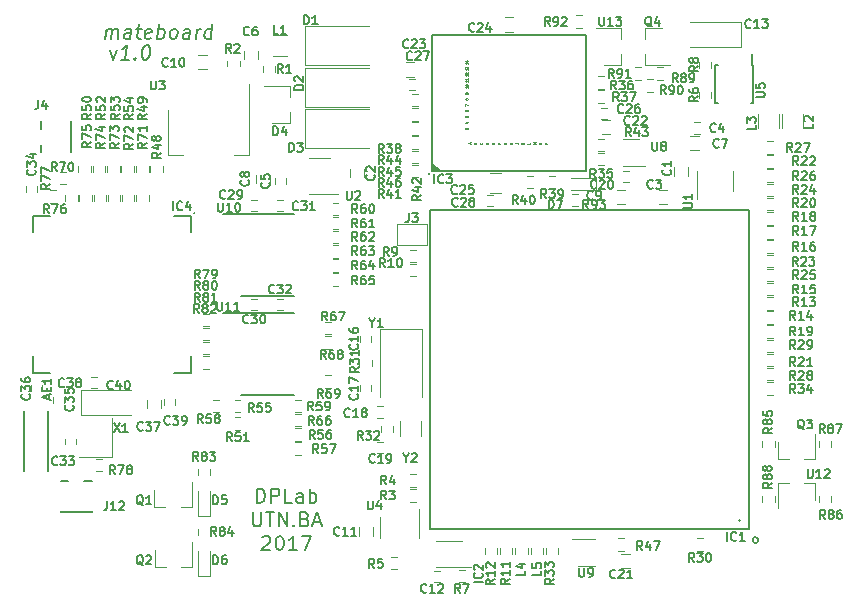
<source format=gbr>
G04 #@! TF.GenerationSoftware,KiCad,Pcbnew,no-vcs-found-2237de0~58~ubuntu16.04.1*
G04 #@! TF.CreationDate,2017-06-29T19:32:17-03:00*
G04 #@! TF.ProjectId,mateboard,6D617465626F6172642E6B696361645F,rev?*
G04 #@! TF.SameCoordinates,Original
G04 #@! TF.FileFunction,Legend,Top*
G04 #@! TF.FilePolarity,Positive*
%FSLAX46Y46*%
G04 Gerber Fmt 4.6, Leading zero omitted, Abs format (unit mm)*
G04 Created by KiCad (PCBNEW no-vcs-found-2237de0~58~ubuntu16.04.1) date Thu Jun 29 19:32:17 2017*
%MOMM*%
%LPD*%
G01*
G04 APERTURE LIST*
%ADD10C,0.100000*%
%ADD11C,0.200000*%
%ADD12C,0.120000*%
%ADD13C,0.127000*%
%ADD14C,0.063500*%
%ADD15C,0.150000*%
%ADD16C,0.152400*%
%ADD17C,0.124460*%
%ADD18C,0.025400*%
G04 APERTURE END LIST*
D10*
D11*
X97699607Y-111260857D02*
X97885321Y-112060857D01*
X98271035Y-111260857D01*
X99256750Y-112060857D02*
X98571035Y-112060857D01*
X98913892Y-112060857D02*
X99063892Y-110860857D01*
X98928178Y-111032285D01*
X98799607Y-111146571D01*
X98678178Y-111203714D01*
X99785321Y-111946571D02*
X99835321Y-112003714D01*
X99771035Y-112060857D01*
X99721035Y-112003714D01*
X99785321Y-111946571D01*
X99771035Y-112060857D01*
X100721035Y-110860857D02*
X100835321Y-110860857D01*
X100942464Y-110918000D01*
X100992464Y-110975142D01*
X101035321Y-111089428D01*
X101063892Y-111318000D01*
X101028178Y-111603714D01*
X100942464Y-111832285D01*
X100871035Y-111946571D01*
X100806750Y-112003714D01*
X100685321Y-112060857D01*
X100571035Y-112060857D01*
X100463892Y-112003714D01*
X100413892Y-111946571D01*
X100371035Y-111832285D01*
X100342464Y-111603714D01*
X100378178Y-111318000D01*
X100463892Y-111089428D01*
X100535321Y-110975142D01*
X100599607Y-110918000D01*
X100721035Y-110860857D01*
X97269750Y-110282857D02*
X97369750Y-109482857D01*
X97355464Y-109597142D02*
X97419750Y-109540000D01*
X97541178Y-109482857D01*
X97712607Y-109482857D01*
X97819750Y-109540000D01*
X97862607Y-109654285D01*
X97784035Y-110282857D01*
X97862607Y-109654285D02*
X97934035Y-109540000D01*
X98055464Y-109482857D01*
X98226892Y-109482857D01*
X98334035Y-109540000D01*
X98376892Y-109654285D01*
X98298321Y-110282857D01*
X99384035Y-110282857D02*
X99462607Y-109654285D01*
X99419750Y-109540000D01*
X99312607Y-109482857D01*
X99084035Y-109482857D01*
X98962607Y-109540000D01*
X99391178Y-110225714D02*
X99269750Y-110282857D01*
X98984035Y-110282857D01*
X98876892Y-110225714D01*
X98834035Y-110111428D01*
X98848321Y-109997142D01*
X98919750Y-109882857D01*
X99041178Y-109825714D01*
X99326892Y-109825714D01*
X99448321Y-109768571D01*
X99884035Y-109482857D02*
X100341178Y-109482857D01*
X100105464Y-109082857D02*
X99976892Y-110111428D01*
X100019750Y-110225714D01*
X100126892Y-110282857D01*
X100241178Y-110282857D01*
X101105464Y-110225714D02*
X100984035Y-110282857D01*
X100755464Y-110282857D01*
X100648321Y-110225714D01*
X100605464Y-110111428D01*
X100662607Y-109654285D01*
X100734035Y-109540000D01*
X100855464Y-109482857D01*
X101084035Y-109482857D01*
X101191178Y-109540000D01*
X101234035Y-109654285D01*
X101219750Y-109768571D01*
X100634035Y-109882857D01*
X101669750Y-110282857D02*
X101819750Y-109082857D01*
X101762607Y-109540000D02*
X101884035Y-109482857D01*
X102112607Y-109482857D01*
X102219750Y-109540000D01*
X102269750Y-109597142D01*
X102312607Y-109711428D01*
X102269750Y-110054285D01*
X102198321Y-110168571D01*
X102134035Y-110225714D01*
X102012607Y-110282857D01*
X101784035Y-110282857D01*
X101676892Y-110225714D01*
X102926892Y-110282857D02*
X102819750Y-110225714D01*
X102769750Y-110168571D01*
X102726892Y-110054285D01*
X102769749Y-109711428D01*
X102841178Y-109597142D01*
X102905464Y-109540000D01*
X103026892Y-109482857D01*
X103198321Y-109482857D01*
X103305464Y-109540000D01*
X103355464Y-109597142D01*
X103398321Y-109711428D01*
X103355464Y-110054285D01*
X103284035Y-110168571D01*
X103219750Y-110225714D01*
X103098321Y-110282857D01*
X102926892Y-110282857D01*
X104355464Y-110282857D02*
X104434035Y-109654285D01*
X104391178Y-109540000D01*
X104284035Y-109482857D01*
X104055464Y-109482857D01*
X103934035Y-109540000D01*
X104362607Y-110225714D02*
X104241178Y-110282857D01*
X103955464Y-110282857D01*
X103848321Y-110225714D01*
X103805464Y-110111428D01*
X103819749Y-109997142D01*
X103891178Y-109882857D01*
X104012607Y-109825714D01*
X104298321Y-109825714D01*
X104419750Y-109768571D01*
X104926892Y-110282857D02*
X105026892Y-109482857D01*
X104998321Y-109711428D02*
X105069749Y-109597142D01*
X105134035Y-109540000D01*
X105255464Y-109482857D01*
X105369749Y-109482857D01*
X106184035Y-110282857D02*
X106334035Y-109082857D01*
X106191178Y-110225714D02*
X106069749Y-110282857D01*
X105841178Y-110282857D01*
X105734035Y-110225714D01*
X105684035Y-110168571D01*
X105641178Y-110054285D01*
X105684035Y-109711428D01*
X105755464Y-109597142D01*
X105819750Y-109540000D01*
X105941178Y-109482857D01*
X106169749Y-109482857D01*
X106276892Y-109540000D01*
X110109285Y-149592857D02*
X110109285Y-148392857D01*
X110395000Y-148392857D01*
X110566428Y-148450000D01*
X110680714Y-148564285D01*
X110737857Y-148678571D01*
X110795000Y-148907142D01*
X110795000Y-149078571D01*
X110737857Y-149307142D01*
X110680714Y-149421428D01*
X110566428Y-149535714D01*
X110395000Y-149592857D01*
X110109285Y-149592857D01*
X111309285Y-149592857D02*
X111309285Y-148392857D01*
X111766428Y-148392857D01*
X111880714Y-148450000D01*
X111937857Y-148507142D01*
X111995000Y-148621428D01*
X111995000Y-148792857D01*
X111937857Y-148907142D01*
X111880714Y-148964285D01*
X111766428Y-149021428D01*
X111309285Y-149021428D01*
X113080714Y-149592857D02*
X112509285Y-149592857D01*
X112509285Y-148392857D01*
X113995000Y-149592857D02*
X113995000Y-148964285D01*
X113937857Y-148850000D01*
X113823571Y-148792857D01*
X113595000Y-148792857D01*
X113480714Y-148850000D01*
X113995000Y-149535714D02*
X113880714Y-149592857D01*
X113595000Y-149592857D01*
X113480714Y-149535714D01*
X113423571Y-149421428D01*
X113423571Y-149307142D01*
X113480714Y-149192857D01*
X113595000Y-149135714D01*
X113880714Y-149135714D01*
X113995000Y-149078571D01*
X114566428Y-149592857D02*
X114566428Y-148392857D01*
X114566428Y-148850000D02*
X114680714Y-148792857D01*
X114909285Y-148792857D01*
X115023571Y-148850000D01*
X115080714Y-148907142D01*
X115137857Y-149021428D01*
X115137857Y-149364285D01*
X115080714Y-149478571D01*
X115023571Y-149535714D01*
X114909285Y-149592857D01*
X114680714Y-149592857D01*
X114566428Y-149535714D01*
X109766428Y-150392857D02*
X109766428Y-151364285D01*
X109823571Y-151478571D01*
X109880714Y-151535714D01*
X109995000Y-151592857D01*
X110223571Y-151592857D01*
X110337857Y-151535714D01*
X110395000Y-151478571D01*
X110452142Y-151364285D01*
X110452142Y-150392857D01*
X110852142Y-150392857D02*
X111537857Y-150392857D01*
X111195000Y-151592857D02*
X111195000Y-150392857D01*
X111937857Y-151592857D02*
X111937857Y-150392857D01*
X112623571Y-151592857D01*
X112623571Y-150392857D01*
X113195000Y-151478571D02*
X113252142Y-151535714D01*
X113195000Y-151592857D01*
X113137857Y-151535714D01*
X113195000Y-151478571D01*
X113195000Y-151592857D01*
X114166428Y-150964285D02*
X114337857Y-151021428D01*
X114395000Y-151078571D01*
X114452142Y-151192857D01*
X114452142Y-151364285D01*
X114395000Y-151478571D01*
X114337857Y-151535714D01*
X114223571Y-151592857D01*
X113766428Y-151592857D01*
X113766428Y-150392857D01*
X114166428Y-150392857D01*
X114280714Y-150450000D01*
X114337857Y-150507142D01*
X114395000Y-150621428D01*
X114395000Y-150735714D01*
X114337857Y-150850000D01*
X114280714Y-150907142D01*
X114166428Y-150964285D01*
X113766428Y-150964285D01*
X114909285Y-151250000D02*
X115480714Y-151250000D01*
X114795000Y-151592857D02*
X115195000Y-150392857D01*
X115595000Y-151592857D01*
X110537857Y-152507142D02*
X110595000Y-152450000D01*
X110709285Y-152392857D01*
X110995000Y-152392857D01*
X111109285Y-152450000D01*
X111166428Y-152507142D01*
X111223571Y-152621428D01*
X111223571Y-152735714D01*
X111166428Y-152907142D01*
X110480714Y-153592857D01*
X111223571Y-153592857D01*
X111966428Y-152392857D02*
X112080714Y-152392857D01*
X112195000Y-152450000D01*
X112252142Y-152507142D01*
X112309285Y-152621428D01*
X112366428Y-152850000D01*
X112366428Y-153135714D01*
X112309285Y-153364285D01*
X112252142Y-153478571D01*
X112195000Y-153535714D01*
X112080714Y-153592857D01*
X111966428Y-153592857D01*
X111852142Y-153535714D01*
X111795000Y-153478571D01*
X111737857Y-153364285D01*
X111680714Y-153135714D01*
X111680714Y-152850000D01*
X111737857Y-152621428D01*
X111795000Y-152507142D01*
X111852142Y-152450000D01*
X111966428Y-152392857D01*
X113509285Y-153592857D02*
X112823571Y-153592857D01*
X113166428Y-153592857D02*
X113166428Y-152392857D01*
X113052142Y-152564285D01*
X112937857Y-152678571D01*
X112823571Y-152735714D01*
X113909285Y-152392857D02*
X114709285Y-152392857D01*
X114195000Y-153592857D01*
X152550000Y-152750000D02*
G75*
G03X152550000Y-152750000I-250000J0D01*
G01*
D12*
X123055000Y-148230000D02*
X123555000Y-148230000D01*
X123555000Y-147170000D02*
X123055000Y-147170000D01*
D13*
X124762440Y-124817440D02*
X124762440Y-151812560D01*
X124762440Y-151812560D02*
X151757560Y-151812560D01*
X151757560Y-151812560D02*
X151757560Y-124817440D01*
X151757560Y-124817440D02*
X124762440Y-124817440D01*
D14*
X151056987Y-151114060D02*
G75*
G03X151056987Y-151114060I-96987J0D01*
G01*
D12*
X114200000Y-116250000D02*
X114200000Y-119550000D01*
X114200000Y-119550000D02*
X119600000Y-119550000D01*
X114200000Y-116250000D02*
X119600000Y-116250000D01*
D15*
X152135000Y-112530000D02*
X152010000Y-112530000D01*
X152135000Y-115780000D02*
X151920000Y-115780000D01*
X148885000Y-115780000D02*
X149100000Y-115780000D01*
X148885000Y-112530000D02*
X149100000Y-112530000D01*
X152135000Y-112530000D02*
X152135000Y-115780000D01*
X148885000Y-112530000D02*
X148885000Y-115780000D01*
X152010000Y-112530000D02*
X152010000Y-111605000D01*
X92400000Y-146860000D02*
X92400000Y-141860000D01*
X90400000Y-141860000D02*
X90400000Y-146860000D01*
D12*
X145380000Y-121900000D02*
X145380000Y-121200000D01*
X146580000Y-121200000D02*
X146580000Y-121900000D01*
X119200000Y-121300000D02*
X119200000Y-122000000D01*
X118000000Y-122000000D02*
X118000000Y-121300000D01*
X144845000Y-124310000D02*
X144145000Y-124310000D01*
X144145000Y-123110000D02*
X144845000Y-123110000D01*
X147085000Y-118325000D02*
X147585000Y-118325000D01*
X147585000Y-117385000D02*
X147085000Y-117385000D01*
X111630000Y-122100000D02*
X111630000Y-122600000D01*
X112570000Y-122600000D02*
X112570000Y-122100000D01*
X110200000Y-111300000D02*
X110200000Y-112000000D01*
X109000000Y-112000000D02*
X109000000Y-111300000D01*
X147485000Y-119725000D02*
X146785000Y-119725000D01*
X146785000Y-118525000D02*
X147485000Y-118525000D01*
X110000000Y-122500000D02*
X110000000Y-121800000D01*
X111200000Y-121800000D02*
X111200000Y-122500000D01*
X140565000Y-123110000D02*
X141265000Y-123110000D01*
X141265000Y-124310000D02*
X140565000Y-124310000D01*
X105132000Y-111680000D02*
X105832000Y-111680000D01*
X105832000Y-112880000D02*
X105132000Y-112880000D01*
X118710000Y-152380000D02*
X118710000Y-151680000D01*
X119910000Y-151680000D02*
X119910000Y-152380000D01*
X125600000Y-155330000D02*
X125100000Y-155330000D01*
X125100000Y-156270000D02*
X125600000Y-156270000D01*
X151045000Y-111010000D02*
X146795000Y-111010000D01*
X151045000Y-108910000D02*
X146795000Y-108910000D01*
X151045000Y-111010000D02*
X151045000Y-108910000D01*
X118830000Y-135450000D02*
X118830000Y-135950000D01*
X119770000Y-135950000D02*
X119770000Y-135450000D01*
X119770000Y-140150000D02*
X119770000Y-139650000D01*
X118830000Y-139650000D02*
X118830000Y-140150000D01*
X120300000Y-142370000D02*
X120800000Y-142370000D01*
X120800000Y-141430000D02*
X120300000Y-141430000D01*
X120250000Y-145370000D02*
X120750000Y-145370000D01*
X120750000Y-144430000D02*
X120250000Y-144430000D01*
X141600000Y-121530000D02*
X141100000Y-121530000D01*
X141100000Y-122470000D02*
X141600000Y-122470000D01*
X140950000Y-153900000D02*
X141650000Y-153900000D01*
X141650000Y-155100000D02*
X140950000Y-155100000D01*
X139300000Y-117200000D02*
X140000000Y-117200000D01*
X140000000Y-118400000D02*
X139300000Y-118400000D01*
X123400000Y-113500000D02*
X122700000Y-113500000D01*
X122700000Y-112300000D02*
X123400000Y-112300000D01*
X131800000Y-109700000D02*
X131100000Y-109700000D01*
X131100000Y-108500000D02*
X131800000Y-108500000D01*
X130800000Y-121650000D02*
X129800000Y-121650000D01*
X129800000Y-123350000D02*
X130800000Y-123350000D01*
X139700000Y-116130000D02*
X139200000Y-116130000D01*
X139200000Y-117070000D02*
X139700000Y-117070000D01*
X123000000Y-114670000D02*
X123500000Y-114670000D01*
X123500000Y-113730000D02*
X123000000Y-113730000D01*
X130100000Y-123530000D02*
X129600000Y-123530000D01*
X129600000Y-124470000D02*
X130100000Y-124470000D01*
X109600000Y-124870000D02*
X110100000Y-124870000D01*
X110100000Y-123930000D02*
X109600000Y-123930000D01*
X109600000Y-133270000D02*
X110100000Y-133270000D01*
X110100000Y-132330000D02*
X109600000Y-132330000D01*
X112300000Y-123930000D02*
X111800000Y-123930000D01*
X111800000Y-124870000D02*
X112300000Y-124870000D01*
X112300000Y-132330000D02*
X111800000Y-132330000D01*
X111800000Y-133270000D02*
X112300000Y-133270000D01*
X94770000Y-144650000D02*
X94770000Y-144150000D01*
X93830000Y-144150000D02*
X93830000Y-144650000D01*
X90530000Y-122750000D02*
X90530000Y-123250000D01*
X91470000Y-123250000D02*
X91470000Y-122750000D01*
X93770000Y-141100000D02*
X93770000Y-140600000D01*
X92830000Y-140600000D02*
X92830000Y-141100000D01*
X90930000Y-139632000D02*
X90930000Y-140132000D01*
X91870000Y-140132000D02*
X91870000Y-139632000D01*
X102000000Y-140900000D02*
X102000000Y-141600000D01*
X100800000Y-141600000D02*
X100800000Y-140900000D01*
X96550000Y-138930000D02*
X96050000Y-138930000D01*
X96050000Y-139870000D02*
X96550000Y-139870000D01*
X103170000Y-141300000D02*
X103170000Y-140800000D01*
X102230000Y-140800000D02*
X102230000Y-141300000D01*
X95175000Y-140050000D02*
X99425000Y-140050000D01*
X95175000Y-142150000D02*
X99425000Y-142150000D01*
X95175000Y-140050000D02*
X95175000Y-142150000D01*
X114200000Y-109250000D02*
X114200000Y-112550000D01*
X114200000Y-112550000D02*
X119600000Y-112550000D01*
X114200000Y-109250000D02*
X119600000Y-109250000D01*
X114200000Y-112750000D02*
X114200000Y-116050000D01*
X114200000Y-116050000D02*
X119600000Y-116050000D01*
X114200000Y-112750000D02*
X119600000Y-112750000D01*
X112860000Y-117430000D02*
X112860000Y-116500000D01*
X112860000Y-114270000D02*
X112860000Y-115200000D01*
X112860000Y-114270000D02*
X110700000Y-114270000D01*
X112860000Y-117430000D02*
X111400000Y-117430000D01*
X105100000Y-150700000D02*
X106100000Y-150700000D01*
X106100000Y-150700000D02*
X106100000Y-148600000D01*
X105100000Y-150700000D02*
X105100000Y-148600000D01*
X105100000Y-155800000D02*
X106100000Y-155800000D01*
X106100000Y-155800000D02*
X106100000Y-153700000D01*
X105100000Y-155800000D02*
X105100000Y-153700000D01*
X121930000Y-127790000D02*
X124470000Y-127790000D01*
X124470000Y-126010000D02*
X121930000Y-126010000D01*
X124470000Y-126010000D02*
X124470000Y-127790000D01*
X121930000Y-127790000D02*
X121930000Y-126010000D01*
D13*
X91802060Y-117901500D02*
X91802060Y-117302060D01*
X91802060Y-117302060D02*
X91830000Y-117302060D01*
X91802060Y-119298500D02*
X91802060Y-119897940D01*
X91802060Y-119897940D02*
X91830000Y-119897940D01*
X94370000Y-117302060D02*
X94397940Y-117302060D01*
X94397940Y-117302060D02*
X94397940Y-119897940D01*
X94397940Y-119897940D02*
X94370000Y-119897940D01*
X95493500Y-147752060D02*
X96092940Y-147752060D01*
X96092940Y-147752060D02*
X96092940Y-147780000D01*
X94096500Y-147752060D02*
X93497060Y-147752060D01*
X93497060Y-147752060D02*
X93497060Y-147780000D01*
X96092940Y-150320000D02*
X96092940Y-150347940D01*
X96092940Y-150347940D02*
X93497060Y-150347940D01*
X93497060Y-150347940D02*
X93497060Y-150320000D01*
D12*
X111450000Y-110020000D02*
X112650000Y-110020000D01*
X112650000Y-111780000D02*
X111450000Y-111780000D01*
X156315000Y-116660000D02*
X156315000Y-117860000D01*
X154555000Y-117860000D02*
X154555000Y-116660000D01*
X152555000Y-117860000D02*
X152555000Y-116660000D01*
X154315000Y-116660000D02*
X154315000Y-117860000D01*
X131970000Y-153450000D02*
X131970000Y-153950000D01*
X133030000Y-153950000D02*
X133030000Y-153450000D01*
X133270000Y-153450000D02*
X133270000Y-153950000D01*
X134330000Y-153950000D02*
X134330000Y-153450000D01*
X101415000Y-149960000D02*
X102345000Y-149960000D01*
X104575000Y-149960000D02*
X103645000Y-149960000D01*
X104575000Y-149960000D02*
X104575000Y-147800000D01*
X101415000Y-149960000D02*
X101415000Y-148500000D01*
X101465000Y-155060000D02*
X102395000Y-155060000D01*
X104625000Y-155060000D02*
X103695000Y-155060000D01*
X104625000Y-155060000D02*
X104625000Y-152900000D01*
X101465000Y-155060000D02*
X101465000Y-153600000D01*
X111630000Y-113100000D02*
X111630000Y-112600000D01*
X110570000Y-112600000D02*
X110570000Y-113100000D01*
X108630000Y-112650000D02*
X108630000Y-112150000D01*
X107570000Y-112150000D02*
X107570000Y-112650000D01*
X123055000Y-149500000D02*
X123555000Y-149500000D01*
X123555000Y-148440000D02*
X123055000Y-148440000D01*
X121915000Y-154155000D02*
X121415000Y-154155000D01*
X121415000Y-155215000D02*
X121915000Y-155215000D01*
X148565000Y-115310000D02*
X148565000Y-114810000D01*
X147505000Y-114810000D02*
X147505000Y-115310000D01*
X127700000Y-155270000D02*
X127200000Y-155270000D01*
X127200000Y-156330000D02*
X127700000Y-156330000D01*
X148565000Y-112810000D02*
X148565000Y-112310000D01*
X147505000Y-112310000D02*
X147505000Y-112810000D01*
X123550000Y-128170000D02*
X123050000Y-128170000D01*
X123050000Y-129230000D02*
X123550000Y-129230000D01*
X123550000Y-129370000D02*
X123050000Y-129370000D01*
X123050000Y-130430000D02*
X123550000Y-130430000D01*
X130670000Y-153450000D02*
X130670000Y-153950000D01*
X131730000Y-153950000D02*
X131730000Y-153450000D01*
X129370000Y-153450000D02*
X129370000Y-153950000D01*
X130430000Y-153950000D02*
X130430000Y-153450000D01*
X153800000Y-132170000D02*
X153300000Y-132170000D01*
X153300000Y-133230000D02*
X153800000Y-133230000D01*
X153800000Y-133370000D02*
X153300000Y-133370000D01*
X153300000Y-134430000D02*
X153800000Y-134430000D01*
X153800000Y-130970000D02*
X153300000Y-130970000D01*
X153300000Y-132030000D02*
X153800000Y-132030000D01*
X153800000Y-127370000D02*
X153300000Y-127370000D01*
X153300000Y-128430000D02*
X153800000Y-128430000D01*
X153800000Y-126170000D02*
X153300000Y-126170000D01*
X153300000Y-127230000D02*
X153800000Y-127230000D01*
X153800000Y-124970000D02*
X153300000Y-124970000D01*
X153300000Y-126030000D02*
X153800000Y-126030000D01*
X153300000Y-135630000D02*
X153800000Y-135630000D01*
X153800000Y-134570000D02*
X153300000Y-134570000D01*
X153800000Y-123770000D02*
X153300000Y-123770000D01*
X153300000Y-124830000D02*
X153800000Y-124830000D01*
X153300000Y-138030000D02*
X153800000Y-138030000D01*
X153800000Y-136970000D02*
X153300000Y-136970000D01*
X153800000Y-120170000D02*
X153300000Y-120170000D01*
X153300000Y-121230000D02*
X153800000Y-121230000D01*
X153300000Y-129630000D02*
X153800000Y-129630000D01*
X153800000Y-128570000D02*
X153300000Y-128570000D01*
X153800000Y-122570000D02*
X153300000Y-122570000D01*
X153300000Y-123630000D02*
X153800000Y-123630000D01*
X153300000Y-130830000D02*
X153800000Y-130830000D01*
X153800000Y-129770000D02*
X153300000Y-129770000D01*
X153800000Y-121370000D02*
X153300000Y-121370000D01*
X153300000Y-122430000D02*
X153800000Y-122430000D01*
X153300000Y-120030000D02*
X153800000Y-120030000D01*
X153800000Y-118970000D02*
X153300000Y-118970000D01*
X153800000Y-138170000D02*
X153300000Y-138170000D01*
X153300000Y-139230000D02*
X153800000Y-139230000D01*
X153300000Y-136830000D02*
X153800000Y-136830000D01*
X153800000Y-135770000D02*
X153300000Y-135770000D01*
X147850000Y-152570000D02*
X147350000Y-152570000D01*
X147350000Y-153630000D02*
X147850000Y-153630000D01*
X119830000Y-138000000D02*
X119830000Y-137500000D01*
X118770000Y-137500000D02*
X118770000Y-138000000D01*
X121630000Y-143600000D02*
X121630000Y-143100000D01*
X120570000Y-143100000D02*
X120570000Y-143600000D01*
X134570000Y-153450000D02*
X134570000Y-153950000D01*
X135630000Y-153950000D02*
X135630000Y-153450000D01*
X153300000Y-140430000D02*
X153800000Y-140430000D01*
X153800000Y-139370000D02*
X153300000Y-139370000D01*
X138950000Y-121030000D02*
X139450000Y-121030000D01*
X139450000Y-119970000D02*
X138950000Y-119970000D01*
X138950000Y-114530000D02*
X139450000Y-114530000D01*
X139450000Y-113470000D02*
X138950000Y-113470000D01*
X138950000Y-115730000D02*
X139450000Y-115730000D01*
X139450000Y-114670000D02*
X138950000Y-114670000D01*
X123700000Y-114970000D02*
X123200000Y-114970000D01*
X123200000Y-116030000D02*
X123700000Y-116030000D01*
X134835000Y-122970000D02*
X135335000Y-122970000D01*
X135335000Y-121910000D02*
X134835000Y-121910000D01*
X132930000Y-122970000D02*
X133430000Y-122970000D01*
X133430000Y-121910000D02*
X132930000Y-121910000D01*
X123700000Y-119770000D02*
X123200000Y-119770000D01*
X123200000Y-120830000D02*
X123700000Y-120830000D01*
X123700000Y-120970000D02*
X123200000Y-120970000D01*
X123200000Y-122030000D02*
X123700000Y-122030000D01*
X139450000Y-118770000D02*
X138950000Y-118770000D01*
X138950000Y-119830000D02*
X139450000Y-119830000D01*
X123700000Y-116170000D02*
X123200000Y-116170000D01*
X123200000Y-117230000D02*
X123700000Y-117230000D01*
X123700000Y-117370000D02*
X123200000Y-117370000D01*
X123200000Y-118430000D02*
X123700000Y-118430000D01*
X123700000Y-118570000D02*
X123200000Y-118570000D01*
X123200000Y-119630000D02*
X123700000Y-119630000D01*
X140650000Y-153630000D02*
X141150000Y-153630000D01*
X141150000Y-152570000D02*
X140650000Y-152570000D01*
X102130000Y-121600000D02*
X102130000Y-121100000D01*
X101070000Y-121100000D02*
X101070000Y-121600000D01*
X100930000Y-121600000D02*
X100930000Y-121100000D01*
X99870000Y-121100000D02*
X99870000Y-121600000D01*
X96029000Y-121590000D02*
X96029000Y-121090000D01*
X94969000Y-121090000D02*
X94969000Y-121590000D01*
X108200000Y-143417000D02*
X108700000Y-143417000D01*
X108700000Y-142357000D02*
X108200000Y-142357000D01*
X97273000Y-121600000D02*
X97273000Y-121100000D01*
X96213000Y-121100000D02*
X96213000Y-121600000D01*
X98473000Y-121600000D02*
X98473000Y-121100000D01*
X97413000Y-121100000D02*
X97413000Y-121600000D01*
X99673000Y-121600000D02*
X99673000Y-121100000D01*
X98613000Y-121100000D02*
X98613000Y-121600000D01*
X108700000Y-140870000D02*
X108200000Y-140870000D01*
X108200000Y-141930000D02*
X108700000Y-141930000D01*
X113300000Y-144330000D02*
X113800000Y-144330000D01*
X113800000Y-143270000D02*
X113300000Y-143270000D01*
X113300000Y-145530000D02*
X113800000Y-145530000D01*
X113800000Y-144470000D02*
X113300000Y-144470000D01*
X106900000Y-140870000D02*
X106400000Y-140870000D01*
X106400000Y-141930000D02*
X106900000Y-141930000D01*
X113300000Y-141930000D02*
X113800000Y-141930000D01*
X113800000Y-140870000D02*
X113300000Y-140870000D01*
X116500000Y-125230000D02*
X117000000Y-125230000D01*
X117000000Y-124170000D02*
X116500000Y-124170000D01*
X116500000Y-126430000D02*
X117000000Y-126430000D01*
X117000000Y-125370000D02*
X116500000Y-125370000D01*
X116500000Y-127630000D02*
X117000000Y-127630000D01*
X117000000Y-126570000D02*
X116500000Y-126570000D01*
X116500000Y-128830000D02*
X117000000Y-128830000D01*
X117000000Y-127770000D02*
X116500000Y-127770000D01*
X116500000Y-130030000D02*
X117000000Y-130030000D01*
X117000000Y-128970000D02*
X116500000Y-128970000D01*
X116500000Y-131230000D02*
X117000000Y-131230000D01*
X117000000Y-130170000D02*
X116500000Y-130170000D01*
X113300000Y-143130000D02*
X113800000Y-143130000D01*
X113800000Y-142070000D02*
X113300000Y-142070000D01*
X116400000Y-134270000D02*
X115900000Y-134270000D01*
X115900000Y-135330000D02*
X116400000Y-135330000D01*
X116400000Y-135470000D02*
X115900000Y-135470000D01*
X115900000Y-136530000D02*
X116400000Y-136530000D01*
X116400000Y-138770000D02*
X115900000Y-138770000D01*
X115900000Y-139830000D02*
X116400000Y-139830000D01*
X93450000Y-122630000D02*
X93950000Y-122630000D01*
X93950000Y-121570000D02*
X93450000Y-121570000D01*
X99870000Y-123500000D02*
X99870000Y-124000000D01*
X100930000Y-124000000D02*
X100930000Y-123500000D01*
X98670000Y-123500000D02*
X98670000Y-124000000D01*
X99730000Y-124000000D02*
X99730000Y-123500000D01*
X97470000Y-123500000D02*
X97470000Y-124000000D01*
X98530000Y-124000000D02*
X98530000Y-123500000D01*
X96270000Y-123500000D02*
X96270000Y-124000000D01*
X97330000Y-124000000D02*
X97330000Y-123500000D01*
X95070000Y-123500000D02*
X95070000Y-124000000D01*
X96130000Y-124000000D02*
X96130000Y-123500000D01*
X93870000Y-123500000D02*
X93870000Y-124000000D01*
X94930000Y-124000000D02*
X94930000Y-123500000D01*
X92545000Y-124180000D02*
X93045000Y-124180000D01*
X93045000Y-123120000D02*
X92545000Y-123120000D01*
X96950000Y-145870000D02*
X96450000Y-145870000D01*
X96450000Y-146930000D02*
X96950000Y-146930000D01*
X105500000Y-134630000D02*
X106000000Y-134630000D01*
X106000000Y-133570000D02*
X105500000Y-133570000D01*
X105500000Y-135830000D02*
X106000000Y-135830000D01*
X106000000Y-134770000D02*
X105500000Y-134770000D01*
X105500000Y-137030000D02*
X106000000Y-137030000D01*
X106000000Y-135970000D02*
X105500000Y-135970000D01*
X105500000Y-138230000D02*
X106000000Y-138230000D01*
X106000000Y-137170000D02*
X105500000Y-137170000D01*
X106130000Y-147200000D02*
X106130000Y-146700000D01*
X105070000Y-146700000D02*
X105070000Y-147200000D01*
X106130000Y-152300000D02*
X106130000Y-151800000D01*
X105070000Y-151800000D02*
X105070000Y-152300000D01*
X150395000Y-123220000D02*
X150395000Y-121460000D01*
X147325000Y-121460000D02*
X147325000Y-123890000D01*
X116290000Y-120390000D02*
X114530000Y-120390000D01*
X114530000Y-123460000D02*
X116960000Y-123460000D01*
X102590000Y-120110000D02*
X103850000Y-120110000D01*
X109410000Y-120110000D02*
X108150000Y-120110000D01*
X102590000Y-116350000D02*
X102590000Y-120110000D01*
X109410000Y-114100000D02*
X109410000Y-120110000D01*
X120560000Y-150780000D02*
X120560000Y-152580000D01*
X123780000Y-152580000D02*
X123780000Y-150130000D01*
X141050000Y-121110000D02*
X142950000Y-121110000D01*
X142450000Y-118790000D02*
X141050000Y-118790000D01*
X138700000Y-152640000D02*
X136800000Y-152640000D01*
X137300000Y-154960000D02*
X138700000Y-154960000D01*
D15*
X108775000Y-132050000D02*
X113225000Y-132050000D01*
X107250000Y-125150000D02*
X113225000Y-125150000D01*
X108775000Y-140450000D02*
X113225000Y-140450000D01*
X107250000Y-133550000D02*
X113225000Y-133550000D01*
D12*
X95000000Y-145750000D02*
X97800000Y-145750000D01*
X97800000Y-145750000D02*
X97800000Y-142450000D01*
X124100000Y-140600000D02*
X124100000Y-134850000D01*
X124100000Y-134850000D02*
X120500000Y-134850000D01*
X120500000Y-134850000D02*
X120500000Y-140600000D01*
X123975000Y-143975000D02*
X123975000Y-142625000D01*
X122225000Y-143975000D02*
X122225000Y-142625000D01*
X125250000Y-152850000D02*
X127450000Y-152850000D01*
X125250000Y-155050000D02*
X128250000Y-155050000D01*
D13*
X104507640Y-138568920D02*
X103077620Y-138568920D01*
X104507640Y-138568920D02*
X104507640Y-137187160D01*
X91111680Y-138568920D02*
X92541700Y-138568920D01*
X91111680Y-138568920D02*
X91111680Y-137187160D01*
X104507640Y-126651240D02*
X104507640Y-125269480D01*
X104507640Y-125269480D02*
X103077620Y-125269480D01*
X92541700Y-125269480D02*
X91111680Y-125269480D01*
X91111680Y-125269480D02*
X91111680Y-126651240D01*
D16*
X104792662Y-125040880D02*
G75*
G03X104792662Y-125040880I-53882J0D01*
G01*
D13*
X124948040Y-110003320D02*
X124948040Y-120874520D01*
X124948040Y-120874520D02*
X124948040Y-120998980D01*
X124948040Y-120998980D02*
X124948040Y-121125980D01*
X124948040Y-121125980D02*
X124948040Y-121250440D01*
X124948040Y-121250440D02*
X124948040Y-121374900D01*
X124948040Y-121374900D02*
X124948040Y-121499360D01*
X124948040Y-121499360D02*
X125075040Y-121499360D01*
X125075040Y-121499360D02*
X125199500Y-121499360D01*
X125199500Y-121499360D02*
X125323960Y-121499360D01*
X125323960Y-121499360D02*
X125448420Y-121499360D01*
X125448420Y-121499360D02*
X125575420Y-121499360D01*
X125575420Y-121499360D02*
X137947760Y-121499360D01*
X137947760Y-121499360D02*
X137947760Y-110003320D01*
X137947760Y-110003320D02*
X124948040Y-110003320D01*
X125075040Y-121499360D02*
X124948040Y-121374900D01*
X125199500Y-121499360D02*
X124948040Y-121250440D01*
X125323960Y-121499360D02*
X124948040Y-121125980D01*
X125448420Y-121499360D02*
X124948040Y-120998980D01*
X125575420Y-121499360D02*
X124948040Y-120874520D01*
D17*
X124785330Y-121750820D02*
G75*
G03X124785330Y-121750820I-86210J0D01*
G01*
D12*
X154215000Y-145910000D02*
X155145000Y-145910000D01*
X157375000Y-145910000D02*
X156445000Y-145910000D01*
X157375000Y-145910000D02*
X157375000Y-143750000D01*
X154215000Y-145910000D02*
X154215000Y-144450000D01*
X142935000Y-109370000D02*
X142935000Y-110300000D01*
X142935000Y-112530000D02*
X142935000Y-111600000D01*
X142935000Y-112530000D02*
X145095000Y-112530000D01*
X142935000Y-109370000D02*
X144395000Y-109370000D01*
X153925000Y-144900000D02*
X153925000Y-144400000D01*
X152865000Y-144400000D02*
X152865000Y-144900000D01*
X158725000Y-149500000D02*
X158725000Y-149000000D01*
X157665000Y-149000000D02*
X157665000Y-149500000D01*
X158725000Y-144900000D02*
X158725000Y-144400000D01*
X157665000Y-144400000D02*
X157665000Y-144900000D01*
X152865000Y-149000000D02*
X152865000Y-149500000D01*
X153925000Y-149500000D02*
X153925000Y-149000000D01*
X144445000Y-112720000D02*
X143945000Y-112720000D01*
X143945000Y-113780000D02*
X144445000Y-113780000D01*
X143595000Y-113720000D02*
X143095000Y-113720000D01*
X143095000Y-114780000D02*
X143595000Y-114780000D01*
X142145000Y-113780000D02*
X142645000Y-113780000D01*
X142645000Y-112720000D02*
X142145000Y-112720000D01*
X137145000Y-109380000D02*
X137645000Y-109380000D01*
X137645000Y-108320000D02*
X137145000Y-108320000D01*
X157375000Y-147890000D02*
X156445000Y-147890000D01*
X154215000Y-147890000D02*
X155145000Y-147890000D01*
X154215000Y-147890000D02*
X154215000Y-150050000D01*
X157375000Y-147890000D02*
X157375000Y-149350000D01*
X140955000Y-112530000D02*
X140955000Y-111600000D01*
X140955000Y-109370000D02*
X140955000Y-110300000D01*
X140955000Y-109370000D02*
X138795000Y-109370000D01*
X140955000Y-112530000D02*
X139495000Y-112530000D01*
X138798000Y-123067000D02*
X136698000Y-123067000D01*
X138798000Y-122067000D02*
X136698000Y-122067000D01*
X138798000Y-123067000D02*
X138798000Y-122067000D01*
X137240000Y-123434000D02*
X136740000Y-123434000D01*
X136740000Y-124494000D02*
X137240000Y-124494000D01*
D15*
X121040800Y-148039285D02*
X120790800Y-147682142D01*
X120612228Y-148039285D02*
X120612228Y-147289285D01*
X120897942Y-147289285D01*
X120969371Y-147325000D01*
X121005085Y-147360714D01*
X121040800Y-147432142D01*
X121040800Y-147539285D01*
X121005085Y-147610714D01*
X120969371Y-147646428D01*
X120897942Y-147682142D01*
X120612228Y-147682142D01*
X121683657Y-147539285D02*
X121683657Y-148039285D01*
X121505085Y-147253571D02*
X121326514Y-147789285D01*
X121790800Y-147789285D01*
X149897657Y-152814785D02*
X149897657Y-152064785D01*
X150683371Y-152743357D02*
X150647657Y-152779071D01*
X150540514Y-152814785D01*
X150469085Y-152814785D01*
X150361942Y-152779071D01*
X150290514Y-152707642D01*
X150254800Y-152636214D01*
X150219085Y-152493357D01*
X150219085Y-152386214D01*
X150254800Y-152243357D01*
X150290514Y-152171928D01*
X150361942Y-152100500D01*
X150469085Y-152064785D01*
X150540514Y-152064785D01*
X150647657Y-152100500D01*
X150683371Y-152136214D01*
X151397657Y-152814785D02*
X150969085Y-152814785D01*
X151183371Y-152814785D02*
X151183371Y-152064785D01*
X151111942Y-152171928D01*
X151040514Y-152243357D01*
X150969085Y-152279071D01*
X112814428Y-119858285D02*
X112814428Y-119108285D01*
X112993000Y-119108285D01*
X113100142Y-119144000D01*
X113171571Y-119215428D01*
X113207285Y-119286857D01*
X113243000Y-119429714D01*
X113243000Y-119536857D01*
X113207285Y-119679714D01*
X113171571Y-119751142D01*
X113100142Y-119822571D01*
X112993000Y-119858285D01*
X112814428Y-119858285D01*
X113493000Y-119108285D02*
X113957285Y-119108285D01*
X113707285Y-119394000D01*
X113814428Y-119394000D01*
X113885857Y-119429714D01*
X113921571Y-119465428D01*
X113957285Y-119536857D01*
X113957285Y-119715428D01*
X113921571Y-119786857D01*
X113885857Y-119822571D01*
X113814428Y-119858285D01*
X113600142Y-119858285D01*
X113528714Y-119822571D01*
X113493000Y-119786857D01*
X152352685Y-115239028D02*
X152959828Y-115239028D01*
X153031257Y-115203314D01*
X153066971Y-115167600D01*
X153102685Y-115096171D01*
X153102685Y-114953314D01*
X153066971Y-114881885D01*
X153031257Y-114846171D01*
X152959828Y-114810457D01*
X152352685Y-114810457D01*
X152352685Y-114096171D02*
X152352685Y-114453314D01*
X152709828Y-114489028D01*
X152674114Y-114453314D01*
X152638400Y-114381885D01*
X152638400Y-114203314D01*
X152674114Y-114131885D01*
X152709828Y-114096171D01*
X152781257Y-114060457D01*
X152959828Y-114060457D01*
X153031257Y-114096171D01*
X153066971Y-114131885D01*
X153102685Y-114203314D01*
X153102685Y-114381885D01*
X153066971Y-114453314D01*
X153031257Y-114489028D01*
X92474500Y-140841000D02*
X92474500Y-140483857D01*
X92688785Y-140912428D02*
X91938785Y-140662428D01*
X92688785Y-140412428D01*
X92295928Y-140162428D02*
X92295928Y-139912428D01*
X92688785Y-139805285D02*
X92688785Y-140162428D01*
X91938785Y-140162428D01*
X91938785Y-139805285D01*
X92688785Y-139091000D02*
X92688785Y-139519571D01*
X92688785Y-139305285D02*
X91938785Y-139305285D01*
X92045928Y-139376714D01*
X92117357Y-139448142D01*
X92153071Y-139519571D01*
X145106457Y-121396600D02*
X145142171Y-121432314D01*
X145177885Y-121539457D01*
X145177885Y-121610885D01*
X145142171Y-121718028D01*
X145070742Y-121789457D01*
X144999314Y-121825171D01*
X144856457Y-121860885D01*
X144749314Y-121860885D01*
X144606457Y-121825171D01*
X144535028Y-121789457D01*
X144463600Y-121718028D01*
X144427885Y-121610885D01*
X144427885Y-121539457D01*
X144463600Y-121432314D01*
X144499314Y-121396600D01*
X145177885Y-120682314D02*
X145177885Y-121110885D01*
X145177885Y-120896600D02*
X144427885Y-120896600D01*
X144535028Y-120968028D01*
X144606457Y-121039457D01*
X144642171Y-121110885D01*
X120011257Y-121803000D02*
X120046971Y-121838714D01*
X120082685Y-121945857D01*
X120082685Y-122017285D01*
X120046971Y-122124428D01*
X119975542Y-122195857D01*
X119904114Y-122231571D01*
X119761257Y-122267285D01*
X119654114Y-122267285D01*
X119511257Y-122231571D01*
X119439828Y-122195857D01*
X119368400Y-122124428D01*
X119332685Y-122017285D01*
X119332685Y-121945857D01*
X119368400Y-121838714D01*
X119404114Y-121803000D01*
X119404114Y-121517285D02*
X119368400Y-121481571D01*
X119332685Y-121410142D01*
X119332685Y-121231571D01*
X119368400Y-121160142D01*
X119404114Y-121124428D01*
X119475542Y-121088714D01*
X119546971Y-121088714D01*
X119654114Y-121124428D01*
X120082685Y-121553000D01*
X120082685Y-121088714D01*
X143596000Y-122911057D02*
X143560285Y-122946771D01*
X143453142Y-122982485D01*
X143381714Y-122982485D01*
X143274571Y-122946771D01*
X143203142Y-122875342D01*
X143167428Y-122803914D01*
X143131714Y-122661057D01*
X143131714Y-122553914D01*
X143167428Y-122411057D01*
X143203142Y-122339628D01*
X143274571Y-122268200D01*
X143381714Y-122232485D01*
X143453142Y-122232485D01*
X143560285Y-122268200D01*
X143596000Y-122303914D01*
X143846000Y-122232485D02*
X144310285Y-122232485D01*
X144060285Y-122518200D01*
X144167428Y-122518200D01*
X144238857Y-122553914D01*
X144274571Y-122589628D01*
X144310285Y-122661057D01*
X144310285Y-122839628D01*
X144274571Y-122911057D01*
X144238857Y-122946771D01*
X144167428Y-122982485D01*
X143953142Y-122982485D01*
X143881714Y-122946771D01*
X143846000Y-122911057D01*
X148930000Y-118122857D02*
X148894285Y-118158571D01*
X148787142Y-118194285D01*
X148715714Y-118194285D01*
X148608571Y-118158571D01*
X148537142Y-118087142D01*
X148501428Y-118015714D01*
X148465714Y-117872857D01*
X148465714Y-117765714D01*
X148501428Y-117622857D01*
X148537142Y-117551428D01*
X148608571Y-117480000D01*
X148715714Y-117444285D01*
X148787142Y-117444285D01*
X148894285Y-117480000D01*
X148930000Y-117515714D01*
X149572857Y-117694285D02*
X149572857Y-118194285D01*
X149394285Y-117408571D02*
X149215714Y-117944285D01*
X149680000Y-117944285D01*
X111097857Y-122475000D02*
X111133571Y-122510714D01*
X111169285Y-122617857D01*
X111169285Y-122689285D01*
X111133571Y-122796428D01*
X111062142Y-122867857D01*
X110990714Y-122903571D01*
X110847857Y-122939285D01*
X110740714Y-122939285D01*
X110597857Y-122903571D01*
X110526428Y-122867857D01*
X110455000Y-122796428D01*
X110419285Y-122689285D01*
X110419285Y-122617857D01*
X110455000Y-122510714D01*
X110490714Y-122475000D01*
X110419285Y-121796428D02*
X110419285Y-122153571D01*
X110776428Y-122189285D01*
X110740714Y-122153571D01*
X110705000Y-122082142D01*
X110705000Y-121903571D01*
X110740714Y-121832142D01*
X110776428Y-121796428D01*
X110847857Y-121760714D01*
X111026428Y-121760714D01*
X111097857Y-121796428D01*
X111133571Y-121832142D01*
X111169285Y-121903571D01*
X111169285Y-122082142D01*
X111133571Y-122153571D01*
X111097857Y-122189285D01*
X109433000Y-109944357D02*
X109397285Y-109980071D01*
X109290142Y-110015785D01*
X109218714Y-110015785D01*
X109111571Y-109980071D01*
X109040142Y-109908642D01*
X109004428Y-109837214D01*
X108968714Y-109694357D01*
X108968714Y-109587214D01*
X109004428Y-109444357D01*
X109040142Y-109372928D01*
X109111571Y-109301500D01*
X109218714Y-109265785D01*
X109290142Y-109265785D01*
X109397285Y-109301500D01*
X109433000Y-109337214D01*
X110075857Y-109265785D02*
X109933000Y-109265785D01*
X109861571Y-109301500D01*
X109825857Y-109337214D01*
X109754428Y-109444357D01*
X109718714Y-109587214D01*
X109718714Y-109872928D01*
X109754428Y-109944357D01*
X109790142Y-109980071D01*
X109861571Y-110015785D01*
X110004428Y-110015785D01*
X110075857Y-109980071D01*
X110111571Y-109944357D01*
X110147285Y-109872928D01*
X110147285Y-109694357D01*
X110111571Y-109622928D01*
X110075857Y-109587214D01*
X110004428Y-109551500D01*
X109861571Y-109551500D01*
X109790142Y-109587214D01*
X109754428Y-109622928D01*
X109718714Y-109694357D01*
X149184000Y-119456657D02*
X149148285Y-119492371D01*
X149041142Y-119528085D01*
X148969714Y-119528085D01*
X148862571Y-119492371D01*
X148791142Y-119420942D01*
X148755428Y-119349514D01*
X148719714Y-119206657D01*
X148719714Y-119099514D01*
X148755428Y-118956657D01*
X148791142Y-118885228D01*
X148862571Y-118813800D01*
X148969714Y-118778085D01*
X149041142Y-118778085D01*
X149148285Y-118813800D01*
X149184000Y-118849514D01*
X149434000Y-118778085D02*
X149934000Y-118778085D01*
X149612571Y-119528085D01*
X109367857Y-122275000D02*
X109403571Y-122310714D01*
X109439285Y-122417857D01*
X109439285Y-122489285D01*
X109403571Y-122596428D01*
X109332142Y-122667857D01*
X109260714Y-122703571D01*
X109117857Y-122739285D01*
X109010714Y-122739285D01*
X108867857Y-122703571D01*
X108796428Y-122667857D01*
X108725000Y-122596428D01*
X108689285Y-122489285D01*
X108689285Y-122417857D01*
X108725000Y-122310714D01*
X108760714Y-122275000D01*
X109010714Y-121846428D02*
X108975000Y-121917857D01*
X108939285Y-121953571D01*
X108867857Y-121989285D01*
X108832142Y-121989285D01*
X108760714Y-121953571D01*
X108725000Y-121917857D01*
X108689285Y-121846428D01*
X108689285Y-121703571D01*
X108725000Y-121632142D01*
X108760714Y-121596428D01*
X108832142Y-121560714D01*
X108867857Y-121560714D01*
X108939285Y-121596428D01*
X108975000Y-121632142D01*
X109010714Y-121703571D01*
X109010714Y-121846428D01*
X109046428Y-121917857D01*
X109082142Y-121953571D01*
X109153571Y-121989285D01*
X109296428Y-121989285D01*
X109367857Y-121953571D01*
X109403571Y-121917857D01*
X109439285Y-121846428D01*
X109439285Y-121703571D01*
X109403571Y-121632142D01*
X109367857Y-121596428D01*
X109296428Y-121560714D01*
X109153571Y-121560714D01*
X109082142Y-121596428D01*
X109046428Y-121632142D01*
X109010714Y-121703571D01*
X138516000Y-123850857D02*
X138480285Y-123886571D01*
X138373142Y-123922285D01*
X138301714Y-123922285D01*
X138194571Y-123886571D01*
X138123142Y-123815142D01*
X138087428Y-123743714D01*
X138051714Y-123600857D01*
X138051714Y-123493714D01*
X138087428Y-123350857D01*
X138123142Y-123279428D01*
X138194571Y-123208000D01*
X138301714Y-123172285D01*
X138373142Y-123172285D01*
X138480285Y-123208000D01*
X138516000Y-123243714D01*
X138873142Y-123922285D02*
X139016000Y-123922285D01*
X139087428Y-123886571D01*
X139123142Y-123850857D01*
X139194571Y-123743714D01*
X139230285Y-123600857D01*
X139230285Y-123315142D01*
X139194571Y-123243714D01*
X139158857Y-123208000D01*
X139087428Y-123172285D01*
X138944571Y-123172285D01*
X138873142Y-123208000D01*
X138837428Y-123243714D01*
X138801714Y-123315142D01*
X138801714Y-123493714D01*
X138837428Y-123565142D01*
X138873142Y-123600857D01*
X138944571Y-123636571D01*
X139087428Y-123636571D01*
X139158857Y-123600857D01*
X139194571Y-123565142D01*
X139230285Y-123493714D01*
X102535357Y-112611357D02*
X102499642Y-112647071D01*
X102392500Y-112682785D01*
X102321071Y-112682785D01*
X102213928Y-112647071D01*
X102142500Y-112575642D01*
X102106785Y-112504214D01*
X102071071Y-112361357D01*
X102071071Y-112254214D01*
X102106785Y-112111357D01*
X102142500Y-112039928D01*
X102213928Y-111968500D01*
X102321071Y-111932785D01*
X102392500Y-111932785D01*
X102499642Y-111968500D01*
X102535357Y-112004214D01*
X103249642Y-112682785D02*
X102821071Y-112682785D01*
X103035357Y-112682785D02*
X103035357Y-111932785D01*
X102963928Y-112039928D01*
X102892500Y-112111357D01*
X102821071Y-112147071D01*
X103713928Y-111932785D02*
X103785357Y-111932785D01*
X103856785Y-111968500D01*
X103892500Y-112004214D01*
X103928214Y-112075642D01*
X103963928Y-112218500D01*
X103963928Y-112397071D01*
X103928214Y-112539928D01*
X103892500Y-112611357D01*
X103856785Y-112647071D01*
X103785357Y-112682785D01*
X103713928Y-112682785D01*
X103642500Y-112647071D01*
X103606785Y-112611357D01*
X103571071Y-112539928D01*
X103535357Y-112397071D01*
X103535357Y-112218500D01*
X103571071Y-112075642D01*
X103606785Y-112004214D01*
X103642500Y-111968500D01*
X103713928Y-111932785D01*
X117076857Y-152298857D02*
X117041142Y-152334571D01*
X116934000Y-152370285D01*
X116862571Y-152370285D01*
X116755428Y-152334571D01*
X116684000Y-152263142D01*
X116648285Y-152191714D01*
X116612571Y-152048857D01*
X116612571Y-151941714D01*
X116648285Y-151798857D01*
X116684000Y-151727428D01*
X116755428Y-151656000D01*
X116862571Y-151620285D01*
X116934000Y-151620285D01*
X117041142Y-151656000D01*
X117076857Y-151691714D01*
X117791142Y-152370285D02*
X117362571Y-152370285D01*
X117576857Y-152370285D02*
X117576857Y-151620285D01*
X117505428Y-151727428D01*
X117434000Y-151798857D01*
X117362571Y-151834571D01*
X118505428Y-152370285D02*
X118076857Y-152370285D01*
X118291142Y-152370285D02*
X118291142Y-151620285D01*
X118219714Y-151727428D01*
X118148285Y-151798857D01*
X118076857Y-151834571D01*
X124442857Y-157124857D02*
X124407142Y-157160571D01*
X124300000Y-157196285D01*
X124228571Y-157196285D01*
X124121428Y-157160571D01*
X124050000Y-157089142D01*
X124014285Y-157017714D01*
X123978571Y-156874857D01*
X123978571Y-156767714D01*
X124014285Y-156624857D01*
X124050000Y-156553428D01*
X124121428Y-156482000D01*
X124228571Y-156446285D01*
X124300000Y-156446285D01*
X124407142Y-156482000D01*
X124442857Y-156517714D01*
X125157142Y-157196285D02*
X124728571Y-157196285D01*
X124942857Y-157196285D02*
X124942857Y-156446285D01*
X124871428Y-156553428D01*
X124800000Y-156624857D01*
X124728571Y-156660571D01*
X125442857Y-156517714D02*
X125478571Y-156482000D01*
X125550000Y-156446285D01*
X125728571Y-156446285D01*
X125800000Y-156482000D01*
X125835714Y-156517714D01*
X125871428Y-156589142D01*
X125871428Y-156660571D01*
X125835714Y-156767714D01*
X125407142Y-157196285D01*
X125871428Y-157196285D01*
X151912857Y-109317857D02*
X151877142Y-109353571D01*
X151770000Y-109389285D01*
X151698571Y-109389285D01*
X151591428Y-109353571D01*
X151520000Y-109282142D01*
X151484285Y-109210714D01*
X151448571Y-109067857D01*
X151448571Y-108960714D01*
X151484285Y-108817857D01*
X151520000Y-108746428D01*
X151591428Y-108675000D01*
X151698571Y-108639285D01*
X151770000Y-108639285D01*
X151877142Y-108675000D01*
X151912857Y-108710714D01*
X152627142Y-109389285D02*
X152198571Y-109389285D01*
X152412857Y-109389285D02*
X152412857Y-108639285D01*
X152341428Y-108746428D01*
X152270000Y-108817857D01*
X152198571Y-108853571D01*
X152877142Y-108639285D02*
X153341428Y-108639285D01*
X153091428Y-108925000D01*
X153198571Y-108925000D01*
X153270000Y-108960714D01*
X153305714Y-108996428D01*
X153341428Y-109067857D01*
X153341428Y-109246428D01*
X153305714Y-109317857D01*
X153270000Y-109353571D01*
X153198571Y-109389285D01*
X152984285Y-109389285D01*
X152912857Y-109353571D01*
X152877142Y-109317857D01*
X118588857Y-136182142D02*
X118624571Y-136217857D01*
X118660285Y-136325000D01*
X118660285Y-136396428D01*
X118624571Y-136503571D01*
X118553142Y-136575000D01*
X118481714Y-136610714D01*
X118338857Y-136646428D01*
X118231714Y-136646428D01*
X118088857Y-136610714D01*
X118017428Y-136575000D01*
X117946000Y-136503571D01*
X117910285Y-136396428D01*
X117910285Y-136325000D01*
X117946000Y-136217857D01*
X117981714Y-136182142D01*
X118660285Y-135467857D02*
X118660285Y-135896428D01*
X118660285Y-135682142D02*
X117910285Y-135682142D01*
X118017428Y-135753571D01*
X118088857Y-135825000D01*
X118124571Y-135896428D01*
X117910285Y-134825000D02*
X117910285Y-134967857D01*
X117946000Y-135039285D01*
X117981714Y-135075000D01*
X118088857Y-135146428D01*
X118231714Y-135182142D01*
X118517428Y-135182142D01*
X118588857Y-135146428D01*
X118624571Y-135110714D01*
X118660285Y-135039285D01*
X118660285Y-134896428D01*
X118624571Y-134825000D01*
X118588857Y-134789285D01*
X118517428Y-134753571D01*
X118338857Y-134753571D01*
X118267428Y-134789285D01*
X118231714Y-134825000D01*
X118196000Y-134896428D01*
X118196000Y-135039285D01*
X118231714Y-135110714D01*
X118267428Y-135146428D01*
X118338857Y-135182142D01*
X118588857Y-140384642D02*
X118624571Y-140420357D01*
X118660285Y-140527500D01*
X118660285Y-140598928D01*
X118624571Y-140706071D01*
X118553142Y-140777500D01*
X118481714Y-140813214D01*
X118338857Y-140848928D01*
X118231714Y-140848928D01*
X118088857Y-140813214D01*
X118017428Y-140777500D01*
X117946000Y-140706071D01*
X117910285Y-140598928D01*
X117910285Y-140527500D01*
X117946000Y-140420357D01*
X117981714Y-140384642D01*
X118660285Y-139670357D02*
X118660285Y-140098928D01*
X118660285Y-139884642D02*
X117910285Y-139884642D01*
X118017428Y-139956071D01*
X118088857Y-140027500D01*
X118124571Y-140098928D01*
X117910285Y-139420357D02*
X117910285Y-138920357D01*
X118660285Y-139241785D01*
X117965857Y-142265857D02*
X117930142Y-142301571D01*
X117823000Y-142337285D01*
X117751571Y-142337285D01*
X117644428Y-142301571D01*
X117573000Y-142230142D01*
X117537285Y-142158714D01*
X117501571Y-142015857D01*
X117501571Y-141908714D01*
X117537285Y-141765857D01*
X117573000Y-141694428D01*
X117644428Y-141623000D01*
X117751571Y-141587285D01*
X117823000Y-141587285D01*
X117930142Y-141623000D01*
X117965857Y-141658714D01*
X118680142Y-142337285D02*
X118251571Y-142337285D01*
X118465857Y-142337285D02*
X118465857Y-141587285D01*
X118394428Y-141694428D01*
X118323000Y-141765857D01*
X118251571Y-141801571D01*
X119108714Y-141908714D02*
X119037285Y-141873000D01*
X119001571Y-141837285D01*
X118965857Y-141765857D01*
X118965857Y-141730142D01*
X119001571Y-141658714D01*
X119037285Y-141623000D01*
X119108714Y-141587285D01*
X119251571Y-141587285D01*
X119323000Y-141623000D01*
X119358714Y-141658714D01*
X119394428Y-141730142D01*
X119394428Y-141765857D01*
X119358714Y-141837285D01*
X119323000Y-141873000D01*
X119251571Y-141908714D01*
X119108714Y-141908714D01*
X119037285Y-141944428D01*
X119001571Y-141980142D01*
X118965857Y-142051571D01*
X118965857Y-142194428D01*
X119001571Y-142265857D01*
X119037285Y-142301571D01*
X119108714Y-142337285D01*
X119251571Y-142337285D01*
X119323000Y-142301571D01*
X119358714Y-142265857D01*
X119394428Y-142194428D01*
X119394428Y-142051571D01*
X119358714Y-141980142D01*
X119323000Y-141944428D01*
X119251571Y-141908714D01*
X120061357Y-146139357D02*
X120025642Y-146175071D01*
X119918500Y-146210785D01*
X119847071Y-146210785D01*
X119739928Y-146175071D01*
X119668500Y-146103642D01*
X119632785Y-146032214D01*
X119597071Y-145889357D01*
X119597071Y-145782214D01*
X119632785Y-145639357D01*
X119668500Y-145567928D01*
X119739928Y-145496500D01*
X119847071Y-145460785D01*
X119918500Y-145460785D01*
X120025642Y-145496500D01*
X120061357Y-145532214D01*
X120775642Y-146210785D02*
X120347071Y-146210785D01*
X120561357Y-146210785D02*
X120561357Y-145460785D01*
X120489928Y-145567928D01*
X120418500Y-145639357D01*
X120347071Y-145675071D01*
X121132785Y-146210785D02*
X121275642Y-146210785D01*
X121347071Y-146175071D01*
X121382785Y-146139357D01*
X121454214Y-146032214D01*
X121489928Y-145889357D01*
X121489928Y-145603642D01*
X121454214Y-145532214D01*
X121418500Y-145496500D01*
X121347071Y-145460785D01*
X121204214Y-145460785D01*
X121132785Y-145496500D01*
X121097071Y-145532214D01*
X121061357Y-145603642D01*
X121061357Y-145782214D01*
X121097071Y-145853642D01*
X121132785Y-145889357D01*
X121204214Y-145925071D01*
X121347071Y-145925071D01*
X121418500Y-145889357D01*
X121454214Y-145853642D01*
X121489928Y-145782214D01*
X138819257Y-122911057D02*
X138783542Y-122946771D01*
X138676400Y-122982485D01*
X138604971Y-122982485D01*
X138497828Y-122946771D01*
X138426400Y-122875342D01*
X138390685Y-122803914D01*
X138354971Y-122661057D01*
X138354971Y-122553914D01*
X138390685Y-122411057D01*
X138426400Y-122339628D01*
X138497828Y-122268200D01*
X138604971Y-122232485D01*
X138676400Y-122232485D01*
X138783542Y-122268200D01*
X138819257Y-122303914D01*
X139104971Y-122303914D02*
X139140685Y-122268200D01*
X139212114Y-122232485D01*
X139390685Y-122232485D01*
X139462114Y-122268200D01*
X139497828Y-122303914D01*
X139533542Y-122375342D01*
X139533542Y-122446771D01*
X139497828Y-122553914D01*
X139069257Y-122982485D01*
X139533542Y-122982485D01*
X139997828Y-122232485D02*
X140069257Y-122232485D01*
X140140685Y-122268200D01*
X140176400Y-122303914D01*
X140212114Y-122375342D01*
X140247828Y-122518200D01*
X140247828Y-122696771D01*
X140212114Y-122839628D01*
X140176400Y-122911057D01*
X140140685Y-122946771D01*
X140069257Y-122982485D01*
X139997828Y-122982485D01*
X139926400Y-122946771D01*
X139890685Y-122911057D01*
X139854971Y-122839628D01*
X139819257Y-122696771D01*
X139819257Y-122518200D01*
X139854971Y-122375342D01*
X139890685Y-122303914D01*
X139926400Y-122268200D01*
X139997828Y-122232485D01*
X140444857Y-155918357D02*
X140409142Y-155954071D01*
X140302000Y-155989785D01*
X140230571Y-155989785D01*
X140123428Y-155954071D01*
X140052000Y-155882642D01*
X140016285Y-155811214D01*
X139980571Y-155668357D01*
X139980571Y-155561214D01*
X140016285Y-155418357D01*
X140052000Y-155346928D01*
X140123428Y-155275500D01*
X140230571Y-155239785D01*
X140302000Y-155239785D01*
X140409142Y-155275500D01*
X140444857Y-155311214D01*
X140730571Y-155311214D02*
X140766285Y-155275500D01*
X140837714Y-155239785D01*
X141016285Y-155239785D01*
X141087714Y-155275500D01*
X141123428Y-155311214D01*
X141159142Y-155382642D01*
X141159142Y-155454071D01*
X141123428Y-155561214D01*
X140694857Y-155989785D01*
X141159142Y-155989785D01*
X141873428Y-155989785D02*
X141444857Y-155989785D01*
X141659142Y-155989785D02*
X141659142Y-155239785D01*
X141587714Y-155346928D01*
X141516285Y-155418357D01*
X141444857Y-155454071D01*
X141664057Y-117526257D02*
X141628342Y-117561971D01*
X141521200Y-117597685D01*
X141449771Y-117597685D01*
X141342628Y-117561971D01*
X141271200Y-117490542D01*
X141235485Y-117419114D01*
X141199771Y-117276257D01*
X141199771Y-117169114D01*
X141235485Y-117026257D01*
X141271200Y-116954828D01*
X141342628Y-116883400D01*
X141449771Y-116847685D01*
X141521200Y-116847685D01*
X141628342Y-116883400D01*
X141664057Y-116919114D01*
X141949771Y-116919114D02*
X141985485Y-116883400D01*
X142056914Y-116847685D01*
X142235485Y-116847685D01*
X142306914Y-116883400D01*
X142342628Y-116919114D01*
X142378342Y-116990542D01*
X142378342Y-117061971D01*
X142342628Y-117169114D01*
X141914057Y-117597685D01*
X142378342Y-117597685D01*
X142664057Y-116919114D02*
X142699771Y-116883400D01*
X142771200Y-116847685D01*
X142949771Y-116847685D01*
X143021200Y-116883400D01*
X143056914Y-116919114D01*
X143092628Y-116990542D01*
X143092628Y-117061971D01*
X143056914Y-117169114D01*
X142628342Y-117597685D01*
X143092628Y-117597685D01*
X122918857Y-111023857D02*
X122883142Y-111059571D01*
X122776000Y-111095285D01*
X122704571Y-111095285D01*
X122597428Y-111059571D01*
X122526000Y-110988142D01*
X122490285Y-110916714D01*
X122454571Y-110773857D01*
X122454571Y-110666714D01*
X122490285Y-110523857D01*
X122526000Y-110452428D01*
X122597428Y-110381000D01*
X122704571Y-110345285D01*
X122776000Y-110345285D01*
X122883142Y-110381000D01*
X122918857Y-110416714D01*
X123204571Y-110416714D02*
X123240285Y-110381000D01*
X123311714Y-110345285D01*
X123490285Y-110345285D01*
X123561714Y-110381000D01*
X123597428Y-110416714D01*
X123633142Y-110488142D01*
X123633142Y-110559571D01*
X123597428Y-110666714D01*
X123168857Y-111095285D01*
X123633142Y-111095285D01*
X123883142Y-110345285D02*
X124347428Y-110345285D01*
X124097428Y-110631000D01*
X124204571Y-110631000D01*
X124276000Y-110666714D01*
X124311714Y-110702428D01*
X124347428Y-110773857D01*
X124347428Y-110952428D01*
X124311714Y-111023857D01*
X124276000Y-111059571D01*
X124204571Y-111095285D01*
X123990285Y-111095285D01*
X123918857Y-111059571D01*
X123883142Y-111023857D01*
X128506857Y-109626857D02*
X128471142Y-109662571D01*
X128364000Y-109698285D01*
X128292571Y-109698285D01*
X128185428Y-109662571D01*
X128114000Y-109591142D01*
X128078285Y-109519714D01*
X128042571Y-109376857D01*
X128042571Y-109269714D01*
X128078285Y-109126857D01*
X128114000Y-109055428D01*
X128185428Y-108984000D01*
X128292571Y-108948285D01*
X128364000Y-108948285D01*
X128471142Y-108984000D01*
X128506857Y-109019714D01*
X128792571Y-109019714D02*
X128828285Y-108984000D01*
X128899714Y-108948285D01*
X129078285Y-108948285D01*
X129149714Y-108984000D01*
X129185428Y-109019714D01*
X129221142Y-109091142D01*
X129221142Y-109162571D01*
X129185428Y-109269714D01*
X128756857Y-109698285D01*
X129221142Y-109698285D01*
X129864000Y-109198285D02*
X129864000Y-109698285D01*
X129685428Y-108912571D02*
X129506857Y-109448285D01*
X129971142Y-109448285D01*
X127033657Y-123368257D02*
X126997942Y-123403971D01*
X126890800Y-123439685D01*
X126819371Y-123439685D01*
X126712228Y-123403971D01*
X126640800Y-123332542D01*
X126605085Y-123261114D01*
X126569371Y-123118257D01*
X126569371Y-123011114D01*
X126605085Y-122868257D01*
X126640800Y-122796828D01*
X126712228Y-122725400D01*
X126819371Y-122689685D01*
X126890800Y-122689685D01*
X126997942Y-122725400D01*
X127033657Y-122761114D01*
X127319371Y-122761114D02*
X127355085Y-122725400D01*
X127426514Y-122689685D01*
X127605085Y-122689685D01*
X127676514Y-122725400D01*
X127712228Y-122761114D01*
X127747942Y-122832542D01*
X127747942Y-122903971D01*
X127712228Y-123011114D01*
X127283657Y-123439685D01*
X127747942Y-123439685D01*
X128426514Y-122689685D02*
X128069371Y-122689685D01*
X128033657Y-123046828D01*
X128069371Y-123011114D01*
X128140800Y-122975400D01*
X128319371Y-122975400D01*
X128390800Y-123011114D01*
X128426514Y-123046828D01*
X128462228Y-123118257D01*
X128462228Y-123296828D01*
X128426514Y-123368257D01*
X128390800Y-123403971D01*
X128319371Y-123439685D01*
X128140800Y-123439685D01*
X128069371Y-123403971D01*
X128033657Y-123368257D01*
X141105257Y-116510257D02*
X141069542Y-116545971D01*
X140962400Y-116581685D01*
X140890971Y-116581685D01*
X140783828Y-116545971D01*
X140712400Y-116474542D01*
X140676685Y-116403114D01*
X140640971Y-116260257D01*
X140640971Y-116153114D01*
X140676685Y-116010257D01*
X140712400Y-115938828D01*
X140783828Y-115867400D01*
X140890971Y-115831685D01*
X140962400Y-115831685D01*
X141069542Y-115867400D01*
X141105257Y-115903114D01*
X141390971Y-115903114D02*
X141426685Y-115867400D01*
X141498114Y-115831685D01*
X141676685Y-115831685D01*
X141748114Y-115867400D01*
X141783828Y-115903114D01*
X141819542Y-115974542D01*
X141819542Y-116045971D01*
X141783828Y-116153114D01*
X141355257Y-116581685D01*
X141819542Y-116581685D01*
X142462400Y-115831685D02*
X142319542Y-115831685D01*
X142248114Y-115867400D01*
X142212400Y-115903114D01*
X142140971Y-116010257D01*
X142105257Y-116153114D01*
X142105257Y-116438828D01*
X142140971Y-116510257D01*
X142176685Y-116545971D01*
X142248114Y-116581685D01*
X142390971Y-116581685D01*
X142462400Y-116545971D01*
X142498114Y-116510257D01*
X142533828Y-116438828D01*
X142533828Y-116260257D01*
X142498114Y-116188828D01*
X142462400Y-116153114D01*
X142390971Y-116117400D01*
X142248114Y-116117400D01*
X142176685Y-116153114D01*
X142140971Y-116188828D01*
X142105257Y-116260257D01*
X123236357Y-112039857D02*
X123200642Y-112075571D01*
X123093500Y-112111285D01*
X123022071Y-112111285D01*
X122914928Y-112075571D01*
X122843500Y-112004142D01*
X122807785Y-111932714D01*
X122772071Y-111789857D01*
X122772071Y-111682714D01*
X122807785Y-111539857D01*
X122843500Y-111468428D01*
X122914928Y-111397000D01*
X123022071Y-111361285D01*
X123093500Y-111361285D01*
X123200642Y-111397000D01*
X123236357Y-111432714D01*
X123522071Y-111432714D02*
X123557785Y-111397000D01*
X123629214Y-111361285D01*
X123807785Y-111361285D01*
X123879214Y-111397000D01*
X123914928Y-111432714D01*
X123950642Y-111504142D01*
X123950642Y-111575571D01*
X123914928Y-111682714D01*
X123486357Y-112111285D01*
X123950642Y-112111285D01*
X124200642Y-111361285D02*
X124700642Y-111361285D01*
X124379214Y-112111285D01*
X127084457Y-124435057D02*
X127048742Y-124470771D01*
X126941600Y-124506485D01*
X126870171Y-124506485D01*
X126763028Y-124470771D01*
X126691600Y-124399342D01*
X126655885Y-124327914D01*
X126620171Y-124185057D01*
X126620171Y-124077914D01*
X126655885Y-123935057D01*
X126691600Y-123863628D01*
X126763028Y-123792200D01*
X126870171Y-123756485D01*
X126941600Y-123756485D01*
X127048742Y-123792200D01*
X127084457Y-123827914D01*
X127370171Y-123827914D02*
X127405885Y-123792200D01*
X127477314Y-123756485D01*
X127655885Y-123756485D01*
X127727314Y-123792200D01*
X127763028Y-123827914D01*
X127798742Y-123899342D01*
X127798742Y-123970771D01*
X127763028Y-124077914D01*
X127334457Y-124506485D01*
X127798742Y-124506485D01*
X128227314Y-124077914D02*
X128155885Y-124042200D01*
X128120171Y-124006485D01*
X128084457Y-123935057D01*
X128084457Y-123899342D01*
X128120171Y-123827914D01*
X128155885Y-123792200D01*
X128227314Y-123756485D01*
X128370171Y-123756485D01*
X128441600Y-123792200D01*
X128477314Y-123827914D01*
X128513028Y-123899342D01*
X128513028Y-123935057D01*
X128477314Y-124006485D01*
X128441600Y-124042200D01*
X128370171Y-124077914D01*
X128227314Y-124077914D01*
X128155885Y-124113628D01*
X128120171Y-124149342D01*
X128084457Y-124220771D01*
X128084457Y-124363628D01*
X128120171Y-124435057D01*
X128155885Y-124470771D01*
X128227314Y-124506485D01*
X128370171Y-124506485D01*
X128441600Y-124470771D01*
X128477314Y-124435057D01*
X128513028Y-124363628D01*
X128513028Y-124220771D01*
X128477314Y-124149342D01*
X128441600Y-124113628D01*
X128370171Y-124077914D01*
X107424857Y-123787357D02*
X107389142Y-123823071D01*
X107282000Y-123858785D01*
X107210571Y-123858785D01*
X107103428Y-123823071D01*
X107032000Y-123751642D01*
X106996285Y-123680214D01*
X106960571Y-123537357D01*
X106960571Y-123430214D01*
X106996285Y-123287357D01*
X107032000Y-123215928D01*
X107103428Y-123144500D01*
X107210571Y-123108785D01*
X107282000Y-123108785D01*
X107389142Y-123144500D01*
X107424857Y-123180214D01*
X107710571Y-123180214D02*
X107746285Y-123144500D01*
X107817714Y-123108785D01*
X107996285Y-123108785D01*
X108067714Y-123144500D01*
X108103428Y-123180214D01*
X108139142Y-123251642D01*
X108139142Y-123323071D01*
X108103428Y-123430214D01*
X107674857Y-123858785D01*
X108139142Y-123858785D01*
X108496285Y-123858785D02*
X108639142Y-123858785D01*
X108710571Y-123823071D01*
X108746285Y-123787357D01*
X108817714Y-123680214D01*
X108853428Y-123537357D01*
X108853428Y-123251642D01*
X108817714Y-123180214D01*
X108782000Y-123144500D01*
X108710571Y-123108785D01*
X108567714Y-123108785D01*
X108496285Y-123144500D01*
X108460571Y-123180214D01*
X108424857Y-123251642D01*
X108424857Y-123430214D01*
X108460571Y-123501642D01*
X108496285Y-123537357D01*
X108567714Y-123573071D01*
X108710571Y-123573071D01*
X108782000Y-123537357D01*
X108817714Y-123501642D01*
X108853428Y-123430214D01*
X109367857Y-134337857D02*
X109332142Y-134373571D01*
X109225000Y-134409285D01*
X109153571Y-134409285D01*
X109046428Y-134373571D01*
X108975000Y-134302142D01*
X108939285Y-134230714D01*
X108903571Y-134087857D01*
X108903571Y-133980714D01*
X108939285Y-133837857D01*
X108975000Y-133766428D01*
X109046428Y-133695000D01*
X109153571Y-133659285D01*
X109225000Y-133659285D01*
X109332142Y-133695000D01*
X109367857Y-133730714D01*
X109617857Y-133659285D02*
X110082142Y-133659285D01*
X109832142Y-133945000D01*
X109939285Y-133945000D01*
X110010714Y-133980714D01*
X110046428Y-134016428D01*
X110082142Y-134087857D01*
X110082142Y-134266428D01*
X110046428Y-134337857D01*
X110010714Y-134373571D01*
X109939285Y-134409285D01*
X109725000Y-134409285D01*
X109653571Y-134373571D01*
X109617857Y-134337857D01*
X110546428Y-133659285D02*
X110617857Y-133659285D01*
X110689285Y-133695000D01*
X110725000Y-133730714D01*
X110760714Y-133802142D01*
X110796428Y-133945000D01*
X110796428Y-134123571D01*
X110760714Y-134266428D01*
X110725000Y-134337857D01*
X110689285Y-134373571D01*
X110617857Y-134409285D01*
X110546428Y-134409285D01*
X110475000Y-134373571D01*
X110439285Y-134337857D01*
X110403571Y-134266428D01*
X110367857Y-134123571D01*
X110367857Y-133945000D01*
X110403571Y-133802142D01*
X110439285Y-133730714D01*
X110475000Y-133695000D01*
X110546428Y-133659285D01*
X113584357Y-124739857D02*
X113548642Y-124775571D01*
X113441500Y-124811285D01*
X113370071Y-124811285D01*
X113262928Y-124775571D01*
X113191500Y-124704142D01*
X113155785Y-124632714D01*
X113120071Y-124489857D01*
X113120071Y-124382714D01*
X113155785Y-124239857D01*
X113191500Y-124168428D01*
X113262928Y-124097000D01*
X113370071Y-124061285D01*
X113441500Y-124061285D01*
X113548642Y-124097000D01*
X113584357Y-124132714D01*
X113834357Y-124061285D02*
X114298642Y-124061285D01*
X114048642Y-124347000D01*
X114155785Y-124347000D01*
X114227214Y-124382714D01*
X114262928Y-124418428D01*
X114298642Y-124489857D01*
X114298642Y-124668428D01*
X114262928Y-124739857D01*
X114227214Y-124775571D01*
X114155785Y-124811285D01*
X113941500Y-124811285D01*
X113870071Y-124775571D01*
X113834357Y-124739857D01*
X115012928Y-124811285D02*
X114584357Y-124811285D01*
X114798642Y-124811285D02*
X114798642Y-124061285D01*
X114727214Y-124168428D01*
X114655785Y-124239857D01*
X114584357Y-124275571D01*
X111567857Y-131797857D02*
X111532142Y-131833571D01*
X111425000Y-131869285D01*
X111353571Y-131869285D01*
X111246428Y-131833571D01*
X111175000Y-131762142D01*
X111139285Y-131690714D01*
X111103571Y-131547857D01*
X111103571Y-131440714D01*
X111139285Y-131297857D01*
X111175000Y-131226428D01*
X111246428Y-131155000D01*
X111353571Y-131119285D01*
X111425000Y-131119285D01*
X111532142Y-131155000D01*
X111567857Y-131190714D01*
X111817857Y-131119285D02*
X112282142Y-131119285D01*
X112032142Y-131405000D01*
X112139285Y-131405000D01*
X112210714Y-131440714D01*
X112246428Y-131476428D01*
X112282142Y-131547857D01*
X112282142Y-131726428D01*
X112246428Y-131797857D01*
X112210714Y-131833571D01*
X112139285Y-131869285D01*
X111925000Y-131869285D01*
X111853571Y-131833571D01*
X111817857Y-131797857D01*
X112567857Y-131190714D02*
X112603571Y-131155000D01*
X112675000Y-131119285D01*
X112853571Y-131119285D01*
X112925000Y-131155000D01*
X112960714Y-131190714D01*
X112996428Y-131262142D01*
X112996428Y-131333571D01*
X112960714Y-131440714D01*
X112532142Y-131869285D01*
X112996428Y-131869285D01*
X93200857Y-146329857D02*
X93165142Y-146365571D01*
X93058000Y-146401285D01*
X92986571Y-146401285D01*
X92879428Y-146365571D01*
X92808000Y-146294142D01*
X92772285Y-146222714D01*
X92736571Y-146079857D01*
X92736571Y-145972714D01*
X92772285Y-145829857D01*
X92808000Y-145758428D01*
X92879428Y-145687000D01*
X92986571Y-145651285D01*
X93058000Y-145651285D01*
X93165142Y-145687000D01*
X93200857Y-145722714D01*
X93450857Y-145651285D02*
X93915142Y-145651285D01*
X93665142Y-145937000D01*
X93772285Y-145937000D01*
X93843714Y-145972714D01*
X93879428Y-146008428D01*
X93915142Y-146079857D01*
X93915142Y-146258428D01*
X93879428Y-146329857D01*
X93843714Y-146365571D01*
X93772285Y-146401285D01*
X93558000Y-146401285D01*
X93486571Y-146365571D01*
X93450857Y-146329857D01*
X94165142Y-145651285D02*
X94629428Y-145651285D01*
X94379428Y-145937000D01*
X94486571Y-145937000D01*
X94558000Y-145972714D01*
X94593714Y-146008428D01*
X94629428Y-146079857D01*
X94629428Y-146258428D01*
X94593714Y-146329857D01*
X94558000Y-146365571D01*
X94486571Y-146401285D01*
X94272285Y-146401285D01*
X94200857Y-146365571D01*
X94165142Y-146329857D01*
X91283857Y-121398142D02*
X91319571Y-121433857D01*
X91355285Y-121541000D01*
X91355285Y-121612428D01*
X91319571Y-121719571D01*
X91248142Y-121791000D01*
X91176714Y-121826714D01*
X91033857Y-121862428D01*
X90926714Y-121862428D01*
X90783857Y-121826714D01*
X90712428Y-121791000D01*
X90641000Y-121719571D01*
X90605285Y-121612428D01*
X90605285Y-121541000D01*
X90641000Y-121433857D01*
X90676714Y-121398142D01*
X90605285Y-121148142D02*
X90605285Y-120683857D01*
X90891000Y-120933857D01*
X90891000Y-120826714D01*
X90926714Y-120755285D01*
X90962428Y-120719571D01*
X91033857Y-120683857D01*
X91212428Y-120683857D01*
X91283857Y-120719571D01*
X91319571Y-120755285D01*
X91355285Y-120826714D01*
X91355285Y-121041000D01*
X91319571Y-121112428D01*
X91283857Y-121148142D01*
X90855285Y-120041000D02*
X91355285Y-120041000D01*
X90569571Y-120219571D02*
X91105285Y-120398142D01*
X91105285Y-119933857D01*
X94522357Y-141332142D02*
X94558071Y-141367857D01*
X94593785Y-141475000D01*
X94593785Y-141546428D01*
X94558071Y-141653571D01*
X94486642Y-141725000D01*
X94415214Y-141760714D01*
X94272357Y-141796428D01*
X94165214Y-141796428D01*
X94022357Y-141760714D01*
X93950928Y-141725000D01*
X93879500Y-141653571D01*
X93843785Y-141546428D01*
X93843785Y-141475000D01*
X93879500Y-141367857D01*
X93915214Y-141332142D01*
X93843785Y-141082142D02*
X93843785Y-140617857D01*
X94129500Y-140867857D01*
X94129500Y-140760714D01*
X94165214Y-140689285D01*
X94200928Y-140653571D01*
X94272357Y-140617857D01*
X94450928Y-140617857D01*
X94522357Y-140653571D01*
X94558071Y-140689285D01*
X94593785Y-140760714D01*
X94593785Y-140975000D01*
X94558071Y-141046428D01*
X94522357Y-141082142D01*
X93843785Y-139939285D02*
X93843785Y-140296428D01*
X94200928Y-140332142D01*
X94165214Y-140296428D01*
X94129500Y-140225000D01*
X94129500Y-140046428D01*
X94165214Y-139975000D01*
X94200928Y-139939285D01*
X94272357Y-139903571D01*
X94450928Y-139903571D01*
X94522357Y-139939285D01*
X94558071Y-139975000D01*
X94593785Y-140046428D01*
X94593785Y-140225000D01*
X94558071Y-140296428D01*
X94522357Y-140332142D01*
X90839357Y-140384642D02*
X90875071Y-140420357D01*
X90910785Y-140527500D01*
X90910785Y-140598928D01*
X90875071Y-140706071D01*
X90803642Y-140777500D01*
X90732214Y-140813214D01*
X90589357Y-140848928D01*
X90482214Y-140848928D01*
X90339357Y-140813214D01*
X90267928Y-140777500D01*
X90196500Y-140706071D01*
X90160785Y-140598928D01*
X90160785Y-140527500D01*
X90196500Y-140420357D01*
X90232214Y-140384642D01*
X90160785Y-140134642D02*
X90160785Y-139670357D01*
X90446500Y-139920357D01*
X90446500Y-139813214D01*
X90482214Y-139741785D01*
X90517928Y-139706071D01*
X90589357Y-139670357D01*
X90767928Y-139670357D01*
X90839357Y-139706071D01*
X90875071Y-139741785D01*
X90910785Y-139813214D01*
X90910785Y-140027500D01*
X90875071Y-140098928D01*
X90839357Y-140134642D01*
X90160785Y-139027500D02*
X90160785Y-139170357D01*
X90196500Y-139241785D01*
X90232214Y-139277500D01*
X90339357Y-139348928D01*
X90482214Y-139384642D01*
X90767928Y-139384642D01*
X90839357Y-139348928D01*
X90875071Y-139313214D01*
X90910785Y-139241785D01*
X90910785Y-139098928D01*
X90875071Y-139027500D01*
X90839357Y-138991785D01*
X90767928Y-138956071D01*
X90589357Y-138956071D01*
X90517928Y-138991785D01*
X90482214Y-139027500D01*
X90446500Y-139098928D01*
X90446500Y-139241785D01*
X90482214Y-139313214D01*
X90517928Y-139348928D01*
X90589357Y-139384642D01*
X100439857Y-143408857D02*
X100404142Y-143444571D01*
X100297000Y-143480285D01*
X100225571Y-143480285D01*
X100118428Y-143444571D01*
X100047000Y-143373142D01*
X100011285Y-143301714D01*
X99975571Y-143158857D01*
X99975571Y-143051714D01*
X100011285Y-142908857D01*
X100047000Y-142837428D01*
X100118428Y-142766000D01*
X100225571Y-142730285D01*
X100297000Y-142730285D01*
X100404142Y-142766000D01*
X100439857Y-142801714D01*
X100689857Y-142730285D02*
X101154142Y-142730285D01*
X100904142Y-143016000D01*
X101011285Y-143016000D01*
X101082714Y-143051714D01*
X101118428Y-143087428D01*
X101154142Y-143158857D01*
X101154142Y-143337428D01*
X101118428Y-143408857D01*
X101082714Y-143444571D01*
X101011285Y-143480285D01*
X100797000Y-143480285D01*
X100725571Y-143444571D01*
X100689857Y-143408857D01*
X101404142Y-142730285D02*
X101904142Y-142730285D01*
X101582714Y-143480285D01*
X93772357Y-139725857D02*
X93736642Y-139761571D01*
X93629500Y-139797285D01*
X93558071Y-139797285D01*
X93450928Y-139761571D01*
X93379500Y-139690142D01*
X93343785Y-139618714D01*
X93308071Y-139475857D01*
X93308071Y-139368714D01*
X93343785Y-139225857D01*
X93379500Y-139154428D01*
X93450928Y-139083000D01*
X93558071Y-139047285D01*
X93629500Y-139047285D01*
X93736642Y-139083000D01*
X93772357Y-139118714D01*
X94022357Y-139047285D02*
X94486642Y-139047285D01*
X94236642Y-139333000D01*
X94343785Y-139333000D01*
X94415214Y-139368714D01*
X94450928Y-139404428D01*
X94486642Y-139475857D01*
X94486642Y-139654428D01*
X94450928Y-139725857D01*
X94415214Y-139761571D01*
X94343785Y-139797285D01*
X94129500Y-139797285D01*
X94058071Y-139761571D01*
X94022357Y-139725857D01*
X94915214Y-139368714D02*
X94843785Y-139333000D01*
X94808071Y-139297285D01*
X94772357Y-139225857D01*
X94772357Y-139190142D01*
X94808071Y-139118714D01*
X94843785Y-139083000D01*
X94915214Y-139047285D01*
X95058071Y-139047285D01*
X95129500Y-139083000D01*
X95165214Y-139118714D01*
X95200928Y-139190142D01*
X95200928Y-139225857D01*
X95165214Y-139297285D01*
X95129500Y-139333000D01*
X95058071Y-139368714D01*
X94915214Y-139368714D01*
X94843785Y-139404428D01*
X94808071Y-139440142D01*
X94772357Y-139511571D01*
X94772357Y-139654428D01*
X94808071Y-139725857D01*
X94843785Y-139761571D01*
X94915214Y-139797285D01*
X95058071Y-139797285D01*
X95129500Y-139761571D01*
X95165214Y-139725857D01*
X95200928Y-139654428D01*
X95200928Y-139511571D01*
X95165214Y-139440142D01*
X95129500Y-139404428D01*
X95058071Y-139368714D01*
X102725857Y-142900857D02*
X102690142Y-142936571D01*
X102583000Y-142972285D01*
X102511571Y-142972285D01*
X102404428Y-142936571D01*
X102333000Y-142865142D01*
X102297285Y-142793714D01*
X102261571Y-142650857D01*
X102261571Y-142543714D01*
X102297285Y-142400857D01*
X102333000Y-142329428D01*
X102404428Y-142258000D01*
X102511571Y-142222285D01*
X102583000Y-142222285D01*
X102690142Y-142258000D01*
X102725857Y-142293714D01*
X102975857Y-142222285D02*
X103440142Y-142222285D01*
X103190142Y-142508000D01*
X103297285Y-142508000D01*
X103368714Y-142543714D01*
X103404428Y-142579428D01*
X103440142Y-142650857D01*
X103440142Y-142829428D01*
X103404428Y-142900857D01*
X103368714Y-142936571D01*
X103297285Y-142972285D01*
X103083000Y-142972285D01*
X103011571Y-142936571D01*
X102975857Y-142900857D01*
X103797285Y-142972285D02*
X103940142Y-142972285D01*
X104011571Y-142936571D01*
X104047285Y-142900857D01*
X104118714Y-142793714D01*
X104154428Y-142650857D01*
X104154428Y-142365142D01*
X104118714Y-142293714D01*
X104083000Y-142258000D01*
X104011571Y-142222285D01*
X103868714Y-142222285D01*
X103797285Y-142258000D01*
X103761571Y-142293714D01*
X103725857Y-142365142D01*
X103725857Y-142543714D01*
X103761571Y-142615142D01*
X103797285Y-142650857D01*
X103868714Y-142686571D01*
X104011571Y-142686571D01*
X104083000Y-142650857D01*
X104118714Y-142615142D01*
X104154428Y-142543714D01*
X97899857Y-139916357D02*
X97864142Y-139952071D01*
X97757000Y-139987785D01*
X97685571Y-139987785D01*
X97578428Y-139952071D01*
X97507000Y-139880642D01*
X97471285Y-139809214D01*
X97435571Y-139666357D01*
X97435571Y-139559214D01*
X97471285Y-139416357D01*
X97507000Y-139344928D01*
X97578428Y-139273500D01*
X97685571Y-139237785D01*
X97757000Y-139237785D01*
X97864142Y-139273500D01*
X97899857Y-139309214D01*
X98542714Y-139487785D02*
X98542714Y-139987785D01*
X98364142Y-139202071D02*
X98185571Y-139737785D01*
X98649857Y-139737785D01*
X99078428Y-139237785D02*
X99149857Y-139237785D01*
X99221285Y-139273500D01*
X99257000Y-139309214D01*
X99292714Y-139380642D01*
X99328428Y-139523500D01*
X99328428Y-139702071D01*
X99292714Y-139844928D01*
X99257000Y-139916357D01*
X99221285Y-139952071D01*
X99149857Y-139987785D01*
X99078428Y-139987785D01*
X99007000Y-139952071D01*
X98971285Y-139916357D01*
X98935571Y-139844928D01*
X98899857Y-139702071D01*
X98899857Y-139523500D01*
X98935571Y-139380642D01*
X98971285Y-139309214D01*
X99007000Y-139273500D01*
X99078428Y-139237785D01*
X114084428Y-109063285D02*
X114084428Y-108313285D01*
X114263000Y-108313285D01*
X114370142Y-108349000D01*
X114441571Y-108420428D01*
X114477285Y-108491857D01*
X114513000Y-108634714D01*
X114513000Y-108741857D01*
X114477285Y-108884714D01*
X114441571Y-108956142D01*
X114370142Y-109027571D01*
X114263000Y-109063285D01*
X114084428Y-109063285D01*
X115227285Y-109063285D02*
X114798714Y-109063285D01*
X115013000Y-109063285D02*
X115013000Y-108313285D01*
X114941571Y-108420428D01*
X114870142Y-108491857D01*
X114798714Y-108527571D01*
X114024785Y-114611571D02*
X113274785Y-114611571D01*
X113274785Y-114433000D01*
X113310500Y-114325857D01*
X113381928Y-114254428D01*
X113453357Y-114218714D01*
X113596214Y-114183000D01*
X113703357Y-114183000D01*
X113846214Y-114218714D01*
X113917642Y-114254428D01*
X113989071Y-114325857D01*
X114024785Y-114433000D01*
X114024785Y-114611571D01*
X113346214Y-113897285D02*
X113310500Y-113861571D01*
X113274785Y-113790142D01*
X113274785Y-113611571D01*
X113310500Y-113540142D01*
X113346214Y-113504428D01*
X113417642Y-113468714D01*
X113489071Y-113468714D01*
X113596214Y-113504428D01*
X114024785Y-113933000D01*
X114024785Y-113468714D01*
X111480928Y-118461285D02*
X111480928Y-117711285D01*
X111659500Y-117711285D01*
X111766642Y-117747000D01*
X111838071Y-117818428D01*
X111873785Y-117889857D01*
X111909500Y-118032714D01*
X111909500Y-118139857D01*
X111873785Y-118282714D01*
X111838071Y-118354142D01*
X111766642Y-118425571D01*
X111659500Y-118461285D01*
X111480928Y-118461285D01*
X112552357Y-117961285D02*
X112552357Y-118461285D01*
X112373785Y-117675571D02*
X112195214Y-118211285D01*
X112659500Y-118211285D01*
X106400928Y-149703285D02*
X106400928Y-148953285D01*
X106579500Y-148953285D01*
X106686642Y-148989000D01*
X106758071Y-149060428D01*
X106793785Y-149131857D01*
X106829500Y-149274714D01*
X106829500Y-149381857D01*
X106793785Y-149524714D01*
X106758071Y-149596142D01*
X106686642Y-149667571D01*
X106579500Y-149703285D01*
X106400928Y-149703285D01*
X107508071Y-148953285D02*
X107150928Y-148953285D01*
X107115214Y-149310428D01*
X107150928Y-149274714D01*
X107222357Y-149239000D01*
X107400928Y-149239000D01*
X107472357Y-149274714D01*
X107508071Y-149310428D01*
X107543785Y-149381857D01*
X107543785Y-149560428D01*
X107508071Y-149631857D01*
X107472357Y-149667571D01*
X107400928Y-149703285D01*
X107222357Y-149703285D01*
X107150928Y-149667571D01*
X107115214Y-149631857D01*
X106400928Y-154783285D02*
X106400928Y-154033285D01*
X106579500Y-154033285D01*
X106686642Y-154069000D01*
X106758071Y-154140428D01*
X106793785Y-154211857D01*
X106829500Y-154354714D01*
X106829500Y-154461857D01*
X106793785Y-154604714D01*
X106758071Y-154676142D01*
X106686642Y-154747571D01*
X106579500Y-154783285D01*
X106400928Y-154783285D01*
X107472357Y-154033285D02*
X107329500Y-154033285D01*
X107258071Y-154069000D01*
X107222357Y-154104714D01*
X107150928Y-154211857D01*
X107115214Y-154354714D01*
X107115214Y-154640428D01*
X107150928Y-154711857D01*
X107186642Y-154747571D01*
X107258071Y-154783285D01*
X107400928Y-154783285D01*
X107472357Y-154747571D01*
X107508071Y-154711857D01*
X107543785Y-154640428D01*
X107543785Y-154461857D01*
X107508071Y-154390428D01*
X107472357Y-154354714D01*
X107400928Y-154319000D01*
X107258071Y-154319000D01*
X107186642Y-154354714D01*
X107150928Y-154390428D01*
X107115214Y-154461857D01*
X122960500Y-125077285D02*
X122960500Y-125613000D01*
X122924785Y-125720142D01*
X122853357Y-125791571D01*
X122746214Y-125827285D01*
X122674785Y-125827285D01*
X123246214Y-125077285D02*
X123710500Y-125077285D01*
X123460500Y-125363000D01*
X123567642Y-125363000D01*
X123639071Y-125398714D01*
X123674785Y-125434428D01*
X123710500Y-125505857D01*
X123710500Y-125684428D01*
X123674785Y-125755857D01*
X123639071Y-125791571D01*
X123567642Y-125827285D01*
X123353357Y-125827285D01*
X123281928Y-125791571D01*
X123246214Y-125755857D01*
X91591500Y-115488785D02*
X91591500Y-116024500D01*
X91555785Y-116131642D01*
X91484357Y-116203071D01*
X91377214Y-116238785D01*
X91305785Y-116238785D01*
X92270071Y-115738785D02*
X92270071Y-116238785D01*
X92091500Y-115453071D02*
X91912928Y-115988785D01*
X92377214Y-115988785D01*
X97393857Y-149461285D02*
X97393857Y-149997000D01*
X97358142Y-150104142D01*
X97286714Y-150175571D01*
X97179571Y-150211285D01*
X97108142Y-150211285D01*
X98143857Y-150211285D02*
X97715285Y-150211285D01*
X97929571Y-150211285D02*
X97929571Y-149461285D01*
X97858142Y-149568428D01*
X97786714Y-149639857D01*
X97715285Y-149675571D01*
X98429571Y-149532714D02*
X98465285Y-149497000D01*
X98536714Y-149461285D01*
X98715285Y-149461285D01*
X98786714Y-149497000D01*
X98822428Y-149532714D01*
X98858142Y-149604142D01*
X98858142Y-149675571D01*
X98822428Y-149782714D01*
X98393857Y-150211285D01*
X98858142Y-150211285D01*
X111909500Y-109888785D02*
X111552357Y-109888785D01*
X111552357Y-109138785D01*
X112552357Y-109888785D02*
X112123785Y-109888785D01*
X112338071Y-109888785D02*
X112338071Y-109138785D01*
X112266642Y-109245928D01*
X112195214Y-109317357D01*
X112123785Y-109353071D01*
X157166685Y-117485000D02*
X157166685Y-117842142D01*
X156416685Y-117842142D01*
X156488114Y-117270714D02*
X156452400Y-117235000D01*
X156416685Y-117163571D01*
X156416685Y-116985000D01*
X156452400Y-116913571D01*
X156488114Y-116877857D01*
X156559542Y-116842142D01*
X156630971Y-116842142D01*
X156738114Y-116877857D01*
X157166685Y-117306428D01*
X157166685Y-116842142D01*
X152340685Y-117586600D02*
X152340685Y-117943742D01*
X151590685Y-117943742D01*
X151590685Y-117408028D02*
X151590685Y-116943742D01*
X151876400Y-117193742D01*
X151876400Y-117086600D01*
X151912114Y-117015171D01*
X151947828Y-116979457D01*
X152019257Y-116943742D01*
X152197828Y-116943742D01*
X152269257Y-116979457D01*
X152304971Y-117015171D01*
X152340685Y-117086600D01*
X152340685Y-117300885D01*
X152304971Y-117372314D01*
X152269257Y-117408028D01*
X132820785Y-155331000D02*
X132820785Y-155688142D01*
X132070785Y-155688142D01*
X132320785Y-154759571D02*
X132820785Y-154759571D01*
X132035071Y-154938142D02*
X132570785Y-155116714D01*
X132570785Y-154652428D01*
X134154285Y-155331000D02*
X134154285Y-155688142D01*
X133404285Y-155688142D01*
X133404285Y-154723857D02*
X133404285Y-155081000D01*
X133761428Y-155116714D01*
X133725714Y-155081000D01*
X133690000Y-155009571D01*
X133690000Y-154831000D01*
X133725714Y-154759571D01*
X133761428Y-154723857D01*
X133832857Y-154688142D01*
X134011428Y-154688142D01*
X134082857Y-154723857D01*
X134118571Y-154759571D01*
X134154285Y-154831000D01*
X134154285Y-155009571D01*
X134118571Y-155081000D01*
X134082857Y-155116714D01*
X100469571Y-149774714D02*
X100398142Y-149739000D01*
X100326714Y-149667571D01*
X100219571Y-149560428D01*
X100148142Y-149524714D01*
X100076714Y-149524714D01*
X100112428Y-149703285D02*
X100041000Y-149667571D01*
X99969571Y-149596142D01*
X99933857Y-149453285D01*
X99933857Y-149203285D01*
X99969571Y-149060428D01*
X100041000Y-148989000D01*
X100112428Y-148953285D01*
X100255285Y-148953285D01*
X100326714Y-148989000D01*
X100398142Y-149060428D01*
X100433857Y-149203285D01*
X100433857Y-149453285D01*
X100398142Y-149596142D01*
X100326714Y-149667571D01*
X100255285Y-149703285D01*
X100112428Y-149703285D01*
X101148142Y-149703285D02*
X100719571Y-149703285D01*
X100933857Y-149703285D02*
X100933857Y-148953285D01*
X100862428Y-149060428D01*
X100791000Y-149131857D01*
X100719571Y-149167571D01*
X100469571Y-154854714D02*
X100398142Y-154819000D01*
X100326714Y-154747571D01*
X100219571Y-154640428D01*
X100148142Y-154604714D01*
X100076714Y-154604714D01*
X100112428Y-154783285D02*
X100041000Y-154747571D01*
X99969571Y-154676142D01*
X99933857Y-154533285D01*
X99933857Y-154283285D01*
X99969571Y-154140428D01*
X100041000Y-154069000D01*
X100112428Y-154033285D01*
X100255285Y-154033285D01*
X100326714Y-154069000D01*
X100398142Y-154140428D01*
X100433857Y-154283285D01*
X100433857Y-154533285D01*
X100398142Y-154676142D01*
X100326714Y-154747571D01*
X100255285Y-154783285D01*
X100112428Y-154783285D01*
X100719571Y-154104714D02*
X100755285Y-154069000D01*
X100826714Y-154033285D01*
X101005285Y-154033285D01*
X101076714Y-154069000D01*
X101112428Y-154104714D01*
X101148142Y-154176142D01*
X101148142Y-154247571D01*
X101112428Y-154354714D01*
X100683857Y-154783285D01*
X101148142Y-154783285D01*
X112290500Y-113190785D02*
X112040500Y-112833642D01*
X111861928Y-113190785D02*
X111861928Y-112440785D01*
X112147642Y-112440785D01*
X112219071Y-112476500D01*
X112254785Y-112512214D01*
X112290500Y-112583642D01*
X112290500Y-112690785D01*
X112254785Y-112762214D01*
X112219071Y-112797928D01*
X112147642Y-112833642D01*
X111861928Y-112833642D01*
X113004785Y-113190785D02*
X112576214Y-113190785D01*
X112790500Y-113190785D02*
X112790500Y-112440785D01*
X112719071Y-112547928D01*
X112647642Y-112619357D01*
X112576214Y-112655071D01*
X107909000Y-111476285D02*
X107659000Y-111119142D01*
X107480428Y-111476285D02*
X107480428Y-110726285D01*
X107766142Y-110726285D01*
X107837571Y-110762000D01*
X107873285Y-110797714D01*
X107909000Y-110869142D01*
X107909000Y-110976285D01*
X107873285Y-111047714D01*
X107837571Y-111083428D01*
X107766142Y-111119142D01*
X107480428Y-111119142D01*
X108194714Y-110797714D02*
X108230428Y-110762000D01*
X108301857Y-110726285D01*
X108480428Y-110726285D01*
X108551857Y-110762000D01*
X108587571Y-110797714D01*
X108623285Y-110869142D01*
X108623285Y-110940571D01*
X108587571Y-111047714D01*
X108159000Y-111476285D01*
X108623285Y-111476285D01*
X121053500Y-149309285D02*
X120803500Y-148952142D01*
X120624928Y-149309285D02*
X120624928Y-148559285D01*
X120910642Y-148559285D01*
X120982071Y-148595000D01*
X121017785Y-148630714D01*
X121053500Y-148702142D01*
X121053500Y-148809285D01*
X121017785Y-148880714D01*
X120982071Y-148916428D01*
X120910642Y-148952142D01*
X120624928Y-148952142D01*
X121303500Y-148559285D02*
X121767785Y-148559285D01*
X121517785Y-148845000D01*
X121624928Y-148845000D01*
X121696357Y-148880714D01*
X121732071Y-148916428D01*
X121767785Y-148987857D01*
X121767785Y-149166428D01*
X121732071Y-149237857D01*
X121696357Y-149273571D01*
X121624928Y-149309285D01*
X121410642Y-149309285D01*
X121339214Y-149273571D01*
X121303500Y-149237857D01*
X120037500Y-155100785D02*
X119787500Y-154743642D01*
X119608928Y-155100785D02*
X119608928Y-154350785D01*
X119894642Y-154350785D01*
X119966071Y-154386500D01*
X120001785Y-154422214D01*
X120037500Y-154493642D01*
X120037500Y-154600785D01*
X120001785Y-154672214D01*
X119966071Y-154707928D01*
X119894642Y-154743642D01*
X119608928Y-154743642D01*
X120716071Y-154350785D02*
X120358928Y-154350785D01*
X120323214Y-154707928D01*
X120358928Y-154672214D01*
X120430357Y-154636500D01*
X120608928Y-154636500D01*
X120680357Y-154672214D01*
X120716071Y-154707928D01*
X120751785Y-154779357D01*
X120751785Y-154957928D01*
X120716071Y-155029357D01*
X120680357Y-155065071D01*
X120608928Y-155100785D01*
X120430357Y-155100785D01*
X120358928Y-155065071D01*
X120323214Y-155029357D01*
X147463885Y-115185000D02*
X147106742Y-115435000D01*
X147463885Y-115613571D02*
X146713885Y-115613571D01*
X146713885Y-115327857D01*
X146749600Y-115256428D01*
X146785314Y-115220714D01*
X146856742Y-115185000D01*
X146963885Y-115185000D01*
X147035314Y-115220714D01*
X147071028Y-115256428D01*
X147106742Y-115327857D01*
X147106742Y-115613571D01*
X146713885Y-114542142D02*
X146713885Y-114685000D01*
X146749600Y-114756428D01*
X146785314Y-114792142D01*
X146892457Y-114863571D01*
X147035314Y-114899285D01*
X147321028Y-114899285D01*
X147392457Y-114863571D01*
X147428171Y-114827857D01*
X147463885Y-114756428D01*
X147463885Y-114613571D01*
X147428171Y-114542142D01*
X147392457Y-114506428D01*
X147321028Y-114470714D01*
X147142457Y-114470714D01*
X147071028Y-114506428D01*
X147035314Y-114542142D01*
X146999600Y-114613571D01*
X146999600Y-114756428D01*
X147035314Y-114827857D01*
X147071028Y-114863571D01*
X147142457Y-114899285D01*
X127325000Y-157196285D02*
X127075000Y-156839142D01*
X126896428Y-157196285D02*
X126896428Y-156446285D01*
X127182142Y-156446285D01*
X127253571Y-156482000D01*
X127289285Y-156517714D01*
X127325000Y-156589142D01*
X127325000Y-156696285D01*
X127289285Y-156767714D01*
X127253571Y-156803428D01*
X127182142Y-156839142D01*
X126896428Y-156839142D01*
X127575000Y-156446285D02*
X128075000Y-156446285D01*
X127753571Y-157196285D01*
X147463885Y-112608200D02*
X147106742Y-112858200D01*
X147463885Y-113036771D02*
X146713885Y-113036771D01*
X146713885Y-112751057D01*
X146749600Y-112679628D01*
X146785314Y-112643914D01*
X146856742Y-112608200D01*
X146963885Y-112608200D01*
X147035314Y-112643914D01*
X147071028Y-112679628D01*
X147106742Y-112751057D01*
X147106742Y-113036771D01*
X147035314Y-112179628D02*
X146999600Y-112251057D01*
X146963885Y-112286771D01*
X146892457Y-112322485D01*
X146856742Y-112322485D01*
X146785314Y-112286771D01*
X146749600Y-112251057D01*
X146713885Y-112179628D01*
X146713885Y-112036771D01*
X146749600Y-111965342D01*
X146785314Y-111929628D01*
X146856742Y-111893914D01*
X146892457Y-111893914D01*
X146963885Y-111929628D01*
X146999600Y-111965342D01*
X147035314Y-112036771D01*
X147035314Y-112179628D01*
X147071028Y-112251057D01*
X147106742Y-112286771D01*
X147178171Y-112322485D01*
X147321028Y-112322485D01*
X147392457Y-112286771D01*
X147428171Y-112251057D01*
X147463885Y-112179628D01*
X147463885Y-112036771D01*
X147428171Y-111965342D01*
X147392457Y-111929628D01*
X147321028Y-111893914D01*
X147178171Y-111893914D01*
X147106742Y-111929628D01*
X147071028Y-111965342D01*
X147035314Y-112036771D01*
X121244000Y-128684785D02*
X120994000Y-128327642D01*
X120815428Y-128684785D02*
X120815428Y-127934785D01*
X121101142Y-127934785D01*
X121172571Y-127970500D01*
X121208285Y-128006214D01*
X121244000Y-128077642D01*
X121244000Y-128184785D01*
X121208285Y-128256214D01*
X121172571Y-128291928D01*
X121101142Y-128327642D01*
X120815428Y-128327642D01*
X121601142Y-128684785D02*
X121744000Y-128684785D01*
X121815428Y-128649071D01*
X121851142Y-128613357D01*
X121922571Y-128506214D01*
X121958285Y-128363357D01*
X121958285Y-128077642D01*
X121922571Y-128006214D01*
X121886857Y-127970500D01*
X121815428Y-127934785D01*
X121672571Y-127934785D01*
X121601142Y-127970500D01*
X121565428Y-128006214D01*
X121529714Y-128077642D01*
X121529714Y-128256214D01*
X121565428Y-128327642D01*
X121601142Y-128363357D01*
X121672571Y-128399071D01*
X121815428Y-128399071D01*
X121886857Y-128363357D01*
X121922571Y-128327642D01*
X121958285Y-128256214D01*
X120950357Y-129637285D02*
X120700357Y-129280142D01*
X120521785Y-129637285D02*
X120521785Y-128887285D01*
X120807500Y-128887285D01*
X120878928Y-128923000D01*
X120914642Y-128958714D01*
X120950357Y-129030142D01*
X120950357Y-129137285D01*
X120914642Y-129208714D01*
X120878928Y-129244428D01*
X120807500Y-129280142D01*
X120521785Y-129280142D01*
X121664642Y-129637285D02*
X121236071Y-129637285D01*
X121450357Y-129637285D02*
X121450357Y-128887285D01*
X121378928Y-128994428D01*
X121307500Y-129065857D01*
X121236071Y-129101571D01*
X122128928Y-128887285D02*
X122200357Y-128887285D01*
X122271785Y-128923000D01*
X122307500Y-128958714D01*
X122343214Y-129030142D01*
X122378928Y-129173000D01*
X122378928Y-129351571D01*
X122343214Y-129494428D01*
X122307500Y-129565857D01*
X122271785Y-129601571D01*
X122200357Y-129637285D01*
X122128928Y-129637285D01*
X122057500Y-129601571D01*
X122021785Y-129565857D01*
X121986071Y-129494428D01*
X121950357Y-129351571D01*
X121950357Y-129173000D01*
X121986071Y-129030142D01*
X122021785Y-128958714D01*
X122057500Y-128923000D01*
X122128928Y-128887285D01*
X131487285Y-156005642D02*
X131130142Y-156255642D01*
X131487285Y-156434214D02*
X130737285Y-156434214D01*
X130737285Y-156148500D01*
X130773000Y-156077071D01*
X130808714Y-156041357D01*
X130880142Y-156005642D01*
X130987285Y-156005642D01*
X131058714Y-156041357D01*
X131094428Y-156077071D01*
X131130142Y-156148500D01*
X131130142Y-156434214D01*
X131487285Y-155291357D02*
X131487285Y-155719928D01*
X131487285Y-155505642D02*
X130737285Y-155505642D01*
X130844428Y-155577071D01*
X130915857Y-155648500D01*
X130951571Y-155719928D01*
X131487285Y-154577071D02*
X131487285Y-155005642D01*
X131487285Y-154791357D02*
X130737285Y-154791357D01*
X130844428Y-154862785D01*
X130915857Y-154934214D01*
X130951571Y-155005642D01*
X130217285Y-156069142D02*
X129860142Y-156319142D01*
X130217285Y-156497714D02*
X129467285Y-156497714D01*
X129467285Y-156212000D01*
X129503000Y-156140571D01*
X129538714Y-156104857D01*
X129610142Y-156069142D01*
X129717285Y-156069142D01*
X129788714Y-156104857D01*
X129824428Y-156140571D01*
X129860142Y-156212000D01*
X129860142Y-156497714D01*
X130217285Y-155354857D02*
X130217285Y-155783428D01*
X130217285Y-155569142D02*
X129467285Y-155569142D01*
X129574428Y-155640571D01*
X129645857Y-155712000D01*
X129681571Y-155783428D01*
X129538714Y-155069142D02*
X129503000Y-155033428D01*
X129467285Y-154962000D01*
X129467285Y-154783428D01*
X129503000Y-154712000D01*
X129538714Y-154676285D01*
X129610142Y-154640571D01*
X129681571Y-154640571D01*
X129788714Y-154676285D01*
X130217285Y-155104857D01*
X130217285Y-154640571D01*
X155938857Y-132939285D02*
X155688857Y-132582142D01*
X155510285Y-132939285D02*
X155510285Y-132189285D01*
X155796000Y-132189285D01*
X155867428Y-132225000D01*
X155903142Y-132260714D01*
X155938857Y-132332142D01*
X155938857Y-132439285D01*
X155903142Y-132510714D01*
X155867428Y-132546428D01*
X155796000Y-132582142D01*
X155510285Y-132582142D01*
X156653142Y-132939285D02*
X156224571Y-132939285D01*
X156438857Y-132939285D02*
X156438857Y-132189285D01*
X156367428Y-132296428D01*
X156296000Y-132367857D01*
X156224571Y-132403571D01*
X156903142Y-132189285D02*
X157367428Y-132189285D01*
X157117428Y-132475000D01*
X157224571Y-132475000D01*
X157296000Y-132510714D01*
X157331714Y-132546428D01*
X157367428Y-132617857D01*
X157367428Y-132796428D01*
X157331714Y-132867857D01*
X157296000Y-132903571D01*
X157224571Y-132939285D01*
X157010285Y-132939285D01*
X156938857Y-132903571D01*
X156903142Y-132867857D01*
X155684857Y-134082285D02*
X155434857Y-133725142D01*
X155256285Y-134082285D02*
X155256285Y-133332285D01*
X155542000Y-133332285D01*
X155613428Y-133368000D01*
X155649142Y-133403714D01*
X155684857Y-133475142D01*
X155684857Y-133582285D01*
X155649142Y-133653714D01*
X155613428Y-133689428D01*
X155542000Y-133725142D01*
X155256285Y-133725142D01*
X156399142Y-134082285D02*
X155970571Y-134082285D01*
X156184857Y-134082285D02*
X156184857Y-133332285D01*
X156113428Y-133439428D01*
X156042000Y-133510857D01*
X155970571Y-133546571D01*
X157042000Y-133582285D02*
X157042000Y-134082285D01*
X156863428Y-133296571D02*
X156684857Y-133832285D01*
X157149142Y-133832285D01*
X155938857Y-131859785D02*
X155688857Y-131502642D01*
X155510285Y-131859785D02*
X155510285Y-131109785D01*
X155796000Y-131109785D01*
X155867428Y-131145500D01*
X155903142Y-131181214D01*
X155938857Y-131252642D01*
X155938857Y-131359785D01*
X155903142Y-131431214D01*
X155867428Y-131466928D01*
X155796000Y-131502642D01*
X155510285Y-131502642D01*
X156653142Y-131859785D02*
X156224571Y-131859785D01*
X156438857Y-131859785D02*
X156438857Y-131109785D01*
X156367428Y-131216928D01*
X156296000Y-131288357D01*
X156224571Y-131324071D01*
X157331714Y-131109785D02*
X156974571Y-131109785D01*
X156938857Y-131466928D01*
X156974571Y-131431214D01*
X157046000Y-131395500D01*
X157224571Y-131395500D01*
X157296000Y-131431214D01*
X157331714Y-131466928D01*
X157367428Y-131538357D01*
X157367428Y-131716928D01*
X157331714Y-131788357D01*
X157296000Y-131824071D01*
X157224571Y-131859785D01*
X157046000Y-131859785D01*
X156974571Y-131824071D01*
X156938857Y-131788357D01*
X155938857Y-128240285D02*
X155688857Y-127883142D01*
X155510285Y-128240285D02*
X155510285Y-127490285D01*
X155796000Y-127490285D01*
X155867428Y-127526000D01*
X155903142Y-127561714D01*
X155938857Y-127633142D01*
X155938857Y-127740285D01*
X155903142Y-127811714D01*
X155867428Y-127847428D01*
X155796000Y-127883142D01*
X155510285Y-127883142D01*
X156653142Y-128240285D02*
X156224571Y-128240285D01*
X156438857Y-128240285D02*
X156438857Y-127490285D01*
X156367428Y-127597428D01*
X156296000Y-127668857D01*
X156224571Y-127704571D01*
X157296000Y-127490285D02*
X157153142Y-127490285D01*
X157081714Y-127526000D01*
X157046000Y-127561714D01*
X156974571Y-127668857D01*
X156938857Y-127811714D01*
X156938857Y-128097428D01*
X156974571Y-128168857D01*
X157010285Y-128204571D01*
X157081714Y-128240285D01*
X157224571Y-128240285D01*
X157296000Y-128204571D01*
X157331714Y-128168857D01*
X157367428Y-128097428D01*
X157367428Y-127918857D01*
X157331714Y-127847428D01*
X157296000Y-127811714D01*
X157224571Y-127776000D01*
X157081714Y-127776000D01*
X157010285Y-127811714D01*
X156974571Y-127847428D01*
X156938857Y-127918857D01*
X155938857Y-126906785D02*
X155688857Y-126549642D01*
X155510285Y-126906785D02*
X155510285Y-126156785D01*
X155796000Y-126156785D01*
X155867428Y-126192500D01*
X155903142Y-126228214D01*
X155938857Y-126299642D01*
X155938857Y-126406785D01*
X155903142Y-126478214D01*
X155867428Y-126513928D01*
X155796000Y-126549642D01*
X155510285Y-126549642D01*
X156653142Y-126906785D02*
X156224571Y-126906785D01*
X156438857Y-126906785D02*
X156438857Y-126156785D01*
X156367428Y-126263928D01*
X156296000Y-126335357D01*
X156224571Y-126371071D01*
X156903142Y-126156785D02*
X157403142Y-126156785D01*
X157081714Y-126906785D01*
X155938857Y-125700285D02*
X155688857Y-125343142D01*
X155510285Y-125700285D02*
X155510285Y-124950285D01*
X155796000Y-124950285D01*
X155867428Y-124986000D01*
X155903142Y-125021714D01*
X155938857Y-125093142D01*
X155938857Y-125200285D01*
X155903142Y-125271714D01*
X155867428Y-125307428D01*
X155796000Y-125343142D01*
X155510285Y-125343142D01*
X156653142Y-125700285D02*
X156224571Y-125700285D01*
X156438857Y-125700285D02*
X156438857Y-124950285D01*
X156367428Y-125057428D01*
X156296000Y-125128857D01*
X156224571Y-125164571D01*
X157081714Y-125271714D02*
X157010285Y-125236000D01*
X156974571Y-125200285D01*
X156938857Y-125128857D01*
X156938857Y-125093142D01*
X156974571Y-125021714D01*
X157010285Y-124986000D01*
X157081714Y-124950285D01*
X157224571Y-124950285D01*
X157296000Y-124986000D01*
X157331714Y-125021714D01*
X157367428Y-125093142D01*
X157367428Y-125128857D01*
X157331714Y-125200285D01*
X157296000Y-125236000D01*
X157224571Y-125271714D01*
X157081714Y-125271714D01*
X157010285Y-125307428D01*
X156974571Y-125343142D01*
X156938857Y-125414571D01*
X156938857Y-125557428D01*
X156974571Y-125628857D01*
X157010285Y-125664571D01*
X157081714Y-125700285D01*
X157224571Y-125700285D01*
X157296000Y-125664571D01*
X157331714Y-125628857D01*
X157367428Y-125557428D01*
X157367428Y-125414571D01*
X157331714Y-125343142D01*
X157296000Y-125307428D01*
X157224571Y-125271714D01*
X155684857Y-135415785D02*
X155434857Y-135058642D01*
X155256285Y-135415785D02*
X155256285Y-134665785D01*
X155542000Y-134665785D01*
X155613428Y-134701500D01*
X155649142Y-134737214D01*
X155684857Y-134808642D01*
X155684857Y-134915785D01*
X155649142Y-134987214D01*
X155613428Y-135022928D01*
X155542000Y-135058642D01*
X155256285Y-135058642D01*
X156399142Y-135415785D02*
X155970571Y-135415785D01*
X156184857Y-135415785D02*
X156184857Y-134665785D01*
X156113428Y-134772928D01*
X156042000Y-134844357D01*
X155970571Y-134880071D01*
X156756285Y-135415785D02*
X156899142Y-135415785D01*
X156970571Y-135380071D01*
X157006285Y-135344357D01*
X157077714Y-135237214D01*
X157113428Y-135094357D01*
X157113428Y-134808642D01*
X157077714Y-134737214D01*
X157042000Y-134701500D01*
X156970571Y-134665785D01*
X156827714Y-134665785D01*
X156756285Y-134701500D01*
X156720571Y-134737214D01*
X156684857Y-134808642D01*
X156684857Y-134987214D01*
X156720571Y-135058642D01*
X156756285Y-135094357D01*
X156827714Y-135130071D01*
X156970571Y-135130071D01*
X157042000Y-135094357D01*
X157077714Y-135058642D01*
X157113428Y-134987214D01*
X155938857Y-124557285D02*
X155688857Y-124200142D01*
X155510285Y-124557285D02*
X155510285Y-123807285D01*
X155796000Y-123807285D01*
X155867428Y-123843000D01*
X155903142Y-123878714D01*
X155938857Y-123950142D01*
X155938857Y-124057285D01*
X155903142Y-124128714D01*
X155867428Y-124164428D01*
X155796000Y-124200142D01*
X155510285Y-124200142D01*
X156224571Y-123878714D02*
X156260285Y-123843000D01*
X156331714Y-123807285D01*
X156510285Y-123807285D01*
X156581714Y-123843000D01*
X156617428Y-123878714D01*
X156653142Y-123950142D01*
X156653142Y-124021571D01*
X156617428Y-124128714D01*
X156188857Y-124557285D01*
X156653142Y-124557285D01*
X157117428Y-123807285D02*
X157188857Y-123807285D01*
X157260285Y-123843000D01*
X157296000Y-123878714D01*
X157331714Y-123950142D01*
X157367428Y-124093000D01*
X157367428Y-124271571D01*
X157331714Y-124414428D01*
X157296000Y-124485857D01*
X157260285Y-124521571D01*
X157188857Y-124557285D01*
X157117428Y-124557285D01*
X157046000Y-124521571D01*
X157010285Y-124485857D01*
X156974571Y-124414428D01*
X156938857Y-124271571D01*
X156938857Y-124093000D01*
X156974571Y-123950142D01*
X157010285Y-123878714D01*
X157046000Y-123843000D01*
X157117428Y-123807285D01*
X155684857Y-138019285D02*
X155434857Y-137662142D01*
X155256285Y-138019285D02*
X155256285Y-137269285D01*
X155542000Y-137269285D01*
X155613428Y-137305000D01*
X155649142Y-137340714D01*
X155684857Y-137412142D01*
X155684857Y-137519285D01*
X155649142Y-137590714D01*
X155613428Y-137626428D01*
X155542000Y-137662142D01*
X155256285Y-137662142D01*
X155970571Y-137340714D02*
X156006285Y-137305000D01*
X156077714Y-137269285D01*
X156256285Y-137269285D01*
X156327714Y-137305000D01*
X156363428Y-137340714D01*
X156399142Y-137412142D01*
X156399142Y-137483571D01*
X156363428Y-137590714D01*
X155934857Y-138019285D01*
X156399142Y-138019285D01*
X157113428Y-138019285D02*
X156684857Y-138019285D01*
X156899142Y-138019285D02*
X156899142Y-137269285D01*
X156827714Y-137376428D01*
X156756285Y-137447857D01*
X156684857Y-137483571D01*
X155938857Y-121001285D02*
X155688857Y-120644142D01*
X155510285Y-121001285D02*
X155510285Y-120251285D01*
X155796000Y-120251285D01*
X155867428Y-120287000D01*
X155903142Y-120322714D01*
X155938857Y-120394142D01*
X155938857Y-120501285D01*
X155903142Y-120572714D01*
X155867428Y-120608428D01*
X155796000Y-120644142D01*
X155510285Y-120644142D01*
X156224571Y-120322714D02*
X156260285Y-120287000D01*
X156331714Y-120251285D01*
X156510285Y-120251285D01*
X156581714Y-120287000D01*
X156617428Y-120322714D01*
X156653142Y-120394142D01*
X156653142Y-120465571D01*
X156617428Y-120572714D01*
X156188857Y-121001285D01*
X156653142Y-121001285D01*
X156938857Y-120322714D02*
X156974571Y-120287000D01*
X157046000Y-120251285D01*
X157224571Y-120251285D01*
X157296000Y-120287000D01*
X157331714Y-120322714D01*
X157367428Y-120394142D01*
X157367428Y-120465571D01*
X157331714Y-120572714D01*
X156903142Y-121001285D01*
X157367428Y-121001285D01*
X155875357Y-129510285D02*
X155625357Y-129153142D01*
X155446785Y-129510285D02*
X155446785Y-128760285D01*
X155732500Y-128760285D01*
X155803928Y-128796000D01*
X155839642Y-128831714D01*
X155875357Y-128903142D01*
X155875357Y-129010285D01*
X155839642Y-129081714D01*
X155803928Y-129117428D01*
X155732500Y-129153142D01*
X155446785Y-129153142D01*
X156161071Y-128831714D02*
X156196785Y-128796000D01*
X156268214Y-128760285D01*
X156446785Y-128760285D01*
X156518214Y-128796000D01*
X156553928Y-128831714D01*
X156589642Y-128903142D01*
X156589642Y-128974571D01*
X156553928Y-129081714D01*
X156125357Y-129510285D01*
X156589642Y-129510285D01*
X156839642Y-128760285D02*
X157303928Y-128760285D01*
X157053928Y-129046000D01*
X157161071Y-129046000D01*
X157232500Y-129081714D01*
X157268214Y-129117428D01*
X157303928Y-129188857D01*
X157303928Y-129367428D01*
X157268214Y-129438857D01*
X157232500Y-129474571D01*
X157161071Y-129510285D01*
X156946785Y-129510285D01*
X156875357Y-129474571D01*
X156839642Y-129438857D01*
X155938857Y-123414285D02*
X155688857Y-123057142D01*
X155510285Y-123414285D02*
X155510285Y-122664285D01*
X155796000Y-122664285D01*
X155867428Y-122700000D01*
X155903142Y-122735714D01*
X155938857Y-122807142D01*
X155938857Y-122914285D01*
X155903142Y-122985714D01*
X155867428Y-123021428D01*
X155796000Y-123057142D01*
X155510285Y-123057142D01*
X156224571Y-122735714D02*
X156260285Y-122700000D01*
X156331714Y-122664285D01*
X156510285Y-122664285D01*
X156581714Y-122700000D01*
X156617428Y-122735714D01*
X156653142Y-122807142D01*
X156653142Y-122878571D01*
X156617428Y-122985714D01*
X156188857Y-123414285D01*
X156653142Y-123414285D01*
X157296000Y-122914285D02*
X157296000Y-123414285D01*
X157117428Y-122628571D02*
X156938857Y-123164285D01*
X157403142Y-123164285D01*
X155938857Y-130653285D02*
X155688857Y-130296142D01*
X155510285Y-130653285D02*
X155510285Y-129903285D01*
X155796000Y-129903285D01*
X155867428Y-129939000D01*
X155903142Y-129974714D01*
X155938857Y-130046142D01*
X155938857Y-130153285D01*
X155903142Y-130224714D01*
X155867428Y-130260428D01*
X155796000Y-130296142D01*
X155510285Y-130296142D01*
X156224571Y-129974714D02*
X156260285Y-129939000D01*
X156331714Y-129903285D01*
X156510285Y-129903285D01*
X156581714Y-129939000D01*
X156617428Y-129974714D01*
X156653142Y-130046142D01*
X156653142Y-130117571D01*
X156617428Y-130224714D01*
X156188857Y-130653285D01*
X156653142Y-130653285D01*
X157331714Y-129903285D02*
X156974571Y-129903285D01*
X156938857Y-130260428D01*
X156974571Y-130224714D01*
X157046000Y-130189000D01*
X157224571Y-130189000D01*
X157296000Y-130224714D01*
X157331714Y-130260428D01*
X157367428Y-130331857D01*
X157367428Y-130510428D01*
X157331714Y-130581857D01*
X157296000Y-130617571D01*
X157224571Y-130653285D01*
X157046000Y-130653285D01*
X156974571Y-130617571D01*
X156938857Y-130581857D01*
X155938857Y-122271285D02*
X155688857Y-121914142D01*
X155510285Y-122271285D02*
X155510285Y-121521285D01*
X155796000Y-121521285D01*
X155867428Y-121557000D01*
X155903142Y-121592714D01*
X155938857Y-121664142D01*
X155938857Y-121771285D01*
X155903142Y-121842714D01*
X155867428Y-121878428D01*
X155796000Y-121914142D01*
X155510285Y-121914142D01*
X156224571Y-121592714D02*
X156260285Y-121557000D01*
X156331714Y-121521285D01*
X156510285Y-121521285D01*
X156581714Y-121557000D01*
X156617428Y-121592714D01*
X156653142Y-121664142D01*
X156653142Y-121735571D01*
X156617428Y-121842714D01*
X156188857Y-122271285D01*
X156653142Y-122271285D01*
X157296000Y-121521285D02*
X157153142Y-121521285D01*
X157081714Y-121557000D01*
X157046000Y-121592714D01*
X156974571Y-121699857D01*
X156938857Y-121842714D01*
X156938857Y-122128428D01*
X156974571Y-122199857D01*
X157010285Y-122235571D01*
X157081714Y-122271285D01*
X157224571Y-122271285D01*
X157296000Y-122235571D01*
X157331714Y-122199857D01*
X157367428Y-122128428D01*
X157367428Y-121949857D01*
X157331714Y-121878428D01*
X157296000Y-121842714D01*
X157224571Y-121807000D01*
X157081714Y-121807000D01*
X157010285Y-121842714D01*
X156974571Y-121878428D01*
X156938857Y-121949857D01*
X155430857Y-119858285D02*
X155180857Y-119501142D01*
X155002285Y-119858285D02*
X155002285Y-119108285D01*
X155288000Y-119108285D01*
X155359428Y-119144000D01*
X155395142Y-119179714D01*
X155430857Y-119251142D01*
X155430857Y-119358285D01*
X155395142Y-119429714D01*
X155359428Y-119465428D01*
X155288000Y-119501142D01*
X155002285Y-119501142D01*
X155716571Y-119179714D02*
X155752285Y-119144000D01*
X155823714Y-119108285D01*
X156002285Y-119108285D01*
X156073714Y-119144000D01*
X156109428Y-119179714D01*
X156145142Y-119251142D01*
X156145142Y-119322571D01*
X156109428Y-119429714D01*
X155680857Y-119858285D01*
X156145142Y-119858285D01*
X156395142Y-119108285D02*
X156895142Y-119108285D01*
X156573714Y-119858285D01*
X155684857Y-139162285D02*
X155434857Y-138805142D01*
X155256285Y-139162285D02*
X155256285Y-138412285D01*
X155542000Y-138412285D01*
X155613428Y-138448000D01*
X155649142Y-138483714D01*
X155684857Y-138555142D01*
X155684857Y-138662285D01*
X155649142Y-138733714D01*
X155613428Y-138769428D01*
X155542000Y-138805142D01*
X155256285Y-138805142D01*
X155970571Y-138483714D02*
X156006285Y-138448000D01*
X156077714Y-138412285D01*
X156256285Y-138412285D01*
X156327714Y-138448000D01*
X156363428Y-138483714D01*
X156399142Y-138555142D01*
X156399142Y-138626571D01*
X156363428Y-138733714D01*
X155934857Y-139162285D01*
X156399142Y-139162285D01*
X156827714Y-138733714D02*
X156756285Y-138698000D01*
X156720571Y-138662285D01*
X156684857Y-138590857D01*
X156684857Y-138555142D01*
X156720571Y-138483714D01*
X156756285Y-138448000D01*
X156827714Y-138412285D01*
X156970571Y-138412285D01*
X157042000Y-138448000D01*
X157077714Y-138483714D01*
X157113428Y-138555142D01*
X157113428Y-138590857D01*
X157077714Y-138662285D01*
X157042000Y-138698000D01*
X156970571Y-138733714D01*
X156827714Y-138733714D01*
X156756285Y-138769428D01*
X156720571Y-138805142D01*
X156684857Y-138876571D01*
X156684857Y-139019428D01*
X156720571Y-139090857D01*
X156756285Y-139126571D01*
X156827714Y-139162285D01*
X156970571Y-139162285D01*
X157042000Y-139126571D01*
X157077714Y-139090857D01*
X157113428Y-139019428D01*
X157113428Y-138876571D01*
X157077714Y-138805142D01*
X157042000Y-138769428D01*
X156970571Y-138733714D01*
X155684857Y-136558785D02*
X155434857Y-136201642D01*
X155256285Y-136558785D02*
X155256285Y-135808785D01*
X155542000Y-135808785D01*
X155613428Y-135844500D01*
X155649142Y-135880214D01*
X155684857Y-135951642D01*
X155684857Y-136058785D01*
X155649142Y-136130214D01*
X155613428Y-136165928D01*
X155542000Y-136201642D01*
X155256285Y-136201642D01*
X155970571Y-135880214D02*
X156006285Y-135844500D01*
X156077714Y-135808785D01*
X156256285Y-135808785D01*
X156327714Y-135844500D01*
X156363428Y-135880214D01*
X156399142Y-135951642D01*
X156399142Y-136023071D01*
X156363428Y-136130214D01*
X155934857Y-136558785D01*
X156399142Y-136558785D01*
X156756285Y-136558785D02*
X156899142Y-136558785D01*
X156970571Y-136523071D01*
X157006285Y-136487357D01*
X157077714Y-136380214D01*
X157113428Y-136237357D01*
X157113428Y-135951642D01*
X157077714Y-135880214D01*
X157042000Y-135844500D01*
X156970571Y-135808785D01*
X156827714Y-135808785D01*
X156756285Y-135844500D01*
X156720571Y-135880214D01*
X156684857Y-135951642D01*
X156684857Y-136130214D01*
X156720571Y-136201642D01*
X156756285Y-136237357D01*
X156827714Y-136273071D01*
X156970571Y-136273071D01*
X157042000Y-136237357D01*
X157077714Y-136201642D01*
X157113428Y-136130214D01*
X147117857Y-154592785D02*
X146867857Y-154235642D01*
X146689285Y-154592785D02*
X146689285Y-153842785D01*
X146975000Y-153842785D01*
X147046428Y-153878500D01*
X147082142Y-153914214D01*
X147117857Y-153985642D01*
X147117857Y-154092785D01*
X147082142Y-154164214D01*
X147046428Y-154199928D01*
X146975000Y-154235642D01*
X146689285Y-154235642D01*
X147367857Y-153842785D02*
X147832142Y-153842785D01*
X147582142Y-154128500D01*
X147689285Y-154128500D01*
X147760714Y-154164214D01*
X147796428Y-154199928D01*
X147832142Y-154271357D01*
X147832142Y-154449928D01*
X147796428Y-154521357D01*
X147760714Y-154557071D01*
X147689285Y-154592785D01*
X147475000Y-154592785D01*
X147403571Y-154557071D01*
X147367857Y-154521357D01*
X148296428Y-153842785D02*
X148367857Y-153842785D01*
X148439285Y-153878500D01*
X148475000Y-153914214D01*
X148510714Y-153985642D01*
X148546428Y-154128500D01*
X148546428Y-154307071D01*
X148510714Y-154449928D01*
X148475000Y-154521357D01*
X148439285Y-154557071D01*
X148367857Y-154592785D01*
X148296428Y-154592785D01*
X148225000Y-154557071D01*
X148189285Y-154521357D01*
X148153571Y-154449928D01*
X148117857Y-154307071D01*
X148117857Y-154128500D01*
X148153571Y-153985642D01*
X148189285Y-153914214D01*
X148225000Y-153878500D01*
X148296428Y-153842785D01*
X118723785Y-138098642D02*
X118366642Y-138348642D01*
X118723785Y-138527214D02*
X117973785Y-138527214D01*
X117973785Y-138241500D01*
X118009500Y-138170071D01*
X118045214Y-138134357D01*
X118116642Y-138098642D01*
X118223785Y-138098642D01*
X118295214Y-138134357D01*
X118330928Y-138170071D01*
X118366642Y-138241500D01*
X118366642Y-138527214D01*
X117973785Y-137848642D02*
X117973785Y-137384357D01*
X118259500Y-137634357D01*
X118259500Y-137527214D01*
X118295214Y-137455785D01*
X118330928Y-137420071D01*
X118402357Y-137384357D01*
X118580928Y-137384357D01*
X118652357Y-137420071D01*
X118688071Y-137455785D01*
X118723785Y-137527214D01*
X118723785Y-137741500D01*
X118688071Y-137812928D01*
X118652357Y-137848642D01*
X118723785Y-136670071D02*
X118723785Y-137098642D01*
X118723785Y-136884357D02*
X117973785Y-136884357D01*
X118080928Y-136955785D01*
X118152357Y-137027214D01*
X118188071Y-137098642D01*
X119045357Y-144242285D02*
X118795357Y-143885142D01*
X118616785Y-144242285D02*
X118616785Y-143492285D01*
X118902500Y-143492285D01*
X118973928Y-143528000D01*
X119009642Y-143563714D01*
X119045357Y-143635142D01*
X119045357Y-143742285D01*
X119009642Y-143813714D01*
X118973928Y-143849428D01*
X118902500Y-143885142D01*
X118616785Y-143885142D01*
X119295357Y-143492285D02*
X119759642Y-143492285D01*
X119509642Y-143778000D01*
X119616785Y-143778000D01*
X119688214Y-143813714D01*
X119723928Y-143849428D01*
X119759642Y-143920857D01*
X119759642Y-144099428D01*
X119723928Y-144170857D01*
X119688214Y-144206571D01*
X119616785Y-144242285D01*
X119402500Y-144242285D01*
X119331071Y-144206571D01*
X119295357Y-144170857D01*
X120045357Y-143563714D02*
X120081071Y-143528000D01*
X120152500Y-143492285D01*
X120331071Y-143492285D01*
X120402500Y-143528000D01*
X120438214Y-143563714D01*
X120473928Y-143635142D01*
X120473928Y-143706571D01*
X120438214Y-143813714D01*
X120009642Y-144242285D01*
X120473928Y-144242285D01*
X135233785Y-156005642D02*
X134876642Y-156255642D01*
X135233785Y-156434214D02*
X134483785Y-156434214D01*
X134483785Y-156148500D01*
X134519500Y-156077071D01*
X134555214Y-156041357D01*
X134626642Y-156005642D01*
X134733785Y-156005642D01*
X134805214Y-156041357D01*
X134840928Y-156077071D01*
X134876642Y-156148500D01*
X134876642Y-156434214D01*
X134483785Y-155755642D02*
X134483785Y-155291357D01*
X134769500Y-155541357D01*
X134769500Y-155434214D01*
X134805214Y-155362785D01*
X134840928Y-155327071D01*
X134912357Y-155291357D01*
X135090928Y-155291357D01*
X135162357Y-155327071D01*
X135198071Y-155362785D01*
X135233785Y-155434214D01*
X135233785Y-155648500D01*
X135198071Y-155719928D01*
X135162357Y-155755642D01*
X134483785Y-155041357D02*
X134483785Y-154577071D01*
X134769500Y-154827071D01*
X134769500Y-154719928D01*
X134805214Y-154648500D01*
X134840928Y-154612785D01*
X134912357Y-154577071D01*
X135090928Y-154577071D01*
X135162357Y-154612785D01*
X135198071Y-154648500D01*
X135233785Y-154719928D01*
X135233785Y-154934214D01*
X135198071Y-155005642D01*
X135162357Y-155041357D01*
X155684857Y-140305285D02*
X155434857Y-139948142D01*
X155256285Y-140305285D02*
X155256285Y-139555285D01*
X155542000Y-139555285D01*
X155613428Y-139591000D01*
X155649142Y-139626714D01*
X155684857Y-139698142D01*
X155684857Y-139805285D01*
X155649142Y-139876714D01*
X155613428Y-139912428D01*
X155542000Y-139948142D01*
X155256285Y-139948142D01*
X155934857Y-139555285D02*
X156399142Y-139555285D01*
X156149142Y-139841000D01*
X156256285Y-139841000D01*
X156327714Y-139876714D01*
X156363428Y-139912428D01*
X156399142Y-139983857D01*
X156399142Y-140162428D01*
X156363428Y-140233857D01*
X156327714Y-140269571D01*
X156256285Y-140305285D01*
X156042000Y-140305285D01*
X155970571Y-140269571D01*
X155934857Y-140233857D01*
X157042000Y-139805285D02*
X157042000Y-140305285D01*
X156863428Y-139519571D02*
X156684857Y-140055285D01*
X157149142Y-140055285D01*
X138768457Y-122068085D02*
X138518457Y-121710942D01*
X138339885Y-122068085D02*
X138339885Y-121318085D01*
X138625600Y-121318085D01*
X138697028Y-121353800D01*
X138732742Y-121389514D01*
X138768457Y-121460942D01*
X138768457Y-121568085D01*
X138732742Y-121639514D01*
X138697028Y-121675228D01*
X138625600Y-121710942D01*
X138339885Y-121710942D01*
X139018457Y-121318085D02*
X139482742Y-121318085D01*
X139232742Y-121603800D01*
X139339885Y-121603800D01*
X139411314Y-121639514D01*
X139447028Y-121675228D01*
X139482742Y-121746657D01*
X139482742Y-121925228D01*
X139447028Y-121996657D01*
X139411314Y-122032371D01*
X139339885Y-122068085D01*
X139125600Y-122068085D01*
X139054171Y-122032371D01*
X139018457Y-121996657D01*
X140161314Y-121318085D02*
X139804171Y-121318085D01*
X139768457Y-121675228D01*
X139804171Y-121639514D01*
X139875600Y-121603800D01*
X140054171Y-121603800D01*
X140125600Y-121639514D01*
X140161314Y-121675228D01*
X140197028Y-121746657D01*
X140197028Y-121925228D01*
X140161314Y-121996657D01*
X140125600Y-122032371D01*
X140054171Y-122068085D01*
X139875600Y-122068085D01*
X139804171Y-122032371D01*
X139768457Y-121996657D01*
X140512857Y-114589285D02*
X140262857Y-114232142D01*
X140084285Y-114589285D02*
X140084285Y-113839285D01*
X140370000Y-113839285D01*
X140441428Y-113875000D01*
X140477142Y-113910714D01*
X140512857Y-113982142D01*
X140512857Y-114089285D01*
X140477142Y-114160714D01*
X140441428Y-114196428D01*
X140370000Y-114232142D01*
X140084285Y-114232142D01*
X140762857Y-113839285D02*
X141227142Y-113839285D01*
X140977142Y-114125000D01*
X141084285Y-114125000D01*
X141155714Y-114160714D01*
X141191428Y-114196428D01*
X141227142Y-114267857D01*
X141227142Y-114446428D01*
X141191428Y-114517857D01*
X141155714Y-114553571D01*
X141084285Y-114589285D01*
X140870000Y-114589285D01*
X140798571Y-114553571D01*
X140762857Y-114517857D01*
X141870000Y-113839285D02*
X141727142Y-113839285D01*
X141655714Y-113875000D01*
X141620000Y-113910714D01*
X141548571Y-114017857D01*
X141512857Y-114160714D01*
X141512857Y-114446428D01*
X141548571Y-114517857D01*
X141584285Y-114553571D01*
X141655714Y-114589285D01*
X141798571Y-114589285D01*
X141870000Y-114553571D01*
X141905714Y-114517857D01*
X141941428Y-114446428D01*
X141941428Y-114267857D01*
X141905714Y-114196428D01*
X141870000Y-114160714D01*
X141798571Y-114125000D01*
X141655714Y-114125000D01*
X141584285Y-114160714D01*
X141548571Y-114196428D01*
X141512857Y-114267857D01*
X140712857Y-115589285D02*
X140462857Y-115232142D01*
X140284285Y-115589285D02*
X140284285Y-114839285D01*
X140570000Y-114839285D01*
X140641428Y-114875000D01*
X140677142Y-114910714D01*
X140712857Y-114982142D01*
X140712857Y-115089285D01*
X140677142Y-115160714D01*
X140641428Y-115196428D01*
X140570000Y-115232142D01*
X140284285Y-115232142D01*
X140962857Y-114839285D02*
X141427142Y-114839285D01*
X141177142Y-115125000D01*
X141284285Y-115125000D01*
X141355714Y-115160714D01*
X141391428Y-115196428D01*
X141427142Y-115267857D01*
X141427142Y-115446428D01*
X141391428Y-115517857D01*
X141355714Y-115553571D01*
X141284285Y-115589285D01*
X141070000Y-115589285D01*
X140998571Y-115553571D01*
X140962857Y-115517857D01*
X141677142Y-114839285D02*
X142177142Y-114839285D01*
X141855714Y-115589285D01*
X120836057Y-119959885D02*
X120586057Y-119602742D01*
X120407485Y-119959885D02*
X120407485Y-119209885D01*
X120693200Y-119209885D01*
X120764628Y-119245600D01*
X120800342Y-119281314D01*
X120836057Y-119352742D01*
X120836057Y-119459885D01*
X120800342Y-119531314D01*
X120764628Y-119567028D01*
X120693200Y-119602742D01*
X120407485Y-119602742D01*
X121086057Y-119209885D02*
X121550342Y-119209885D01*
X121300342Y-119495600D01*
X121407485Y-119495600D01*
X121478914Y-119531314D01*
X121514628Y-119567028D01*
X121550342Y-119638457D01*
X121550342Y-119817028D01*
X121514628Y-119888457D01*
X121478914Y-119924171D01*
X121407485Y-119959885D01*
X121193200Y-119959885D01*
X121121771Y-119924171D01*
X121086057Y-119888457D01*
X121978914Y-119531314D02*
X121907485Y-119495600D01*
X121871771Y-119459885D01*
X121836057Y-119388457D01*
X121836057Y-119352742D01*
X121871771Y-119281314D01*
X121907485Y-119245600D01*
X121978914Y-119209885D01*
X122121771Y-119209885D01*
X122193200Y-119245600D01*
X122228914Y-119281314D01*
X122264628Y-119352742D01*
X122264628Y-119388457D01*
X122228914Y-119459885D01*
X122193200Y-119495600D01*
X122121771Y-119531314D01*
X121978914Y-119531314D01*
X121907485Y-119567028D01*
X121871771Y-119602742D01*
X121836057Y-119674171D01*
X121836057Y-119817028D01*
X121871771Y-119888457D01*
X121907485Y-119924171D01*
X121978914Y-119959885D01*
X122121771Y-119959885D01*
X122193200Y-119924171D01*
X122228914Y-119888457D01*
X122264628Y-119817028D01*
X122264628Y-119674171D01*
X122228914Y-119602742D01*
X122193200Y-119567028D01*
X122121771Y-119531314D01*
X134602857Y-123795285D02*
X134352857Y-123438142D01*
X134174285Y-123795285D02*
X134174285Y-123045285D01*
X134460000Y-123045285D01*
X134531428Y-123081000D01*
X134567142Y-123116714D01*
X134602857Y-123188142D01*
X134602857Y-123295285D01*
X134567142Y-123366714D01*
X134531428Y-123402428D01*
X134460000Y-123438142D01*
X134174285Y-123438142D01*
X134852857Y-123045285D02*
X135317142Y-123045285D01*
X135067142Y-123331000D01*
X135174285Y-123331000D01*
X135245714Y-123366714D01*
X135281428Y-123402428D01*
X135317142Y-123473857D01*
X135317142Y-123652428D01*
X135281428Y-123723857D01*
X135245714Y-123759571D01*
X135174285Y-123795285D01*
X134960000Y-123795285D01*
X134888571Y-123759571D01*
X134852857Y-123723857D01*
X135674285Y-123795285D02*
X135817142Y-123795285D01*
X135888571Y-123759571D01*
X135924285Y-123723857D01*
X135995714Y-123616714D01*
X136031428Y-123473857D01*
X136031428Y-123188142D01*
X135995714Y-123116714D01*
X135960000Y-123081000D01*
X135888571Y-123045285D01*
X135745714Y-123045285D01*
X135674285Y-123081000D01*
X135638571Y-123116714D01*
X135602857Y-123188142D01*
X135602857Y-123366714D01*
X135638571Y-123438142D01*
X135674285Y-123473857D01*
X135745714Y-123509571D01*
X135888571Y-123509571D01*
X135960000Y-123473857D01*
X135995714Y-123438142D01*
X136031428Y-123366714D01*
X132189857Y-124303285D02*
X131939857Y-123946142D01*
X131761285Y-124303285D02*
X131761285Y-123553285D01*
X132047000Y-123553285D01*
X132118428Y-123589000D01*
X132154142Y-123624714D01*
X132189857Y-123696142D01*
X132189857Y-123803285D01*
X132154142Y-123874714D01*
X132118428Y-123910428D01*
X132047000Y-123946142D01*
X131761285Y-123946142D01*
X132832714Y-123803285D02*
X132832714Y-124303285D01*
X132654142Y-123517571D02*
X132475571Y-124053285D01*
X132939857Y-124053285D01*
X133368428Y-123553285D02*
X133439857Y-123553285D01*
X133511285Y-123589000D01*
X133547000Y-123624714D01*
X133582714Y-123696142D01*
X133618428Y-123839000D01*
X133618428Y-124017571D01*
X133582714Y-124160428D01*
X133547000Y-124231857D01*
X133511285Y-124267571D01*
X133439857Y-124303285D01*
X133368428Y-124303285D01*
X133297000Y-124267571D01*
X133261285Y-124231857D01*
X133225571Y-124160428D01*
X133189857Y-124017571D01*
X133189857Y-123839000D01*
X133225571Y-123696142D01*
X133261285Y-123624714D01*
X133297000Y-123589000D01*
X133368428Y-123553285D01*
X120836057Y-123795285D02*
X120586057Y-123438142D01*
X120407485Y-123795285D02*
X120407485Y-123045285D01*
X120693200Y-123045285D01*
X120764628Y-123081000D01*
X120800342Y-123116714D01*
X120836057Y-123188142D01*
X120836057Y-123295285D01*
X120800342Y-123366714D01*
X120764628Y-123402428D01*
X120693200Y-123438142D01*
X120407485Y-123438142D01*
X121478914Y-123295285D02*
X121478914Y-123795285D01*
X121300342Y-123009571D02*
X121121771Y-123545285D01*
X121586057Y-123545285D01*
X122264628Y-123795285D02*
X121836057Y-123795285D01*
X122050342Y-123795285D02*
X122050342Y-123045285D01*
X121978914Y-123152428D01*
X121907485Y-123223857D01*
X121836057Y-123259571D01*
X123994285Y-123531742D02*
X123637142Y-123781742D01*
X123994285Y-123960314D02*
X123244285Y-123960314D01*
X123244285Y-123674600D01*
X123280000Y-123603171D01*
X123315714Y-123567457D01*
X123387142Y-123531742D01*
X123494285Y-123531742D01*
X123565714Y-123567457D01*
X123601428Y-123603171D01*
X123637142Y-123674600D01*
X123637142Y-123960314D01*
X123494285Y-122888885D02*
X123994285Y-122888885D01*
X123208571Y-123067457D02*
X123744285Y-123246028D01*
X123744285Y-122781742D01*
X123315714Y-122531742D02*
X123280000Y-122496028D01*
X123244285Y-122424600D01*
X123244285Y-122246028D01*
X123280000Y-122174600D01*
X123315714Y-122138885D01*
X123387142Y-122103171D01*
X123458571Y-122103171D01*
X123565714Y-122138885D01*
X123994285Y-122567457D01*
X123994285Y-122103171D01*
X141765657Y-118562885D02*
X141515657Y-118205742D01*
X141337085Y-118562885D02*
X141337085Y-117812885D01*
X141622800Y-117812885D01*
X141694228Y-117848600D01*
X141729942Y-117884314D01*
X141765657Y-117955742D01*
X141765657Y-118062885D01*
X141729942Y-118134314D01*
X141694228Y-118170028D01*
X141622800Y-118205742D01*
X141337085Y-118205742D01*
X142408514Y-118062885D02*
X142408514Y-118562885D01*
X142229942Y-117777171D02*
X142051371Y-118312885D01*
X142515657Y-118312885D01*
X142729942Y-117812885D02*
X143194228Y-117812885D01*
X142944228Y-118098600D01*
X143051371Y-118098600D01*
X143122800Y-118134314D01*
X143158514Y-118170028D01*
X143194228Y-118241457D01*
X143194228Y-118420028D01*
X143158514Y-118491457D01*
X143122800Y-118527171D01*
X143051371Y-118562885D01*
X142837085Y-118562885D01*
X142765657Y-118527171D01*
X142729942Y-118491457D01*
X120836057Y-120912385D02*
X120586057Y-120555242D01*
X120407485Y-120912385D02*
X120407485Y-120162385D01*
X120693200Y-120162385D01*
X120764628Y-120198100D01*
X120800342Y-120233814D01*
X120836057Y-120305242D01*
X120836057Y-120412385D01*
X120800342Y-120483814D01*
X120764628Y-120519528D01*
X120693200Y-120555242D01*
X120407485Y-120555242D01*
X121478914Y-120412385D02*
X121478914Y-120912385D01*
X121300342Y-120126671D02*
X121121771Y-120662385D01*
X121586057Y-120662385D01*
X122193200Y-120412385D02*
X122193200Y-120912385D01*
X122014628Y-120126671D02*
X121836057Y-120662385D01*
X122300342Y-120662385D01*
X120836057Y-121915685D02*
X120586057Y-121558542D01*
X120407485Y-121915685D02*
X120407485Y-121165685D01*
X120693200Y-121165685D01*
X120764628Y-121201400D01*
X120800342Y-121237114D01*
X120836057Y-121308542D01*
X120836057Y-121415685D01*
X120800342Y-121487114D01*
X120764628Y-121522828D01*
X120693200Y-121558542D01*
X120407485Y-121558542D01*
X121478914Y-121415685D02*
X121478914Y-121915685D01*
X121300342Y-121129971D02*
X121121771Y-121665685D01*
X121586057Y-121665685D01*
X122228914Y-121165685D02*
X121871771Y-121165685D01*
X121836057Y-121522828D01*
X121871771Y-121487114D01*
X121943200Y-121451400D01*
X122121771Y-121451400D01*
X122193200Y-121487114D01*
X122228914Y-121522828D01*
X122264628Y-121594257D01*
X122264628Y-121772828D01*
X122228914Y-121844257D01*
X122193200Y-121879971D01*
X122121771Y-121915685D01*
X121943200Y-121915685D01*
X121871771Y-121879971D01*
X121836057Y-121844257D01*
X120836057Y-122830085D02*
X120586057Y-122472942D01*
X120407485Y-122830085D02*
X120407485Y-122080085D01*
X120693200Y-122080085D01*
X120764628Y-122115800D01*
X120800342Y-122151514D01*
X120836057Y-122222942D01*
X120836057Y-122330085D01*
X120800342Y-122401514D01*
X120764628Y-122437228D01*
X120693200Y-122472942D01*
X120407485Y-122472942D01*
X121478914Y-122330085D02*
X121478914Y-122830085D01*
X121300342Y-122044371D02*
X121121771Y-122580085D01*
X121586057Y-122580085D01*
X122193200Y-122080085D02*
X122050342Y-122080085D01*
X121978914Y-122115800D01*
X121943200Y-122151514D01*
X121871771Y-122258657D01*
X121836057Y-122401514D01*
X121836057Y-122687228D01*
X121871771Y-122758657D01*
X121907485Y-122794371D01*
X121978914Y-122830085D01*
X122121771Y-122830085D01*
X122193200Y-122794371D01*
X122228914Y-122758657D01*
X122264628Y-122687228D01*
X122264628Y-122508657D01*
X122228914Y-122437228D01*
X122193200Y-122401514D01*
X122121771Y-122365800D01*
X121978914Y-122365800D01*
X121907485Y-122401514D01*
X121871771Y-122437228D01*
X121836057Y-122508657D01*
X142730857Y-153576785D02*
X142480857Y-153219642D01*
X142302285Y-153576785D02*
X142302285Y-152826785D01*
X142588000Y-152826785D01*
X142659428Y-152862500D01*
X142695142Y-152898214D01*
X142730857Y-152969642D01*
X142730857Y-153076785D01*
X142695142Y-153148214D01*
X142659428Y-153183928D01*
X142588000Y-153219642D01*
X142302285Y-153219642D01*
X143373714Y-153076785D02*
X143373714Y-153576785D01*
X143195142Y-152791071D02*
X143016571Y-153326785D01*
X143480857Y-153326785D01*
X143695142Y-152826785D02*
X144195142Y-152826785D01*
X143873714Y-153576785D01*
X101959785Y-119937642D02*
X101602642Y-120187642D01*
X101959785Y-120366214D02*
X101209785Y-120366214D01*
X101209785Y-120080500D01*
X101245500Y-120009071D01*
X101281214Y-119973357D01*
X101352642Y-119937642D01*
X101459785Y-119937642D01*
X101531214Y-119973357D01*
X101566928Y-120009071D01*
X101602642Y-120080500D01*
X101602642Y-120366214D01*
X101459785Y-119294785D02*
X101959785Y-119294785D01*
X101174071Y-119473357D02*
X101709785Y-119651928D01*
X101709785Y-119187642D01*
X101531214Y-118794785D02*
X101495500Y-118866214D01*
X101459785Y-118901928D01*
X101388357Y-118937642D01*
X101352642Y-118937642D01*
X101281214Y-118901928D01*
X101245500Y-118866214D01*
X101209785Y-118794785D01*
X101209785Y-118651928D01*
X101245500Y-118580500D01*
X101281214Y-118544785D01*
X101352642Y-118509071D01*
X101388357Y-118509071D01*
X101459785Y-118544785D01*
X101495500Y-118580500D01*
X101531214Y-118651928D01*
X101531214Y-118794785D01*
X101566928Y-118866214D01*
X101602642Y-118901928D01*
X101674071Y-118937642D01*
X101816928Y-118937642D01*
X101888357Y-118901928D01*
X101924071Y-118866214D01*
X101959785Y-118794785D01*
X101959785Y-118651928D01*
X101924071Y-118580500D01*
X101888357Y-118544785D01*
X101816928Y-118509071D01*
X101674071Y-118509071D01*
X101602642Y-118544785D01*
X101566928Y-118580500D01*
X101531214Y-118651928D01*
X100753285Y-116699142D02*
X100396142Y-116949142D01*
X100753285Y-117127714D02*
X100003285Y-117127714D01*
X100003285Y-116842000D01*
X100039000Y-116770571D01*
X100074714Y-116734857D01*
X100146142Y-116699142D01*
X100253285Y-116699142D01*
X100324714Y-116734857D01*
X100360428Y-116770571D01*
X100396142Y-116842000D01*
X100396142Y-117127714D01*
X100253285Y-116056285D02*
X100753285Y-116056285D01*
X99967571Y-116234857D02*
X100503285Y-116413428D01*
X100503285Y-115949142D01*
X100753285Y-115627714D02*
X100753285Y-115484857D01*
X100717571Y-115413428D01*
X100681857Y-115377714D01*
X100574714Y-115306285D01*
X100431857Y-115270571D01*
X100146142Y-115270571D01*
X100074714Y-115306285D01*
X100039000Y-115342000D01*
X100003285Y-115413428D01*
X100003285Y-115556285D01*
X100039000Y-115627714D01*
X100074714Y-115663428D01*
X100146142Y-115699142D01*
X100324714Y-115699142D01*
X100396142Y-115663428D01*
X100431857Y-115627714D01*
X100467571Y-115556285D01*
X100467571Y-115413428D01*
X100431857Y-115342000D01*
X100396142Y-115306285D01*
X100324714Y-115270571D01*
X96054285Y-116635642D02*
X95697142Y-116885642D01*
X96054285Y-117064214D02*
X95304285Y-117064214D01*
X95304285Y-116778500D01*
X95340000Y-116707071D01*
X95375714Y-116671357D01*
X95447142Y-116635642D01*
X95554285Y-116635642D01*
X95625714Y-116671357D01*
X95661428Y-116707071D01*
X95697142Y-116778500D01*
X95697142Y-117064214D01*
X95304285Y-115957071D02*
X95304285Y-116314214D01*
X95661428Y-116349928D01*
X95625714Y-116314214D01*
X95590000Y-116242785D01*
X95590000Y-116064214D01*
X95625714Y-115992785D01*
X95661428Y-115957071D01*
X95732857Y-115921357D01*
X95911428Y-115921357D01*
X95982857Y-115957071D01*
X96018571Y-115992785D01*
X96054285Y-116064214D01*
X96054285Y-116242785D01*
X96018571Y-116314214D01*
X95982857Y-116349928D01*
X95304285Y-115457071D02*
X95304285Y-115385642D01*
X95340000Y-115314214D01*
X95375714Y-115278500D01*
X95447142Y-115242785D01*
X95590000Y-115207071D01*
X95768571Y-115207071D01*
X95911428Y-115242785D01*
X95982857Y-115278500D01*
X96018571Y-115314214D01*
X96054285Y-115385642D01*
X96054285Y-115457071D01*
X96018571Y-115528500D01*
X95982857Y-115564214D01*
X95911428Y-115599928D01*
X95768571Y-115635642D01*
X95590000Y-115635642D01*
X95447142Y-115599928D01*
X95375714Y-115564214D01*
X95340000Y-115528500D01*
X95304285Y-115457071D01*
X107996357Y-144369285D02*
X107746357Y-144012142D01*
X107567785Y-144369285D02*
X107567785Y-143619285D01*
X107853500Y-143619285D01*
X107924928Y-143655000D01*
X107960642Y-143690714D01*
X107996357Y-143762142D01*
X107996357Y-143869285D01*
X107960642Y-143940714D01*
X107924928Y-143976428D01*
X107853500Y-144012142D01*
X107567785Y-144012142D01*
X108674928Y-143619285D02*
X108317785Y-143619285D01*
X108282071Y-143976428D01*
X108317785Y-143940714D01*
X108389214Y-143905000D01*
X108567785Y-143905000D01*
X108639214Y-143940714D01*
X108674928Y-143976428D01*
X108710642Y-144047857D01*
X108710642Y-144226428D01*
X108674928Y-144297857D01*
X108639214Y-144333571D01*
X108567785Y-144369285D01*
X108389214Y-144369285D01*
X108317785Y-144333571D01*
X108282071Y-144297857D01*
X109424928Y-144369285D02*
X108996357Y-144369285D01*
X109210642Y-144369285D02*
X109210642Y-143619285D01*
X109139214Y-143726428D01*
X109067785Y-143797857D01*
X108996357Y-143833571D01*
X97260785Y-116635642D02*
X96903642Y-116885642D01*
X97260785Y-117064214D02*
X96510785Y-117064214D01*
X96510785Y-116778500D01*
X96546500Y-116707071D01*
X96582214Y-116671357D01*
X96653642Y-116635642D01*
X96760785Y-116635642D01*
X96832214Y-116671357D01*
X96867928Y-116707071D01*
X96903642Y-116778500D01*
X96903642Y-117064214D01*
X96510785Y-115957071D02*
X96510785Y-116314214D01*
X96867928Y-116349928D01*
X96832214Y-116314214D01*
X96796500Y-116242785D01*
X96796500Y-116064214D01*
X96832214Y-115992785D01*
X96867928Y-115957071D01*
X96939357Y-115921357D01*
X97117928Y-115921357D01*
X97189357Y-115957071D01*
X97225071Y-115992785D01*
X97260785Y-116064214D01*
X97260785Y-116242785D01*
X97225071Y-116314214D01*
X97189357Y-116349928D01*
X96582214Y-115635642D02*
X96546500Y-115599928D01*
X96510785Y-115528500D01*
X96510785Y-115349928D01*
X96546500Y-115278500D01*
X96582214Y-115242785D01*
X96653642Y-115207071D01*
X96725071Y-115207071D01*
X96832214Y-115242785D01*
X97260785Y-115671357D01*
X97260785Y-115207071D01*
X98467285Y-116635642D02*
X98110142Y-116885642D01*
X98467285Y-117064214D02*
X97717285Y-117064214D01*
X97717285Y-116778500D01*
X97753000Y-116707071D01*
X97788714Y-116671357D01*
X97860142Y-116635642D01*
X97967285Y-116635642D01*
X98038714Y-116671357D01*
X98074428Y-116707071D01*
X98110142Y-116778500D01*
X98110142Y-117064214D01*
X97717285Y-115957071D02*
X97717285Y-116314214D01*
X98074428Y-116349928D01*
X98038714Y-116314214D01*
X98003000Y-116242785D01*
X98003000Y-116064214D01*
X98038714Y-115992785D01*
X98074428Y-115957071D01*
X98145857Y-115921357D01*
X98324428Y-115921357D01*
X98395857Y-115957071D01*
X98431571Y-115992785D01*
X98467285Y-116064214D01*
X98467285Y-116242785D01*
X98431571Y-116314214D01*
X98395857Y-116349928D01*
X97717285Y-115671357D02*
X97717285Y-115207071D01*
X98003000Y-115457071D01*
X98003000Y-115349928D01*
X98038714Y-115278500D01*
X98074428Y-115242785D01*
X98145857Y-115207071D01*
X98324428Y-115207071D01*
X98395857Y-115242785D01*
X98431571Y-115278500D01*
X98467285Y-115349928D01*
X98467285Y-115564214D01*
X98431571Y-115635642D01*
X98395857Y-115671357D01*
X99610285Y-116699142D02*
X99253142Y-116949142D01*
X99610285Y-117127714D02*
X98860285Y-117127714D01*
X98860285Y-116842000D01*
X98896000Y-116770571D01*
X98931714Y-116734857D01*
X99003142Y-116699142D01*
X99110285Y-116699142D01*
X99181714Y-116734857D01*
X99217428Y-116770571D01*
X99253142Y-116842000D01*
X99253142Y-117127714D01*
X98860285Y-116020571D02*
X98860285Y-116377714D01*
X99217428Y-116413428D01*
X99181714Y-116377714D01*
X99146000Y-116306285D01*
X99146000Y-116127714D01*
X99181714Y-116056285D01*
X99217428Y-116020571D01*
X99288857Y-115984857D01*
X99467428Y-115984857D01*
X99538857Y-116020571D01*
X99574571Y-116056285D01*
X99610285Y-116127714D01*
X99610285Y-116306285D01*
X99574571Y-116377714D01*
X99538857Y-116413428D01*
X99110285Y-115342000D02*
X99610285Y-115342000D01*
X98824571Y-115520571D02*
X99360285Y-115699142D01*
X99360285Y-115234857D01*
X109837857Y-141892785D02*
X109587857Y-141535642D01*
X109409285Y-141892785D02*
X109409285Y-141142785D01*
X109695000Y-141142785D01*
X109766428Y-141178500D01*
X109802142Y-141214214D01*
X109837857Y-141285642D01*
X109837857Y-141392785D01*
X109802142Y-141464214D01*
X109766428Y-141499928D01*
X109695000Y-141535642D01*
X109409285Y-141535642D01*
X110516428Y-141142785D02*
X110159285Y-141142785D01*
X110123571Y-141499928D01*
X110159285Y-141464214D01*
X110230714Y-141428500D01*
X110409285Y-141428500D01*
X110480714Y-141464214D01*
X110516428Y-141499928D01*
X110552142Y-141571357D01*
X110552142Y-141749928D01*
X110516428Y-141821357D01*
X110480714Y-141857071D01*
X110409285Y-141892785D01*
X110230714Y-141892785D01*
X110159285Y-141857071D01*
X110123571Y-141821357D01*
X111230714Y-141142785D02*
X110873571Y-141142785D01*
X110837857Y-141499928D01*
X110873571Y-141464214D01*
X110945000Y-141428500D01*
X111123571Y-141428500D01*
X111195000Y-141464214D01*
X111230714Y-141499928D01*
X111266428Y-141571357D01*
X111266428Y-141749928D01*
X111230714Y-141821357D01*
X111195000Y-141857071D01*
X111123571Y-141892785D01*
X110945000Y-141892785D01*
X110873571Y-141857071D01*
X110837857Y-141821357D01*
X114981357Y-144178785D02*
X114731357Y-143821642D01*
X114552785Y-144178785D02*
X114552785Y-143428785D01*
X114838500Y-143428785D01*
X114909928Y-143464500D01*
X114945642Y-143500214D01*
X114981357Y-143571642D01*
X114981357Y-143678785D01*
X114945642Y-143750214D01*
X114909928Y-143785928D01*
X114838500Y-143821642D01*
X114552785Y-143821642D01*
X115659928Y-143428785D02*
X115302785Y-143428785D01*
X115267071Y-143785928D01*
X115302785Y-143750214D01*
X115374214Y-143714500D01*
X115552785Y-143714500D01*
X115624214Y-143750214D01*
X115659928Y-143785928D01*
X115695642Y-143857357D01*
X115695642Y-144035928D01*
X115659928Y-144107357D01*
X115624214Y-144143071D01*
X115552785Y-144178785D01*
X115374214Y-144178785D01*
X115302785Y-144143071D01*
X115267071Y-144107357D01*
X116338500Y-143428785D02*
X116195642Y-143428785D01*
X116124214Y-143464500D01*
X116088500Y-143500214D01*
X116017071Y-143607357D01*
X115981357Y-143750214D01*
X115981357Y-144035928D01*
X116017071Y-144107357D01*
X116052785Y-144143071D01*
X116124214Y-144178785D01*
X116267071Y-144178785D01*
X116338500Y-144143071D01*
X116374214Y-144107357D01*
X116409928Y-144035928D01*
X116409928Y-143857357D01*
X116374214Y-143785928D01*
X116338500Y-143750214D01*
X116267071Y-143714500D01*
X116124214Y-143714500D01*
X116052785Y-143750214D01*
X116017071Y-143785928D01*
X115981357Y-143857357D01*
X115298857Y-145385285D02*
X115048857Y-145028142D01*
X114870285Y-145385285D02*
X114870285Y-144635285D01*
X115156000Y-144635285D01*
X115227428Y-144671000D01*
X115263142Y-144706714D01*
X115298857Y-144778142D01*
X115298857Y-144885285D01*
X115263142Y-144956714D01*
X115227428Y-144992428D01*
X115156000Y-145028142D01*
X114870285Y-145028142D01*
X115977428Y-144635285D02*
X115620285Y-144635285D01*
X115584571Y-144992428D01*
X115620285Y-144956714D01*
X115691714Y-144921000D01*
X115870285Y-144921000D01*
X115941714Y-144956714D01*
X115977428Y-144992428D01*
X116013142Y-145063857D01*
X116013142Y-145242428D01*
X115977428Y-145313857D01*
X115941714Y-145349571D01*
X115870285Y-145385285D01*
X115691714Y-145385285D01*
X115620285Y-145349571D01*
X115584571Y-145313857D01*
X116263142Y-144635285D02*
X116763142Y-144635285D01*
X116441714Y-145385285D01*
X105519857Y-142845285D02*
X105269857Y-142488142D01*
X105091285Y-142845285D02*
X105091285Y-142095285D01*
X105377000Y-142095285D01*
X105448428Y-142131000D01*
X105484142Y-142166714D01*
X105519857Y-142238142D01*
X105519857Y-142345285D01*
X105484142Y-142416714D01*
X105448428Y-142452428D01*
X105377000Y-142488142D01*
X105091285Y-142488142D01*
X106198428Y-142095285D02*
X105841285Y-142095285D01*
X105805571Y-142452428D01*
X105841285Y-142416714D01*
X105912714Y-142381000D01*
X106091285Y-142381000D01*
X106162714Y-142416714D01*
X106198428Y-142452428D01*
X106234142Y-142523857D01*
X106234142Y-142702428D01*
X106198428Y-142773857D01*
X106162714Y-142809571D01*
X106091285Y-142845285D01*
X105912714Y-142845285D01*
X105841285Y-142809571D01*
X105805571Y-142773857D01*
X106662714Y-142416714D02*
X106591285Y-142381000D01*
X106555571Y-142345285D01*
X106519857Y-142273857D01*
X106519857Y-142238142D01*
X106555571Y-142166714D01*
X106591285Y-142131000D01*
X106662714Y-142095285D01*
X106805571Y-142095285D01*
X106877000Y-142131000D01*
X106912714Y-142166714D01*
X106948428Y-142238142D01*
X106948428Y-142273857D01*
X106912714Y-142345285D01*
X106877000Y-142381000D01*
X106805571Y-142416714D01*
X106662714Y-142416714D01*
X106591285Y-142452428D01*
X106555571Y-142488142D01*
X106519857Y-142559571D01*
X106519857Y-142702428D01*
X106555571Y-142773857D01*
X106591285Y-142809571D01*
X106662714Y-142845285D01*
X106805571Y-142845285D01*
X106877000Y-142809571D01*
X106912714Y-142773857D01*
X106948428Y-142702428D01*
X106948428Y-142559571D01*
X106912714Y-142488142D01*
X106877000Y-142452428D01*
X106805571Y-142416714D01*
X114854357Y-141765785D02*
X114604357Y-141408642D01*
X114425785Y-141765785D02*
X114425785Y-141015785D01*
X114711500Y-141015785D01*
X114782928Y-141051500D01*
X114818642Y-141087214D01*
X114854357Y-141158642D01*
X114854357Y-141265785D01*
X114818642Y-141337214D01*
X114782928Y-141372928D01*
X114711500Y-141408642D01*
X114425785Y-141408642D01*
X115532928Y-141015785D02*
X115175785Y-141015785D01*
X115140071Y-141372928D01*
X115175785Y-141337214D01*
X115247214Y-141301500D01*
X115425785Y-141301500D01*
X115497214Y-141337214D01*
X115532928Y-141372928D01*
X115568642Y-141444357D01*
X115568642Y-141622928D01*
X115532928Y-141694357D01*
X115497214Y-141730071D01*
X115425785Y-141765785D01*
X115247214Y-141765785D01*
X115175785Y-141730071D01*
X115140071Y-141694357D01*
X115925785Y-141765785D02*
X116068642Y-141765785D01*
X116140071Y-141730071D01*
X116175785Y-141694357D01*
X116247214Y-141587214D01*
X116282928Y-141444357D01*
X116282928Y-141158642D01*
X116247214Y-141087214D01*
X116211500Y-141051500D01*
X116140071Y-141015785D01*
X115997214Y-141015785D01*
X115925785Y-141051500D01*
X115890071Y-141087214D01*
X115854357Y-141158642D01*
X115854357Y-141337214D01*
X115890071Y-141408642D01*
X115925785Y-141444357D01*
X115997214Y-141480071D01*
X116140071Y-141480071D01*
X116211500Y-141444357D01*
X116247214Y-141408642D01*
X116282928Y-141337214D01*
X118600857Y-125065285D02*
X118350857Y-124708142D01*
X118172285Y-125065285D02*
X118172285Y-124315285D01*
X118458000Y-124315285D01*
X118529428Y-124351000D01*
X118565142Y-124386714D01*
X118600857Y-124458142D01*
X118600857Y-124565285D01*
X118565142Y-124636714D01*
X118529428Y-124672428D01*
X118458000Y-124708142D01*
X118172285Y-124708142D01*
X119243714Y-124315285D02*
X119100857Y-124315285D01*
X119029428Y-124351000D01*
X118993714Y-124386714D01*
X118922285Y-124493857D01*
X118886571Y-124636714D01*
X118886571Y-124922428D01*
X118922285Y-124993857D01*
X118958000Y-125029571D01*
X119029428Y-125065285D01*
X119172285Y-125065285D01*
X119243714Y-125029571D01*
X119279428Y-124993857D01*
X119315142Y-124922428D01*
X119315142Y-124743857D01*
X119279428Y-124672428D01*
X119243714Y-124636714D01*
X119172285Y-124601000D01*
X119029428Y-124601000D01*
X118958000Y-124636714D01*
X118922285Y-124672428D01*
X118886571Y-124743857D01*
X119779428Y-124315285D02*
X119850857Y-124315285D01*
X119922285Y-124351000D01*
X119958000Y-124386714D01*
X119993714Y-124458142D01*
X120029428Y-124601000D01*
X120029428Y-124779571D01*
X119993714Y-124922428D01*
X119958000Y-124993857D01*
X119922285Y-125029571D01*
X119850857Y-125065285D01*
X119779428Y-125065285D01*
X119708000Y-125029571D01*
X119672285Y-124993857D01*
X119636571Y-124922428D01*
X119600857Y-124779571D01*
X119600857Y-124601000D01*
X119636571Y-124458142D01*
X119672285Y-124386714D01*
X119708000Y-124351000D01*
X119779428Y-124315285D01*
X118600857Y-126271785D02*
X118350857Y-125914642D01*
X118172285Y-126271785D02*
X118172285Y-125521785D01*
X118458000Y-125521785D01*
X118529428Y-125557500D01*
X118565142Y-125593214D01*
X118600857Y-125664642D01*
X118600857Y-125771785D01*
X118565142Y-125843214D01*
X118529428Y-125878928D01*
X118458000Y-125914642D01*
X118172285Y-125914642D01*
X119243714Y-125521785D02*
X119100857Y-125521785D01*
X119029428Y-125557500D01*
X118993714Y-125593214D01*
X118922285Y-125700357D01*
X118886571Y-125843214D01*
X118886571Y-126128928D01*
X118922285Y-126200357D01*
X118958000Y-126236071D01*
X119029428Y-126271785D01*
X119172285Y-126271785D01*
X119243714Y-126236071D01*
X119279428Y-126200357D01*
X119315142Y-126128928D01*
X119315142Y-125950357D01*
X119279428Y-125878928D01*
X119243714Y-125843214D01*
X119172285Y-125807500D01*
X119029428Y-125807500D01*
X118958000Y-125843214D01*
X118922285Y-125878928D01*
X118886571Y-125950357D01*
X120029428Y-126271785D02*
X119600857Y-126271785D01*
X119815142Y-126271785D02*
X119815142Y-125521785D01*
X119743714Y-125628928D01*
X119672285Y-125700357D01*
X119600857Y-125736071D01*
X118600857Y-127414785D02*
X118350857Y-127057642D01*
X118172285Y-127414785D02*
X118172285Y-126664785D01*
X118458000Y-126664785D01*
X118529428Y-126700500D01*
X118565142Y-126736214D01*
X118600857Y-126807642D01*
X118600857Y-126914785D01*
X118565142Y-126986214D01*
X118529428Y-127021928D01*
X118458000Y-127057642D01*
X118172285Y-127057642D01*
X119243714Y-126664785D02*
X119100857Y-126664785D01*
X119029428Y-126700500D01*
X118993714Y-126736214D01*
X118922285Y-126843357D01*
X118886571Y-126986214D01*
X118886571Y-127271928D01*
X118922285Y-127343357D01*
X118958000Y-127379071D01*
X119029428Y-127414785D01*
X119172285Y-127414785D01*
X119243714Y-127379071D01*
X119279428Y-127343357D01*
X119315142Y-127271928D01*
X119315142Y-127093357D01*
X119279428Y-127021928D01*
X119243714Y-126986214D01*
X119172285Y-126950500D01*
X119029428Y-126950500D01*
X118958000Y-126986214D01*
X118922285Y-127021928D01*
X118886571Y-127093357D01*
X119600857Y-126736214D02*
X119636571Y-126700500D01*
X119708000Y-126664785D01*
X119886571Y-126664785D01*
X119958000Y-126700500D01*
X119993714Y-126736214D01*
X120029428Y-126807642D01*
X120029428Y-126879071D01*
X119993714Y-126986214D01*
X119565142Y-127414785D01*
X120029428Y-127414785D01*
X118600857Y-128621285D02*
X118350857Y-128264142D01*
X118172285Y-128621285D02*
X118172285Y-127871285D01*
X118458000Y-127871285D01*
X118529428Y-127907000D01*
X118565142Y-127942714D01*
X118600857Y-128014142D01*
X118600857Y-128121285D01*
X118565142Y-128192714D01*
X118529428Y-128228428D01*
X118458000Y-128264142D01*
X118172285Y-128264142D01*
X119243714Y-127871285D02*
X119100857Y-127871285D01*
X119029428Y-127907000D01*
X118993714Y-127942714D01*
X118922285Y-128049857D01*
X118886571Y-128192714D01*
X118886571Y-128478428D01*
X118922285Y-128549857D01*
X118958000Y-128585571D01*
X119029428Y-128621285D01*
X119172285Y-128621285D01*
X119243714Y-128585571D01*
X119279428Y-128549857D01*
X119315142Y-128478428D01*
X119315142Y-128299857D01*
X119279428Y-128228428D01*
X119243714Y-128192714D01*
X119172285Y-128157000D01*
X119029428Y-128157000D01*
X118958000Y-128192714D01*
X118922285Y-128228428D01*
X118886571Y-128299857D01*
X119565142Y-127871285D02*
X120029428Y-127871285D01*
X119779428Y-128157000D01*
X119886571Y-128157000D01*
X119958000Y-128192714D01*
X119993714Y-128228428D01*
X120029428Y-128299857D01*
X120029428Y-128478428D01*
X119993714Y-128549857D01*
X119958000Y-128585571D01*
X119886571Y-128621285D01*
X119672285Y-128621285D01*
X119600857Y-128585571D01*
X119565142Y-128549857D01*
X118600857Y-129827785D02*
X118350857Y-129470642D01*
X118172285Y-129827785D02*
X118172285Y-129077785D01*
X118458000Y-129077785D01*
X118529428Y-129113500D01*
X118565142Y-129149214D01*
X118600857Y-129220642D01*
X118600857Y-129327785D01*
X118565142Y-129399214D01*
X118529428Y-129434928D01*
X118458000Y-129470642D01*
X118172285Y-129470642D01*
X119243714Y-129077785D02*
X119100857Y-129077785D01*
X119029428Y-129113500D01*
X118993714Y-129149214D01*
X118922285Y-129256357D01*
X118886571Y-129399214D01*
X118886571Y-129684928D01*
X118922285Y-129756357D01*
X118958000Y-129792071D01*
X119029428Y-129827785D01*
X119172285Y-129827785D01*
X119243714Y-129792071D01*
X119279428Y-129756357D01*
X119315142Y-129684928D01*
X119315142Y-129506357D01*
X119279428Y-129434928D01*
X119243714Y-129399214D01*
X119172285Y-129363500D01*
X119029428Y-129363500D01*
X118958000Y-129399214D01*
X118922285Y-129434928D01*
X118886571Y-129506357D01*
X119958000Y-129327785D02*
X119958000Y-129827785D01*
X119779428Y-129042071D02*
X119600857Y-129577785D01*
X120065142Y-129577785D01*
X118600857Y-131097785D02*
X118350857Y-130740642D01*
X118172285Y-131097785D02*
X118172285Y-130347785D01*
X118458000Y-130347785D01*
X118529428Y-130383500D01*
X118565142Y-130419214D01*
X118600857Y-130490642D01*
X118600857Y-130597785D01*
X118565142Y-130669214D01*
X118529428Y-130704928D01*
X118458000Y-130740642D01*
X118172285Y-130740642D01*
X119243714Y-130347785D02*
X119100857Y-130347785D01*
X119029428Y-130383500D01*
X118993714Y-130419214D01*
X118922285Y-130526357D01*
X118886571Y-130669214D01*
X118886571Y-130954928D01*
X118922285Y-131026357D01*
X118958000Y-131062071D01*
X119029428Y-131097785D01*
X119172285Y-131097785D01*
X119243714Y-131062071D01*
X119279428Y-131026357D01*
X119315142Y-130954928D01*
X119315142Y-130776357D01*
X119279428Y-130704928D01*
X119243714Y-130669214D01*
X119172285Y-130633500D01*
X119029428Y-130633500D01*
X118958000Y-130669214D01*
X118922285Y-130704928D01*
X118886571Y-130776357D01*
X119993714Y-130347785D02*
X119636571Y-130347785D01*
X119600857Y-130704928D01*
X119636571Y-130669214D01*
X119708000Y-130633500D01*
X119886571Y-130633500D01*
X119958000Y-130669214D01*
X119993714Y-130704928D01*
X120029428Y-130776357D01*
X120029428Y-130954928D01*
X119993714Y-131026357D01*
X119958000Y-131062071D01*
X119886571Y-131097785D01*
X119708000Y-131097785D01*
X119636571Y-131062071D01*
X119600857Y-131026357D01*
X114917857Y-142972285D02*
X114667857Y-142615142D01*
X114489285Y-142972285D02*
X114489285Y-142222285D01*
X114775000Y-142222285D01*
X114846428Y-142258000D01*
X114882142Y-142293714D01*
X114917857Y-142365142D01*
X114917857Y-142472285D01*
X114882142Y-142543714D01*
X114846428Y-142579428D01*
X114775000Y-142615142D01*
X114489285Y-142615142D01*
X115560714Y-142222285D02*
X115417857Y-142222285D01*
X115346428Y-142258000D01*
X115310714Y-142293714D01*
X115239285Y-142400857D01*
X115203571Y-142543714D01*
X115203571Y-142829428D01*
X115239285Y-142900857D01*
X115275000Y-142936571D01*
X115346428Y-142972285D01*
X115489285Y-142972285D01*
X115560714Y-142936571D01*
X115596428Y-142900857D01*
X115632142Y-142829428D01*
X115632142Y-142650857D01*
X115596428Y-142579428D01*
X115560714Y-142543714D01*
X115489285Y-142508000D01*
X115346428Y-142508000D01*
X115275000Y-142543714D01*
X115239285Y-142579428D01*
X115203571Y-142650857D01*
X116275000Y-142222285D02*
X116132142Y-142222285D01*
X116060714Y-142258000D01*
X116025000Y-142293714D01*
X115953571Y-142400857D01*
X115917857Y-142543714D01*
X115917857Y-142829428D01*
X115953571Y-142900857D01*
X115989285Y-142936571D01*
X116060714Y-142972285D01*
X116203571Y-142972285D01*
X116275000Y-142936571D01*
X116310714Y-142900857D01*
X116346428Y-142829428D01*
X116346428Y-142650857D01*
X116310714Y-142579428D01*
X116275000Y-142543714D01*
X116203571Y-142508000D01*
X116060714Y-142508000D01*
X115989285Y-142543714D01*
X115953571Y-142579428D01*
X115917857Y-142650857D01*
X116060857Y-134145785D02*
X115810857Y-133788642D01*
X115632285Y-134145785D02*
X115632285Y-133395785D01*
X115918000Y-133395785D01*
X115989428Y-133431500D01*
X116025142Y-133467214D01*
X116060857Y-133538642D01*
X116060857Y-133645785D01*
X116025142Y-133717214D01*
X115989428Y-133752928D01*
X115918000Y-133788642D01*
X115632285Y-133788642D01*
X116703714Y-133395785D02*
X116560857Y-133395785D01*
X116489428Y-133431500D01*
X116453714Y-133467214D01*
X116382285Y-133574357D01*
X116346571Y-133717214D01*
X116346571Y-134002928D01*
X116382285Y-134074357D01*
X116418000Y-134110071D01*
X116489428Y-134145785D01*
X116632285Y-134145785D01*
X116703714Y-134110071D01*
X116739428Y-134074357D01*
X116775142Y-134002928D01*
X116775142Y-133824357D01*
X116739428Y-133752928D01*
X116703714Y-133717214D01*
X116632285Y-133681500D01*
X116489428Y-133681500D01*
X116418000Y-133717214D01*
X116382285Y-133752928D01*
X116346571Y-133824357D01*
X117025142Y-133395785D02*
X117525142Y-133395785D01*
X117203714Y-134145785D01*
X115933857Y-137384285D02*
X115683857Y-137027142D01*
X115505285Y-137384285D02*
X115505285Y-136634285D01*
X115791000Y-136634285D01*
X115862428Y-136670000D01*
X115898142Y-136705714D01*
X115933857Y-136777142D01*
X115933857Y-136884285D01*
X115898142Y-136955714D01*
X115862428Y-136991428D01*
X115791000Y-137027142D01*
X115505285Y-137027142D01*
X116576714Y-136634285D02*
X116433857Y-136634285D01*
X116362428Y-136670000D01*
X116326714Y-136705714D01*
X116255285Y-136812857D01*
X116219571Y-136955714D01*
X116219571Y-137241428D01*
X116255285Y-137312857D01*
X116291000Y-137348571D01*
X116362428Y-137384285D01*
X116505285Y-137384285D01*
X116576714Y-137348571D01*
X116612428Y-137312857D01*
X116648142Y-137241428D01*
X116648142Y-137062857D01*
X116612428Y-136991428D01*
X116576714Y-136955714D01*
X116505285Y-136920000D01*
X116362428Y-136920000D01*
X116291000Y-136955714D01*
X116255285Y-136991428D01*
X116219571Y-137062857D01*
X117076714Y-136955714D02*
X117005285Y-136920000D01*
X116969571Y-136884285D01*
X116933857Y-136812857D01*
X116933857Y-136777142D01*
X116969571Y-136705714D01*
X117005285Y-136670000D01*
X117076714Y-136634285D01*
X117219571Y-136634285D01*
X117291000Y-136670000D01*
X117326714Y-136705714D01*
X117362428Y-136777142D01*
X117362428Y-136812857D01*
X117326714Y-136884285D01*
X117291000Y-136920000D01*
X117219571Y-136955714D01*
X117076714Y-136955714D01*
X117005285Y-136991428D01*
X116969571Y-137027142D01*
X116933857Y-137098571D01*
X116933857Y-137241428D01*
X116969571Y-137312857D01*
X117005285Y-137348571D01*
X117076714Y-137384285D01*
X117219571Y-137384285D01*
X117291000Y-137348571D01*
X117326714Y-137312857D01*
X117362428Y-137241428D01*
X117362428Y-137098571D01*
X117326714Y-137027142D01*
X117291000Y-136991428D01*
X117219571Y-136955714D01*
X115679857Y-140686285D02*
X115429857Y-140329142D01*
X115251285Y-140686285D02*
X115251285Y-139936285D01*
X115537000Y-139936285D01*
X115608428Y-139972000D01*
X115644142Y-140007714D01*
X115679857Y-140079142D01*
X115679857Y-140186285D01*
X115644142Y-140257714D01*
X115608428Y-140293428D01*
X115537000Y-140329142D01*
X115251285Y-140329142D01*
X116322714Y-139936285D02*
X116179857Y-139936285D01*
X116108428Y-139972000D01*
X116072714Y-140007714D01*
X116001285Y-140114857D01*
X115965571Y-140257714D01*
X115965571Y-140543428D01*
X116001285Y-140614857D01*
X116037000Y-140650571D01*
X116108428Y-140686285D01*
X116251285Y-140686285D01*
X116322714Y-140650571D01*
X116358428Y-140614857D01*
X116394142Y-140543428D01*
X116394142Y-140364857D01*
X116358428Y-140293428D01*
X116322714Y-140257714D01*
X116251285Y-140222000D01*
X116108428Y-140222000D01*
X116037000Y-140257714D01*
X116001285Y-140293428D01*
X115965571Y-140364857D01*
X116751285Y-140686285D02*
X116894142Y-140686285D01*
X116965571Y-140650571D01*
X117001285Y-140614857D01*
X117072714Y-140507714D01*
X117108428Y-140364857D01*
X117108428Y-140079142D01*
X117072714Y-140007714D01*
X117037000Y-139972000D01*
X116965571Y-139936285D01*
X116822714Y-139936285D01*
X116751285Y-139972000D01*
X116715571Y-140007714D01*
X116679857Y-140079142D01*
X116679857Y-140257714D01*
X116715571Y-140329142D01*
X116751285Y-140364857D01*
X116822714Y-140400571D01*
X116965571Y-140400571D01*
X117037000Y-140364857D01*
X117072714Y-140329142D01*
X117108428Y-140257714D01*
X93137357Y-121509285D02*
X92887357Y-121152142D01*
X92708785Y-121509285D02*
X92708785Y-120759285D01*
X92994500Y-120759285D01*
X93065928Y-120795000D01*
X93101642Y-120830714D01*
X93137357Y-120902142D01*
X93137357Y-121009285D01*
X93101642Y-121080714D01*
X93065928Y-121116428D01*
X92994500Y-121152142D01*
X92708785Y-121152142D01*
X93387357Y-120759285D02*
X93887357Y-120759285D01*
X93565928Y-121509285D01*
X94315928Y-120759285D02*
X94387357Y-120759285D01*
X94458785Y-120795000D01*
X94494500Y-120830714D01*
X94530214Y-120902142D01*
X94565928Y-121045000D01*
X94565928Y-121223571D01*
X94530214Y-121366428D01*
X94494500Y-121437857D01*
X94458785Y-121473571D01*
X94387357Y-121509285D01*
X94315928Y-121509285D01*
X94244500Y-121473571D01*
X94208785Y-121437857D01*
X94173071Y-121366428D01*
X94137357Y-121223571D01*
X94137357Y-121045000D01*
X94173071Y-120902142D01*
X94208785Y-120830714D01*
X94244500Y-120795000D01*
X94315928Y-120759285D01*
X100753285Y-119112142D02*
X100396142Y-119362142D01*
X100753285Y-119540714D02*
X100003285Y-119540714D01*
X100003285Y-119255000D01*
X100039000Y-119183571D01*
X100074714Y-119147857D01*
X100146142Y-119112142D01*
X100253285Y-119112142D01*
X100324714Y-119147857D01*
X100360428Y-119183571D01*
X100396142Y-119255000D01*
X100396142Y-119540714D01*
X100003285Y-118862142D02*
X100003285Y-118362142D01*
X100753285Y-118683571D01*
X100753285Y-117683571D02*
X100753285Y-118112142D01*
X100753285Y-117897857D02*
X100003285Y-117897857D01*
X100110428Y-117969285D01*
X100181857Y-118040714D01*
X100217571Y-118112142D01*
X99610285Y-119175642D02*
X99253142Y-119425642D01*
X99610285Y-119604214D02*
X98860285Y-119604214D01*
X98860285Y-119318500D01*
X98896000Y-119247071D01*
X98931714Y-119211357D01*
X99003142Y-119175642D01*
X99110285Y-119175642D01*
X99181714Y-119211357D01*
X99217428Y-119247071D01*
X99253142Y-119318500D01*
X99253142Y-119604214D01*
X98860285Y-118925642D02*
X98860285Y-118425642D01*
X99610285Y-118747071D01*
X98931714Y-118175642D02*
X98896000Y-118139928D01*
X98860285Y-118068500D01*
X98860285Y-117889928D01*
X98896000Y-117818500D01*
X98931714Y-117782785D01*
X99003142Y-117747071D01*
X99074571Y-117747071D01*
X99181714Y-117782785D01*
X99610285Y-118211357D01*
X99610285Y-117747071D01*
X98403785Y-119112142D02*
X98046642Y-119362142D01*
X98403785Y-119540714D02*
X97653785Y-119540714D01*
X97653785Y-119255000D01*
X97689500Y-119183571D01*
X97725214Y-119147857D01*
X97796642Y-119112142D01*
X97903785Y-119112142D01*
X97975214Y-119147857D01*
X98010928Y-119183571D01*
X98046642Y-119255000D01*
X98046642Y-119540714D01*
X97653785Y-118862142D02*
X97653785Y-118362142D01*
X98403785Y-118683571D01*
X97653785Y-118147857D02*
X97653785Y-117683571D01*
X97939500Y-117933571D01*
X97939500Y-117826428D01*
X97975214Y-117755000D01*
X98010928Y-117719285D01*
X98082357Y-117683571D01*
X98260928Y-117683571D01*
X98332357Y-117719285D01*
X98368071Y-117755000D01*
X98403785Y-117826428D01*
X98403785Y-118040714D01*
X98368071Y-118112142D01*
X98332357Y-118147857D01*
X97197285Y-119112142D02*
X96840142Y-119362142D01*
X97197285Y-119540714D02*
X96447285Y-119540714D01*
X96447285Y-119255000D01*
X96483000Y-119183571D01*
X96518714Y-119147857D01*
X96590142Y-119112142D01*
X96697285Y-119112142D01*
X96768714Y-119147857D01*
X96804428Y-119183571D01*
X96840142Y-119255000D01*
X96840142Y-119540714D01*
X96447285Y-118862142D02*
X96447285Y-118362142D01*
X97197285Y-118683571D01*
X96697285Y-117755000D02*
X97197285Y-117755000D01*
X96411571Y-117933571D02*
X96947285Y-118112142D01*
X96947285Y-117647857D01*
X96054285Y-119048642D02*
X95697142Y-119298642D01*
X96054285Y-119477214D02*
X95304285Y-119477214D01*
X95304285Y-119191500D01*
X95340000Y-119120071D01*
X95375714Y-119084357D01*
X95447142Y-119048642D01*
X95554285Y-119048642D01*
X95625714Y-119084357D01*
X95661428Y-119120071D01*
X95697142Y-119191500D01*
X95697142Y-119477214D01*
X95304285Y-118798642D02*
X95304285Y-118298642D01*
X96054285Y-118620071D01*
X95304285Y-117655785D02*
X95304285Y-118012928D01*
X95661428Y-118048642D01*
X95625714Y-118012928D01*
X95590000Y-117941500D01*
X95590000Y-117762928D01*
X95625714Y-117691500D01*
X95661428Y-117655785D01*
X95732857Y-117620071D01*
X95911428Y-117620071D01*
X95982857Y-117655785D01*
X96018571Y-117691500D01*
X96054285Y-117762928D01*
X96054285Y-117941500D01*
X96018571Y-118012928D01*
X95982857Y-118048642D01*
X92502357Y-125065285D02*
X92252357Y-124708142D01*
X92073785Y-125065285D02*
X92073785Y-124315285D01*
X92359500Y-124315285D01*
X92430928Y-124351000D01*
X92466642Y-124386714D01*
X92502357Y-124458142D01*
X92502357Y-124565285D01*
X92466642Y-124636714D01*
X92430928Y-124672428D01*
X92359500Y-124708142D01*
X92073785Y-124708142D01*
X92752357Y-124315285D02*
X93252357Y-124315285D01*
X92930928Y-125065285D01*
X93859500Y-124315285D02*
X93716642Y-124315285D01*
X93645214Y-124351000D01*
X93609500Y-124386714D01*
X93538071Y-124493857D01*
X93502357Y-124636714D01*
X93502357Y-124922428D01*
X93538071Y-124993857D01*
X93573785Y-125029571D01*
X93645214Y-125065285D01*
X93788071Y-125065285D01*
X93859500Y-125029571D01*
X93895214Y-124993857D01*
X93930928Y-124922428D01*
X93930928Y-124743857D01*
X93895214Y-124672428D01*
X93859500Y-124636714D01*
X93788071Y-124601000D01*
X93645214Y-124601000D01*
X93573785Y-124636714D01*
X93538071Y-124672428D01*
X93502357Y-124743857D01*
X92561785Y-122604642D02*
X92204642Y-122854642D01*
X92561785Y-123033214D02*
X91811785Y-123033214D01*
X91811785Y-122747500D01*
X91847500Y-122676071D01*
X91883214Y-122640357D01*
X91954642Y-122604642D01*
X92061785Y-122604642D01*
X92133214Y-122640357D01*
X92168928Y-122676071D01*
X92204642Y-122747500D01*
X92204642Y-123033214D01*
X91811785Y-122354642D02*
X91811785Y-121854642D01*
X92561785Y-122176071D01*
X91811785Y-121640357D02*
X91811785Y-121140357D01*
X92561785Y-121461785D01*
X98090357Y-147163285D02*
X97840357Y-146806142D01*
X97661785Y-147163285D02*
X97661785Y-146413285D01*
X97947500Y-146413285D01*
X98018928Y-146449000D01*
X98054642Y-146484714D01*
X98090357Y-146556142D01*
X98090357Y-146663285D01*
X98054642Y-146734714D01*
X98018928Y-146770428D01*
X97947500Y-146806142D01*
X97661785Y-146806142D01*
X98340357Y-146413285D02*
X98840357Y-146413285D01*
X98518928Y-147163285D01*
X99233214Y-146734714D02*
X99161785Y-146699000D01*
X99126071Y-146663285D01*
X99090357Y-146591857D01*
X99090357Y-146556142D01*
X99126071Y-146484714D01*
X99161785Y-146449000D01*
X99233214Y-146413285D01*
X99376071Y-146413285D01*
X99447500Y-146449000D01*
X99483214Y-146484714D01*
X99518928Y-146556142D01*
X99518928Y-146591857D01*
X99483214Y-146663285D01*
X99447500Y-146699000D01*
X99376071Y-146734714D01*
X99233214Y-146734714D01*
X99161785Y-146770428D01*
X99126071Y-146806142D01*
X99090357Y-146877571D01*
X99090357Y-147020428D01*
X99126071Y-147091857D01*
X99161785Y-147127571D01*
X99233214Y-147163285D01*
X99376071Y-147163285D01*
X99447500Y-147127571D01*
X99483214Y-147091857D01*
X99518928Y-147020428D01*
X99518928Y-146877571D01*
X99483214Y-146806142D01*
X99447500Y-146770428D01*
X99376071Y-146734714D01*
X105265857Y-130589785D02*
X105015857Y-130232642D01*
X104837285Y-130589785D02*
X104837285Y-129839785D01*
X105123000Y-129839785D01*
X105194428Y-129875500D01*
X105230142Y-129911214D01*
X105265857Y-129982642D01*
X105265857Y-130089785D01*
X105230142Y-130161214D01*
X105194428Y-130196928D01*
X105123000Y-130232642D01*
X104837285Y-130232642D01*
X105515857Y-129839785D02*
X106015857Y-129839785D01*
X105694428Y-130589785D01*
X106337285Y-130589785D02*
X106480142Y-130589785D01*
X106551571Y-130554071D01*
X106587285Y-130518357D01*
X106658714Y-130411214D01*
X106694428Y-130268357D01*
X106694428Y-129982642D01*
X106658714Y-129911214D01*
X106623000Y-129875500D01*
X106551571Y-129839785D01*
X106408714Y-129839785D01*
X106337285Y-129875500D01*
X106301571Y-129911214D01*
X106265857Y-129982642D01*
X106265857Y-130161214D01*
X106301571Y-130232642D01*
X106337285Y-130268357D01*
X106408714Y-130304071D01*
X106551571Y-130304071D01*
X106623000Y-130268357D01*
X106658714Y-130232642D01*
X106694428Y-130161214D01*
X105265857Y-131542285D02*
X105015857Y-131185142D01*
X104837285Y-131542285D02*
X104837285Y-130792285D01*
X105123000Y-130792285D01*
X105194428Y-130828000D01*
X105230142Y-130863714D01*
X105265857Y-130935142D01*
X105265857Y-131042285D01*
X105230142Y-131113714D01*
X105194428Y-131149428D01*
X105123000Y-131185142D01*
X104837285Y-131185142D01*
X105694428Y-131113714D02*
X105623000Y-131078000D01*
X105587285Y-131042285D01*
X105551571Y-130970857D01*
X105551571Y-130935142D01*
X105587285Y-130863714D01*
X105623000Y-130828000D01*
X105694428Y-130792285D01*
X105837285Y-130792285D01*
X105908714Y-130828000D01*
X105944428Y-130863714D01*
X105980142Y-130935142D01*
X105980142Y-130970857D01*
X105944428Y-131042285D01*
X105908714Y-131078000D01*
X105837285Y-131113714D01*
X105694428Y-131113714D01*
X105623000Y-131149428D01*
X105587285Y-131185142D01*
X105551571Y-131256571D01*
X105551571Y-131399428D01*
X105587285Y-131470857D01*
X105623000Y-131506571D01*
X105694428Y-131542285D01*
X105837285Y-131542285D01*
X105908714Y-131506571D01*
X105944428Y-131470857D01*
X105980142Y-131399428D01*
X105980142Y-131256571D01*
X105944428Y-131185142D01*
X105908714Y-131149428D01*
X105837285Y-131113714D01*
X106444428Y-130792285D02*
X106515857Y-130792285D01*
X106587285Y-130828000D01*
X106623000Y-130863714D01*
X106658714Y-130935142D01*
X106694428Y-131078000D01*
X106694428Y-131256571D01*
X106658714Y-131399428D01*
X106623000Y-131470857D01*
X106587285Y-131506571D01*
X106515857Y-131542285D01*
X106444428Y-131542285D01*
X106373000Y-131506571D01*
X106337285Y-131470857D01*
X106301571Y-131399428D01*
X106265857Y-131256571D01*
X106265857Y-131078000D01*
X106301571Y-130935142D01*
X106337285Y-130863714D01*
X106373000Y-130828000D01*
X106444428Y-130792285D01*
X105265857Y-132558285D02*
X105015857Y-132201142D01*
X104837285Y-132558285D02*
X104837285Y-131808285D01*
X105123000Y-131808285D01*
X105194428Y-131844000D01*
X105230142Y-131879714D01*
X105265857Y-131951142D01*
X105265857Y-132058285D01*
X105230142Y-132129714D01*
X105194428Y-132165428D01*
X105123000Y-132201142D01*
X104837285Y-132201142D01*
X105694428Y-132129714D02*
X105623000Y-132094000D01*
X105587285Y-132058285D01*
X105551571Y-131986857D01*
X105551571Y-131951142D01*
X105587285Y-131879714D01*
X105623000Y-131844000D01*
X105694428Y-131808285D01*
X105837285Y-131808285D01*
X105908714Y-131844000D01*
X105944428Y-131879714D01*
X105980142Y-131951142D01*
X105980142Y-131986857D01*
X105944428Y-132058285D01*
X105908714Y-132094000D01*
X105837285Y-132129714D01*
X105694428Y-132129714D01*
X105623000Y-132165428D01*
X105587285Y-132201142D01*
X105551571Y-132272571D01*
X105551571Y-132415428D01*
X105587285Y-132486857D01*
X105623000Y-132522571D01*
X105694428Y-132558285D01*
X105837285Y-132558285D01*
X105908714Y-132522571D01*
X105944428Y-132486857D01*
X105980142Y-132415428D01*
X105980142Y-132272571D01*
X105944428Y-132201142D01*
X105908714Y-132165428D01*
X105837285Y-132129714D01*
X106694428Y-132558285D02*
X106265857Y-132558285D01*
X106480142Y-132558285D02*
X106480142Y-131808285D01*
X106408714Y-131915428D01*
X106337285Y-131986857D01*
X106265857Y-132022571D01*
X105202357Y-133510785D02*
X104952357Y-133153642D01*
X104773785Y-133510785D02*
X104773785Y-132760785D01*
X105059500Y-132760785D01*
X105130928Y-132796500D01*
X105166642Y-132832214D01*
X105202357Y-132903642D01*
X105202357Y-133010785D01*
X105166642Y-133082214D01*
X105130928Y-133117928D01*
X105059500Y-133153642D01*
X104773785Y-133153642D01*
X105630928Y-133082214D02*
X105559500Y-133046500D01*
X105523785Y-133010785D01*
X105488071Y-132939357D01*
X105488071Y-132903642D01*
X105523785Y-132832214D01*
X105559500Y-132796500D01*
X105630928Y-132760785D01*
X105773785Y-132760785D01*
X105845214Y-132796500D01*
X105880928Y-132832214D01*
X105916642Y-132903642D01*
X105916642Y-132939357D01*
X105880928Y-133010785D01*
X105845214Y-133046500D01*
X105773785Y-133082214D01*
X105630928Y-133082214D01*
X105559500Y-133117928D01*
X105523785Y-133153642D01*
X105488071Y-133225071D01*
X105488071Y-133367928D01*
X105523785Y-133439357D01*
X105559500Y-133475071D01*
X105630928Y-133510785D01*
X105773785Y-133510785D01*
X105845214Y-133475071D01*
X105880928Y-133439357D01*
X105916642Y-133367928D01*
X105916642Y-133225071D01*
X105880928Y-133153642D01*
X105845214Y-133117928D01*
X105773785Y-133082214D01*
X106202357Y-132832214D02*
X106238071Y-132796500D01*
X106309500Y-132760785D01*
X106488071Y-132760785D01*
X106559500Y-132796500D01*
X106595214Y-132832214D01*
X106630928Y-132903642D01*
X106630928Y-132975071D01*
X106595214Y-133082214D01*
X106166642Y-133510785D01*
X106630928Y-133510785D01*
X105138857Y-146020285D02*
X104888857Y-145663142D01*
X104710285Y-146020285D02*
X104710285Y-145270285D01*
X104996000Y-145270285D01*
X105067428Y-145306000D01*
X105103142Y-145341714D01*
X105138857Y-145413142D01*
X105138857Y-145520285D01*
X105103142Y-145591714D01*
X105067428Y-145627428D01*
X104996000Y-145663142D01*
X104710285Y-145663142D01*
X105567428Y-145591714D02*
X105496000Y-145556000D01*
X105460285Y-145520285D01*
X105424571Y-145448857D01*
X105424571Y-145413142D01*
X105460285Y-145341714D01*
X105496000Y-145306000D01*
X105567428Y-145270285D01*
X105710285Y-145270285D01*
X105781714Y-145306000D01*
X105817428Y-145341714D01*
X105853142Y-145413142D01*
X105853142Y-145448857D01*
X105817428Y-145520285D01*
X105781714Y-145556000D01*
X105710285Y-145591714D01*
X105567428Y-145591714D01*
X105496000Y-145627428D01*
X105460285Y-145663142D01*
X105424571Y-145734571D01*
X105424571Y-145877428D01*
X105460285Y-145948857D01*
X105496000Y-145984571D01*
X105567428Y-146020285D01*
X105710285Y-146020285D01*
X105781714Y-145984571D01*
X105817428Y-145948857D01*
X105853142Y-145877428D01*
X105853142Y-145734571D01*
X105817428Y-145663142D01*
X105781714Y-145627428D01*
X105710285Y-145591714D01*
X106103142Y-145270285D02*
X106567428Y-145270285D01*
X106317428Y-145556000D01*
X106424571Y-145556000D01*
X106496000Y-145591714D01*
X106531714Y-145627428D01*
X106567428Y-145698857D01*
X106567428Y-145877428D01*
X106531714Y-145948857D01*
X106496000Y-145984571D01*
X106424571Y-146020285D01*
X106210285Y-146020285D01*
X106138857Y-145984571D01*
X106103142Y-145948857D01*
X106662857Y-152370285D02*
X106412857Y-152013142D01*
X106234285Y-152370285D02*
X106234285Y-151620285D01*
X106520000Y-151620285D01*
X106591428Y-151656000D01*
X106627142Y-151691714D01*
X106662857Y-151763142D01*
X106662857Y-151870285D01*
X106627142Y-151941714D01*
X106591428Y-151977428D01*
X106520000Y-152013142D01*
X106234285Y-152013142D01*
X107091428Y-151941714D02*
X107020000Y-151906000D01*
X106984285Y-151870285D01*
X106948571Y-151798857D01*
X106948571Y-151763142D01*
X106984285Y-151691714D01*
X107020000Y-151656000D01*
X107091428Y-151620285D01*
X107234285Y-151620285D01*
X107305714Y-151656000D01*
X107341428Y-151691714D01*
X107377142Y-151763142D01*
X107377142Y-151798857D01*
X107341428Y-151870285D01*
X107305714Y-151906000D01*
X107234285Y-151941714D01*
X107091428Y-151941714D01*
X107020000Y-151977428D01*
X106984285Y-152013142D01*
X106948571Y-152084571D01*
X106948571Y-152227428D01*
X106984285Y-152298857D01*
X107020000Y-152334571D01*
X107091428Y-152370285D01*
X107234285Y-152370285D01*
X107305714Y-152334571D01*
X107341428Y-152298857D01*
X107377142Y-152227428D01*
X107377142Y-152084571D01*
X107341428Y-152013142D01*
X107305714Y-151977428D01*
X107234285Y-151941714D01*
X108020000Y-151870285D02*
X108020000Y-152370285D01*
X107841428Y-151584571D02*
X107662857Y-152120285D01*
X108127142Y-152120285D01*
X146205885Y-124637028D02*
X146813028Y-124637028D01*
X146884457Y-124601314D01*
X146920171Y-124565600D01*
X146955885Y-124494171D01*
X146955885Y-124351314D01*
X146920171Y-124279885D01*
X146884457Y-124244171D01*
X146813028Y-124208457D01*
X146205885Y-124208457D01*
X146955885Y-123458457D02*
X146955885Y-123887028D01*
X146955885Y-123672742D02*
X146205885Y-123672742D01*
X146313028Y-123744171D01*
X146384457Y-123815600D01*
X146420171Y-123887028D01*
X117686071Y-123172285D02*
X117686071Y-123779428D01*
X117721785Y-123850857D01*
X117757500Y-123886571D01*
X117828928Y-123922285D01*
X117971785Y-123922285D01*
X118043214Y-123886571D01*
X118078928Y-123850857D01*
X118114642Y-123779428D01*
X118114642Y-123172285D01*
X118436071Y-123243714D02*
X118471785Y-123208000D01*
X118543214Y-123172285D01*
X118721785Y-123172285D01*
X118793214Y-123208000D01*
X118828928Y-123243714D01*
X118864642Y-123315142D01*
X118864642Y-123386571D01*
X118828928Y-123493714D01*
X118400357Y-123922285D01*
X118864642Y-123922285D01*
X101112571Y-113837785D02*
X101112571Y-114444928D01*
X101148285Y-114516357D01*
X101184000Y-114552071D01*
X101255428Y-114587785D01*
X101398285Y-114587785D01*
X101469714Y-114552071D01*
X101505428Y-114516357D01*
X101541142Y-114444928D01*
X101541142Y-113837785D01*
X101826857Y-113837785D02*
X102291142Y-113837785D01*
X102041142Y-114123500D01*
X102148285Y-114123500D01*
X102219714Y-114159214D01*
X102255428Y-114194928D01*
X102291142Y-114266357D01*
X102291142Y-114444928D01*
X102255428Y-114516357D01*
X102219714Y-114552071D01*
X102148285Y-114587785D01*
X101934000Y-114587785D01*
X101862571Y-114552071D01*
X101826857Y-114516357D01*
X119464071Y-149397785D02*
X119464071Y-150004928D01*
X119499785Y-150076357D01*
X119535500Y-150112071D01*
X119606928Y-150147785D01*
X119749785Y-150147785D01*
X119821214Y-150112071D01*
X119856928Y-150076357D01*
X119892642Y-150004928D01*
X119892642Y-149397785D01*
X120571214Y-149647785D02*
X120571214Y-150147785D01*
X120392642Y-149362071D02*
X120214071Y-149897785D01*
X120678357Y-149897785D01*
X143555971Y-119039285D02*
X143555971Y-119646428D01*
X143591685Y-119717857D01*
X143627400Y-119753571D01*
X143698828Y-119789285D01*
X143841685Y-119789285D01*
X143913114Y-119753571D01*
X143948828Y-119717857D01*
X143984542Y-119646428D01*
X143984542Y-119039285D01*
X144448828Y-119360714D02*
X144377400Y-119325000D01*
X144341685Y-119289285D01*
X144305971Y-119217857D01*
X144305971Y-119182142D01*
X144341685Y-119110714D01*
X144377400Y-119075000D01*
X144448828Y-119039285D01*
X144591685Y-119039285D01*
X144663114Y-119075000D01*
X144698828Y-119110714D01*
X144734542Y-119182142D01*
X144734542Y-119217857D01*
X144698828Y-119289285D01*
X144663114Y-119325000D01*
X144591685Y-119360714D01*
X144448828Y-119360714D01*
X144377400Y-119396428D01*
X144341685Y-119432142D01*
X144305971Y-119503571D01*
X144305971Y-119646428D01*
X144341685Y-119717857D01*
X144377400Y-119753571D01*
X144448828Y-119789285D01*
X144591685Y-119789285D01*
X144663114Y-119753571D01*
X144698828Y-119717857D01*
X144734542Y-119646428D01*
X144734542Y-119503571D01*
X144698828Y-119432142D01*
X144663114Y-119396428D01*
X144591685Y-119360714D01*
X137371071Y-155112785D02*
X137371071Y-155719928D01*
X137406785Y-155791357D01*
X137442500Y-155827071D01*
X137513928Y-155862785D01*
X137656785Y-155862785D01*
X137728214Y-155827071D01*
X137763928Y-155791357D01*
X137799642Y-155719928D01*
X137799642Y-155112785D01*
X138192500Y-155862785D02*
X138335357Y-155862785D01*
X138406785Y-155827071D01*
X138442500Y-155791357D01*
X138513928Y-155684214D01*
X138549642Y-155541357D01*
X138549642Y-155255642D01*
X138513928Y-155184214D01*
X138478214Y-155148500D01*
X138406785Y-155112785D01*
X138263928Y-155112785D01*
X138192500Y-155148500D01*
X138156785Y-155184214D01*
X138121071Y-155255642D01*
X138121071Y-155434214D01*
X138156785Y-155505642D01*
X138192500Y-155541357D01*
X138263928Y-155577071D01*
X138406785Y-155577071D01*
X138478214Y-155541357D01*
X138513928Y-155505642D01*
X138549642Y-155434214D01*
X106787928Y-124188285D02*
X106787928Y-124795428D01*
X106823642Y-124866857D01*
X106859357Y-124902571D01*
X106930785Y-124938285D01*
X107073642Y-124938285D01*
X107145071Y-124902571D01*
X107180785Y-124866857D01*
X107216500Y-124795428D01*
X107216500Y-124188285D01*
X107966500Y-124938285D02*
X107537928Y-124938285D01*
X107752214Y-124938285D02*
X107752214Y-124188285D01*
X107680785Y-124295428D01*
X107609357Y-124366857D01*
X107537928Y-124402571D01*
X108430785Y-124188285D02*
X108502214Y-124188285D01*
X108573642Y-124224000D01*
X108609357Y-124259714D01*
X108645071Y-124331142D01*
X108680785Y-124474000D01*
X108680785Y-124652571D01*
X108645071Y-124795428D01*
X108609357Y-124866857D01*
X108573642Y-124902571D01*
X108502214Y-124938285D01*
X108430785Y-124938285D01*
X108359357Y-124902571D01*
X108323642Y-124866857D01*
X108287928Y-124795428D01*
X108252214Y-124652571D01*
X108252214Y-124474000D01*
X108287928Y-124331142D01*
X108323642Y-124259714D01*
X108359357Y-124224000D01*
X108430785Y-124188285D01*
X106724428Y-132570285D02*
X106724428Y-133177428D01*
X106760142Y-133248857D01*
X106795857Y-133284571D01*
X106867285Y-133320285D01*
X107010142Y-133320285D01*
X107081571Y-133284571D01*
X107117285Y-133248857D01*
X107153000Y-133177428D01*
X107153000Y-132570285D01*
X107903000Y-133320285D02*
X107474428Y-133320285D01*
X107688714Y-133320285D02*
X107688714Y-132570285D01*
X107617285Y-132677428D01*
X107545857Y-132748857D01*
X107474428Y-132784571D01*
X108617285Y-133320285D02*
X108188714Y-133320285D01*
X108403000Y-133320285D02*
X108403000Y-132570285D01*
X108331571Y-132677428D01*
X108260142Y-132748857D01*
X108188714Y-132784571D01*
X97965357Y-142857285D02*
X98465357Y-143607285D01*
X98465357Y-142857285D02*
X97965357Y-143607285D01*
X99143928Y-143607285D02*
X98715357Y-143607285D01*
X98929642Y-143607285D02*
X98929642Y-142857285D01*
X98858214Y-142964428D01*
X98786785Y-143035857D01*
X98715357Y-143071571D01*
X119868857Y-134360142D02*
X119868857Y-134717285D01*
X119618857Y-133967285D02*
X119868857Y-134360142D01*
X120118857Y-133967285D01*
X120761714Y-134717285D02*
X120333142Y-134717285D01*
X120547428Y-134717285D02*
X120547428Y-133967285D01*
X120476000Y-134074428D01*
X120404571Y-134145857D01*
X120333142Y-134181571D01*
X122726357Y-145790142D02*
X122726357Y-146147285D01*
X122476357Y-145397285D02*
X122726357Y-145790142D01*
X122976357Y-145397285D01*
X123190642Y-145468714D02*
X123226357Y-145433000D01*
X123297785Y-145397285D01*
X123476357Y-145397285D01*
X123547785Y-145433000D01*
X123583500Y-145468714D01*
X123619214Y-145540142D01*
X123619214Y-145611571D01*
X123583500Y-145718714D01*
X123154928Y-146147285D01*
X123619214Y-146147285D01*
X129201285Y-156319142D02*
X128451285Y-156319142D01*
X129129857Y-155533428D02*
X129165571Y-155569142D01*
X129201285Y-155676285D01*
X129201285Y-155747714D01*
X129165571Y-155854857D01*
X129094142Y-155926285D01*
X129022714Y-155962000D01*
X128879857Y-155997714D01*
X128772714Y-155997714D01*
X128629857Y-155962000D01*
X128558428Y-155926285D01*
X128487000Y-155854857D01*
X128451285Y-155747714D01*
X128451285Y-155676285D01*
X128487000Y-155569142D01*
X128522714Y-155533428D01*
X128522714Y-155247714D02*
X128487000Y-155212000D01*
X128451285Y-155140571D01*
X128451285Y-154962000D01*
X128487000Y-154890571D01*
X128522714Y-154854857D01*
X128594142Y-154819142D01*
X128665571Y-154819142D01*
X128772714Y-154854857D01*
X129201285Y-155283428D01*
X129201285Y-154819142D01*
X102983857Y-124811285D02*
X102983857Y-124061285D01*
X103769571Y-124739857D02*
X103733857Y-124775571D01*
X103626714Y-124811285D01*
X103555285Y-124811285D01*
X103448142Y-124775571D01*
X103376714Y-124704142D01*
X103341000Y-124632714D01*
X103305285Y-124489857D01*
X103305285Y-124382714D01*
X103341000Y-124239857D01*
X103376714Y-124168428D01*
X103448142Y-124097000D01*
X103555285Y-124061285D01*
X103626714Y-124061285D01*
X103733857Y-124097000D01*
X103769571Y-124132714D01*
X104412428Y-124311285D02*
X104412428Y-124811285D01*
X104233857Y-124025571D02*
X104055285Y-124561285D01*
X104519571Y-124561285D01*
X125107257Y-122525285D02*
X125107257Y-121775285D01*
X125892971Y-122453857D02*
X125857257Y-122489571D01*
X125750114Y-122525285D01*
X125678685Y-122525285D01*
X125571542Y-122489571D01*
X125500114Y-122418142D01*
X125464400Y-122346714D01*
X125428685Y-122203857D01*
X125428685Y-122096714D01*
X125464400Y-121953857D01*
X125500114Y-121882428D01*
X125571542Y-121811000D01*
X125678685Y-121775285D01*
X125750114Y-121775285D01*
X125857257Y-121811000D01*
X125892971Y-121846714D01*
X126142971Y-121775285D02*
X126607257Y-121775285D01*
X126357257Y-122061000D01*
X126464400Y-122061000D01*
X126535828Y-122096714D01*
X126571542Y-122132428D01*
X126607257Y-122203857D01*
X126607257Y-122382428D01*
X126571542Y-122453857D01*
X126535828Y-122489571D01*
X126464400Y-122525285D01*
X126250114Y-122525285D01*
X126178685Y-122489571D01*
X126142971Y-122453857D01*
D18*
X127740225Y-117966220D02*
X127740225Y-117843574D01*
X127815700Y-117909614D01*
X127815700Y-117881311D01*
X127825134Y-117862442D01*
X127834568Y-117853008D01*
X127853437Y-117843574D01*
X127900608Y-117843574D01*
X127919477Y-117853008D01*
X127928911Y-117862442D01*
X127938345Y-117881311D01*
X127938345Y-117937917D01*
X127928911Y-117956785D01*
X127919477Y-117966220D01*
X127806265Y-117362062D02*
X127938345Y-117362062D01*
X127730791Y-117409234D02*
X127872305Y-117456405D01*
X127872305Y-117333760D01*
X127740225Y-116852248D02*
X127740225Y-116946591D01*
X127834568Y-116956025D01*
X127825134Y-116946591D01*
X127815700Y-116927722D01*
X127815700Y-116880551D01*
X127825134Y-116861682D01*
X127834568Y-116852248D01*
X127853437Y-116842814D01*
X127900608Y-116842814D01*
X127919477Y-116852248D01*
X127928911Y-116861682D01*
X127938345Y-116880551D01*
X127938345Y-116927722D01*
X127928911Y-116946591D01*
X127919477Y-116956025D01*
X127740225Y-116361302D02*
X127740225Y-116399040D01*
X127749660Y-116417908D01*
X127759094Y-116427342D01*
X127787397Y-116446211D01*
X127825134Y-116455645D01*
X127900608Y-116455645D01*
X127919477Y-116446211D01*
X127928911Y-116436777D01*
X127938345Y-116417908D01*
X127938345Y-116380171D01*
X127928911Y-116361302D01*
X127919477Y-116351868D01*
X127900608Y-116342434D01*
X127853437Y-116342434D01*
X127834568Y-116351868D01*
X127825134Y-116361302D01*
X127815700Y-116380171D01*
X127815700Y-116417908D01*
X127825134Y-116436777D01*
X127834568Y-116446211D01*
X127853437Y-116455645D01*
X127740225Y-115967240D02*
X127740225Y-115835160D01*
X127938345Y-115920068D01*
X127825134Y-115422228D02*
X127815700Y-115441097D01*
X127806265Y-115450531D01*
X127787397Y-115459965D01*
X127777962Y-115459965D01*
X127759094Y-115450531D01*
X127749660Y-115441097D01*
X127740225Y-115422228D01*
X127740225Y-115384491D01*
X127749660Y-115365622D01*
X127759094Y-115356188D01*
X127777962Y-115346754D01*
X127787397Y-115346754D01*
X127806265Y-115356188D01*
X127815700Y-115365622D01*
X127825134Y-115384491D01*
X127825134Y-115422228D01*
X127834568Y-115441097D01*
X127844002Y-115450531D01*
X127862871Y-115459965D01*
X127900608Y-115459965D01*
X127919477Y-115450531D01*
X127928911Y-115441097D01*
X127938345Y-115422228D01*
X127938345Y-115384491D01*
X127928911Y-115365622D01*
X127919477Y-115356188D01*
X127900608Y-115346754D01*
X127862871Y-115346754D01*
X127844002Y-115356188D01*
X127834568Y-115365622D01*
X127825134Y-115384491D01*
X127938345Y-114940717D02*
X127938345Y-114902980D01*
X127928911Y-114884111D01*
X127919477Y-114874677D01*
X127891174Y-114855808D01*
X127853437Y-114846374D01*
X127777962Y-114846374D01*
X127759094Y-114855808D01*
X127749660Y-114865242D01*
X127740225Y-114884111D01*
X127740225Y-114921848D01*
X127749660Y-114940717D01*
X127759094Y-114950151D01*
X127777962Y-114959585D01*
X127825134Y-114959585D01*
X127844002Y-114950151D01*
X127853437Y-114940717D01*
X127862871Y-114921848D01*
X127862871Y-114884111D01*
X127853437Y-114865242D01*
X127844002Y-114855808D01*
X127825134Y-114846374D01*
X127938345Y-114341277D02*
X127938345Y-114454488D01*
X127938345Y-114397882D02*
X127740225Y-114397882D01*
X127768528Y-114416751D01*
X127787397Y-114435620D01*
X127796831Y-114454488D01*
X127740225Y-114218631D02*
X127740225Y-114199762D01*
X127749660Y-114180894D01*
X127759094Y-114171460D01*
X127777962Y-114162025D01*
X127815700Y-114152591D01*
X127862871Y-114152591D01*
X127900608Y-114162025D01*
X127919477Y-114171460D01*
X127928911Y-114180894D01*
X127938345Y-114199762D01*
X127938345Y-114218631D01*
X127928911Y-114237500D01*
X127919477Y-114246934D01*
X127900608Y-114256368D01*
X127862871Y-114265802D01*
X127815700Y-114265802D01*
X127777962Y-114256368D01*
X127759094Y-114246934D01*
X127749660Y-114237500D01*
X127740225Y-114218631D01*
X127938345Y-113840897D02*
X127938345Y-113954108D01*
X127938345Y-113897502D02*
X127740225Y-113897502D01*
X127768528Y-113916371D01*
X127787397Y-113935240D01*
X127796831Y-113954108D01*
X127938345Y-113652211D02*
X127938345Y-113765422D01*
X127938345Y-113708817D02*
X127740225Y-113708817D01*
X127768528Y-113727685D01*
X127787397Y-113746554D01*
X127796831Y-113765422D01*
X127938345Y-113340517D02*
X127938345Y-113453728D01*
X127938345Y-113397122D02*
X127740225Y-113397122D01*
X127768528Y-113415991D01*
X127787397Y-113434860D01*
X127796831Y-113453728D01*
X127759094Y-113265042D02*
X127749660Y-113255608D01*
X127740225Y-113236740D01*
X127740225Y-113189568D01*
X127749660Y-113170700D01*
X127759094Y-113161265D01*
X127777962Y-113151831D01*
X127796831Y-113151831D01*
X127825134Y-113161265D01*
X127938345Y-113274477D01*
X127938345Y-113151831D01*
X127938345Y-112840137D02*
X127938345Y-112953348D01*
X127938345Y-112896742D02*
X127740225Y-112896742D01*
X127768528Y-112915611D01*
X127787397Y-112934480D01*
X127796831Y-112953348D01*
X127740225Y-112774097D02*
X127740225Y-112651451D01*
X127815700Y-112717491D01*
X127815700Y-112689188D01*
X127825134Y-112670320D01*
X127834568Y-112660885D01*
X127853437Y-112651451D01*
X127900608Y-112651451D01*
X127919477Y-112660885D01*
X127928911Y-112670320D01*
X127938345Y-112689188D01*
X127938345Y-112745794D01*
X127928911Y-112764662D01*
X127919477Y-112774097D01*
X127938345Y-112339757D02*
X127938345Y-112452968D01*
X127938345Y-112396362D02*
X127740225Y-112396362D01*
X127768528Y-112415231D01*
X127787397Y-112434100D01*
X127796831Y-112452968D01*
X127806265Y-112169940D02*
X127938345Y-112169940D01*
X127730791Y-112217111D02*
X127872305Y-112264282D01*
X127872305Y-112141637D01*
X128133200Y-119197031D02*
X128133200Y-119102688D01*
X128189805Y-119215900D02*
X127991685Y-119149860D01*
X128189805Y-119083820D01*
X128583868Y-119135708D02*
X128593302Y-119107405D01*
X128602737Y-119097971D01*
X128621605Y-119088537D01*
X128649908Y-119088537D01*
X128668777Y-119097971D01*
X128678211Y-119107405D01*
X128687645Y-119126274D01*
X128687645Y-119201748D01*
X128489525Y-119201748D01*
X128489525Y-119135708D01*
X128498960Y-119116840D01*
X128508394Y-119107405D01*
X128527262Y-119097971D01*
X128546131Y-119097971D01*
X128565000Y-119107405D01*
X128574434Y-119116840D01*
X128583868Y-119135708D01*
X128583868Y-119201748D01*
X129169157Y-119088537D02*
X129178591Y-119097971D01*
X129188025Y-119126274D01*
X129188025Y-119145142D01*
X129178591Y-119173445D01*
X129159722Y-119192314D01*
X129140854Y-119201748D01*
X129103117Y-119211182D01*
X129074814Y-119211182D01*
X129037077Y-119201748D01*
X129018208Y-119192314D01*
X128999340Y-119173445D01*
X128989905Y-119145142D01*
X128989905Y-119126274D01*
X128999340Y-119097971D01*
X129008774Y-119088537D01*
X129688405Y-119201748D02*
X129490285Y-119201748D01*
X129490285Y-119154577D01*
X129499720Y-119126274D01*
X129518588Y-119107405D01*
X129537457Y-119097971D01*
X129575194Y-119088537D01*
X129603497Y-119088537D01*
X129641234Y-119097971D01*
X129660102Y-119107405D01*
X129678971Y-119126274D01*
X129688405Y-119154577D01*
X129688405Y-119201748D01*
X130085008Y-119192314D02*
X130085008Y-119126274D01*
X130188785Y-119097971D02*
X130188785Y-119192314D01*
X129990665Y-119192314D01*
X129990665Y-119097971D01*
X130585388Y-119121557D02*
X130585388Y-119187597D01*
X130689165Y-119187597D02*
X130491045Y-119187597D01*
X130491045Y-119093254D01*
X131000860Y-119097971D02*
X130991425Y-119116840D01*
X130991425Y-119145142D01*
X131000860Y-119173445D01*
X131019728Y-119192314D01*
X131038597Y-119201748D01*
X131076334Y-119211182D01*
X131104637Y-119211182D01*
X131142374Y-119201748D01*
X131161242Y-119192314D01*
X131180111Y-119173445D01*
X131189545Y-119145142D01*
X131189545Y-119126274D01*
X131180111Y-119097971D01*
X131170677Y-119088537D01*
X131104637Y-119088537D01*
X131104637Y-119126274D01*
X131687385Y-119206465D02*
X131489265Y-119206465D01*
X131583608Y-119206465D02*
X131583608Y-119093254D01*
X131687385Y-119093254D02*
X131489265Y-119093254D01*
X131987105Y-119121557D02*
X132128620Y-119121557D01*
X132156922Y-119130991D01*
X132175791Y-119149860D01*
X132185225Y-119178162D01*
X132185225Y-119197031D01*
X132685605Y-119201748D02*
X132487485Y-119201748D01*
X132685605Y-119088537D02*
X132572394Y-119173445D01*
X132487485Y-119088537D02*
X132600697Y-119201748D01*
X133185985Y-119088537D02*
X133185985Y-119182880D01*
X132987865Y-119182880D01*
X133686365Y-119215900D02*
X133488245Y-119215900D01*
X133629760Y-119149860D01*
X133488245Y-119083820D01*
X133686365Y-119083820D01*
X134186745Y-119206465D02*
X133988625Y-119206465D01*
X134186745Y-119093254D01*
X133988625Y-119093254D01*
X134687125Y-119201748D02*
X134489005Y-119201748D01*
X134489005Y-119126274D01*
X134498440Y-119107405D01*
X134507874Y-119097971D01*
X134526742Y-119088537D01*
X134555045Y-119088537D01*
X134573914Y-119097971D01*
X134583348Y-119107405D01*
X134592782Y-119126274D01*
X134592782Y-119201748D01*
D15*
X156423571Y-143360714D02*
X156352142Y-143325000D01*
X156280714Y-143253571D01*
X156173571Y-143146428D01*
X156102142Y-143110714D01*
X156030714Y-143110714D01*
X156066428Y-143289285D02*
X155995000Y-143253571D01*
X155923571Y-143182142D01*
X155887857Y-143039285D01*
X155887857Y-142789285D01*
X155923571Y-142646428D01*
X155995000Y-142575000D01*
X156066428Y-142539285D01*
X156209285Y-142539285D01*
X156280714Y-142575000D01*
X156352142Y-142646428D01*
X156387857Y-142789285D01*
X156387857Y-143039285D01*
X156352142Y-143182142D01*
X156280714Y-143253571D01*
X156209285Y-143289285D01*
X156066428Y-143289285D01*
X156637857Y-142539285D02*
X157102142Y-142539285D01*
X156852142Y-142825000D01*
X156959285Y-142825000D01*
X157030714Y-142860714D01*
X157066428Y-142896428D01*
X157102142Y-142967857D01*
X157102142Y-143146428D01*
X157066428Y-143217857D01*
X157030714Y-143253571D01*
X156959285Y-143289285D01*
X156745000Y-143289285D01*
X156673571Y-143253571D01*
X156637857Y-143217857D01*
X143523571Y-109260714D02*
X143452142Y-109225000D01*
X143380714Y-109153571D01*
X143273571Y-109046428D01*
X143202142Y-109010714D01*
X143130714Y-109010714D01*
X143166428Y-109189285D02*
X143095000Y-109153571D01*
X143023571Y-109082142D01*
X142987857Y-108939285D01*
X142987857Y-108689285D01*
X143023571Y-108546428D01*
X143095000Y-108475000D01*
X143166428Y-108439285D01*
X143309285Y-108439285D01*
X143380714Y-108475000D01*
X143452142Y-108546428D01*
X143487857Y-108689285D01*
X143487857Y-108939285D01*
X143452142Y-109082142D01*
X143380714Y-109153571D01*
X143309285Y-109189285D01*
X143166428Y-109189285D01*
X144130714Y-108689285D02*
X144130714Y-109189285D01*
X143952142Y-108403571D02*
X143773571Y-108939285D01*
X144237857Y-108939285D01*
X153734285Y-143232142D02*
X153377142Y-143482142D01*
X153734285Y-143660714D02*
X152984285Y-143660714D01*
X152984285Y-143375000D01*
X153020000Y-143303571D01*
X153055714Y-143267857D01*
X153127142Y-143232142D01*
X153234285Y-143232142D01*
X153305714Y-143267857D01*
X153341428Y-143303571D01*
X153377142Y-143375000D01*
X153377142Y-143660714D01*
X153305714Y-142803571D02*
X153270000Y-142875000D01*
X153234285Y-142910714D01*
X153162857Y-142946428D01*
X153127142Y-142946428D01*
X153055714Y-142910714D01*
X153020000Y-142875000D01*
X152984285Y-142803571D01*
X152984285Y-142660714D01*
X153020000Y-142589285D01*
X153055714Y-142553571D01*
X153127142Y-142517857D01*
X153162857Y-142517857D01*
X153234285Y-142553571D01*
X153270000Y-142589285D01*
X153305714Y-142660714D01*
X153305714Y-142803571D01*
X153341428Y-142875000D01*
X153377142Y-142910714D01*
X153448571Y-142946428D01*
X153591428Y-142946428D01*
X153662857Y-142910714D01*
X153698571Y-142875000D01*
X153734285Y-142803571D01*
X153734285Y-142660714D01*
X153698571Y-142589285D01*
X153662857Y-142553571D01*
X153591428Y-142517857D01*
X153448571Y-142517857D01*
X153377142Y-142553571D01*
X153341428Y-142589285D01*
X153305714Y-142660714D01*
X152984285Y-141839285D02*
X152984285Y-142196428D01*
X153341428Y-142232142D01*
X153305714Y-142196428D01*
X153270000Y-142125000D01*
X153270000Y-141946428D01*
X153305714Y-141875000D01*
X153341428Y-141839285D01*
X153412857Y-141803571D01*
X153591428Y-141803571D01*
X153662857Y-141839285D01*
X153698571Y-141875000D01*
X153734285Y-141946428D01*
X153734285Y-142125000D01*
X153698571Y-142196428D01*
X153662857Y-142232142D01*
X158212857Y-150939285D02*
X157962857Y-150582142D01*
X157784285Y-150939285D02*
X157784285Y-150189285D01*
X158070000Y-150189285D01*
X158141428Y-150225000D01*
X158177142Y-150260714D01*
X158212857Y-150332142D01*
X158212857Y-150439285D01*
X158177142Y-150510714D01*
X158141428Y-150546428D01*
X158070000Y-150582142D01*
X157784285Y-150582142D01*
X158641428Y-150510714D02*
X158570000Y-150475000D01*
X158534285Y-150439285D01*
X158498571Y-150367857D01*
X158498571Y-150332142D01*
X158534285Y-150260714D01*
X158570000Y-150225000D01*
X158641428Y-150189285D01*
X158784285Y-150189285D01*
X158855714Y-150225000D01*
X158891428Y-150260714D01*
X158927142Y-150332142D01*
X158927142Y-150367857D01*
X158891428Y-150439285D01*
X158855714Y-150475000D01*
X158784285Y-150510714D01*
X158641428Y-150510714D01*
X158570000Y-150546428D01*
X158534285Y-150582142D01*
X158498571Y-150653571D01*
X158498571Y-150796428D01*
X158534285Y-150867857D01*
X158570000Y-150903571D01*
X158641428Y-150939285D01*
X158784285Y-150939285D01*
X158855714Y-150903571D01*
X158891428Y-150867857D01*
X158927142Y-150796428D01*
X158927142Y-150653571D01*
X158891428Y-150582142D01*
X158855714Y-150546428D01*
X158784285Y-150510714D01*
X159570000Y-150189285D02*
X159427142Y-150189285D01*
X159355714Y-150225000D01*
X159320000Y-150260714D01*
X159248571Y-150367857D01*
X159212857Y-150510714D01*
X159212857Y-150796428D01*
X159248571Y-150867857D01*
X159284285Y-150903571D01*
X159355714Y-150939285D01*
X159498571Y-150939285D01*
X159570000Y-150903571D01*
X159605714Y-150867857D01*
X159641428Y-150796428D01*
X159641428Y-150617857D01*
X159605714Y-150546428D01*
X159570000Y-150510714D01*
X159498571Y-150475000D01*
X159355714Y-150475000D01*
X159284285Y-150510714D01*
X159248571Y-150546428D01*
X159212857Y-150617857D01*
X158162857Y-143689285D02*
X157912857Y-143332142D01*
X157734285Y-143689285D02*
X157734285Y-142939285D01*
X158020000Y-142939285D01*
X158091428Y-142975000D01*
X158127142Y-143010714D01*
X158162857Y-143082142D01*
X158162857Y-143189285D01*
X158127142Y-143260714D01*
X158091428Y-143296428D01*
X158020000Y-143332142D01*
X157734285Y-143332142D01*
X158591428Y-143260714D02*
X158520000Y-143225000D01*
X158484285Y-143189285D01*
X158448571Y-143117857D01*
X158448571Y-143082142D01*
X158484285Y-143010714D01*
X158520000Y-142975000D01*
X158591428Y-142939285D01*
X158734285Y-142939285D01*
X158805714Y-142975000D01*
X158841428Y-143010714D01*
X158877142Y-143082142D01*
X158877142Y-143117857D01*
X158841428Y-143189285D01*
X158805714Y-143225000D01*
X158734285Y-143260714D01*
X158591428Y-143260714D01*
X158520000Y-143296428D01*
X158484285Y-143332142D01*
X158448571Y-143403571D01*
X158448571Y-143546428D01*
X158484285Y-143617857D01*
X158520000Y-143653571D01*
X158591428Y-143689285D01*
X158734285Y-143689285D01*
X158805714Y-143653571D01*
X158841428Y-143617857D01*
X158877142Y-143546428D01*
X158877142Y-143403571D01*
X158841428Y-143332142D01*
X158805714Y-143296428D01*
X158734285Y-143260714D01*
X159127142Y-142939285D02*
X159627142Y-142939285D01*
X159305714Y-143689285D01*
X153684285Y-147882142D02*
X153327142Y-148132142D01*
X153684285Y-148310714D02*
X152934285Y-148310714D01*
X152934285Y-148025000D01*
X152970000Y-147953571D01*
X153005714Y-147917857D01*
X153077142Y-147882142D01*
X153184285Y-147882142D01*
X153255714Y-147917857D01*
X153291428Y-147953571D01*
X153327142Y-148025000D01*
X153327142Y-148310714D01*
X153255714Y-147453571D02*
X153220000Y-147525000D01*
X153184285Y-147560714D01*
X153112857Y-147596428D01*
X153077142Y-147596428D01*
X153005714Y-147560714D01*
X152970000Y-147525000D01*
X152934285Y-147453571D01*
X152934285Y-147310714D01*
X152970000Y-147239285D01*
X153005714Y-147203571D01*
X153077142Y-147167857D01*
X153112857Y-147167857D01*
X153184285Y-147203571D01*
X153220000Y-147239285D01*
X153255714Y-147310714D01*
X153255714Y-147453571D01*
X153291428Y-147525000D01*
X153327142Y-147560714D01*
X153398571Y-147596428D01*
X153541428Y-147596428D01*
X153612857Y-147560714D01*
X153648571Y-147525000D01*
X153684285Y-147453571D01*
X153684285Y-147310714D01*
X153648571Y-147239285D01*
X153612857Y-147203571D01*
X153541428Y-147167857D01*
X153398571Y-147167857D01*
X153327142Y-147203571D01*
X153291428Y-147239285D01*
X153255714Y-147310714D01*
X153255714Y-146739285D02*
X153220000Y-146810714D01*
X153184285Y-146846428D01*
X153112857Y-146882142D01*
X153077142Y-146882142D01*
X153005714Y-146846428D01*
X152970000Y-146810714D01*
X152934285Y-146739285D01*
X152934285Y-146596428D01*
X152970000Y-146525000D01*
X153005714Y-146489285D01*
X153077142Y-146453571D01*
X153112857Y-146453571D01*
X153184285Y-146489285D01*
X153220000Y-146525000D01*
X153255714Y-146596428D01*
X153255714Y-146739285D01*
X153291428Y-146810714D01*
X153327142Y-146846428D01*
X153398571Y-146882142D01*
X153541428Y-146882142D01*
X153612857Y-146846428D01*
X153648571Y-146810714D01*
X153684285Y-146739285D01*
X153684285Y-146596428D01*
X153648571Y-146525000D01*
X153612857Y-146489285D01*
X153541428Y-146453571D01*
X153398571Y-146453571D01*
X153327142Y-146489285D01*
X153291428Y-146525000D01*
X153255714Y-146596428D01*
X145712857Y-113989285D02*
X145462857Y-113632142D01*
X145284285Y-113989285D02*
X145284285Y-113239285D01*
X145570000Y-113239285D01*
X145641428Y-113275000D01*
X145677142Y-113310714D01*
X145712857Y-113382142D01*
X145712857Y-113489285D01*
X145677142Y-113560714D01*
X145641428Y-113596428D01*
X145570000Y-113632142D01*
X145284285Y-113632142D01*
X146141428Y-113560714D02*
X146070000Y-113525000D01*
X146034285Y-113489285D01*
X145998571Y-113417857D01*
X145998571Y-113382142D01*
X146034285Y-113310714D01*
X146070000Y-113275000D01*
X146141428Y-113239285D01*
X146284285Y-113239285D01*
X146355714Y-113275000D01*
X146391428Y-113310714D01*
X146427142Y-113382142D01*
X146427142Y-113417857D01*
X146391428Y-113489285D01*
X146355714Y-113525000D01*
X146284285Y-113560714D01*
X146141428Y-113560714D01*
X146070000Y-113596428D01*
X146034285Y-113632142D01*
X145998571Y-113703571D01*
X145998571Y-113846428D01*
X146034285Y-113917857D01*
X146070000Y-113953571D01*
X146141428Y-113989285D01*
X146284285Y-113989285D01*
X146355714Y-113953571D01*
X146391428Y-113917857D01*
X146427142Y-113846428D01*
X146427142Y-113703571D01*
X146391428Y-113632142D01*
X146355714Y-113596428D01*
X146284285Y-113560714D01*
X146784285Y-113989285D02*
X146927142Y-113989285D01*
X146998571Y-113953571D01*
X147034285Y-113917857D01*
X147105714Y-113810714D01*
X147141428Y-113667857D01*
X147141428Y-113382142D01*
X147105714Y-113310714D01*
X147070000Y-113275000D01*
X146998571Y-113239285D01*
X146855714Y-113239285D01*
X146784285Y-113275000D01*
X146748571Y-113310714D01*
X146712857Y-113382142D01*
X146712857Y-113560714D01*
X146748571Y-113632142D01*
X146784285Y-113667857D01*
X146855714Y-113703571D01*
X146998571Y-113703571D01*
X147070000Y-113667857D01*
X147105714Y-113632142D01*
X147141428Y-113560714D01*
X144712857Y-114989285D02*
X144462857Y-114632142D01*
X144284285Y-114989285D02*
X144284285Y-114239285D01*
X144570000Y-114239285D01*
X144641428Y-114275000D01*
X144677142Y-114310714D01*
X144712857Y-114382142D01*
X144712857Y-114489285D01*
X144677142Y-114560714D01*
X144641428Y-114596428D01*
X144570000Y-114632142D01*
X144284285Y-114632142D01*
X145070000Y-114989285D02*
X145212857Y-114989285D01*
X145284285Y-114953571D01*
X145320000Y-114917857D01*
X145391428Y-114810714D01*
X145427142Y-114667857D01*
X145427142Y-114382142D01*
X145391428Y-114310714D01*
X145355714Y-114275000D01*
X145284285Y-114239285D01*
X145141428Y-114239285D01*
X145070000Y-114275000D01*
X145034285Y-114310714D01*
X144998571Y-114382142D01*
X144998571Y-114560714D01*
X145034285Y-114632142D01*
X145070000Y-114667857D01*
X145141428Y-114703571D01*
X145284285Y-114703571D01*
X145355714Y-114667857D01*
X145391428Y-114632142D01*
X145427142Y-114560714D01*
X145891428Y-114239285D02*
X145962857Y-114239285D01*
X146034285Y-114275000D01*
X146070000Y-114310714D01*
X146105714Y-114382142D01*
X146141428Y-114525000D01*
X146141428Y-114703571D01*
X146105714Y-114846428D01*
X146070000Y-114917857D01*
X146034285Y-114953571D01*
X145962857Y-114989285D01*
X145891428Y-114989285D01*
X145820000Y-114953571D01*
X145784285Y-114917857D01*
X145748571Y-114846428D01*
X145712857Y-114703571D01*
X145712857Y-114525000D01*
X145748571Y-114382142D01*
X145784285Y-114310714D01*
X145820000Y-114275000D01*
X145891428Y-114239285D01*
X140312857Y-113589285D02*
X140062857Y-113232142D01*
X139884285Y-113589285D02*
X139884285Y-112839285D01*
X140170000Y-112839285D01*
X140241428Y-112875000D01*
X140277142Y-112910714D01*
X140312857Y-112982142D01*
X140312857Y-113089285D01*
X140277142Y-113160714D01*
X140241428Y-113196428D01*
X140170000Y-113232142D01*
X139884285Y-113232142D01*
X140670000Y-113589285D02*
X140812857Y-113589285D01*
X140884285Y-113553571D01*
X140920000Y-113517857D01*
X140991428Y-113410714D01*
X141027142Y-113267857D01*
X141027142Y-112982142D01*
X140991428Y-112910714D01*
X140955714Y-112875000D01*
X140884285Y-112839285D01*
X140741428Y-112839285D01*
X140670000Y-112875000D01*
X140634285Y-112910714D01*
X140598571Y-112982142D01*
X140598571Y-113160714D01*
X140634285Y-113232142D01*
X140670000Y-113267857D01*
X140741428Y-113303571D01*
X140884285Y-113303571D01*
X140955714Y-113267857D01*
X140991428Y-113232142D01*
X141027142Y-113160714D01*
X141741428Y-113589285D02*
X141312857Y-113589285D01*
X141527142Y-113589285D02*
X141527142Y-112839285D01*
X141455714Y-112946428D01*
X141384285Y-113017857D01*
X141312857Y-113053571D01*
X134912857Y-109189285D02*
X134662857Y-108832142D01*
X134484285Y-109189285D02*
X134484285Y-108439285D01*
X134770000Y-108439285D01*
X134841428Y-108475000D01*
X134877142Y-108510714D01*
X134912857Y-108582142D01*
X134912857Y-108689285D01*
X134877142Y-108760714D01*
X134841428Y-108796428D01*
X134770000Y-108832142D01*
X134484285Y-108832142D01*
X135270000Y-109189285D02*
X135412857Y-109189285D01*
X135484285Y-109153571D01*
X135520000Y-109117857D01*
X135591428Y-109010714D01*
X135627142Y-108867857D01*
X135627142Y-108582142D01*
X135591428Y-108510714D01*
X135555714Y-108475000D01*
X135484285Y-108439285D01*
X135341428Y-108439285D01*
X135270000Y-108475000D01*
X135234285Y-108510714D01*
X135198571Y-108582142D01*
X135198571Y-108760714D01*
X135234285Y-108832142D01*
X135270000Y-108867857D01*
X135341428Y-108903571D01*
X135484285Y-108903571D01*
X135555714Y-108867857D01*
X135591428Y-108832142D01*
X135627142Y-108760714D01*
X135912857Y-108510714D02*
X135948571Y-108475000D01*
X136020000Y-108439285D01*
X136198571Y-108439285D01*
X136270000Y-108475000D01*
X136305714Y-108510714D01*
X136341428Y-108582142D01*
X136341428Y-108653571D01*
X136305714Y-108760714D01*
X135877142Y-109189285D01*
X136341428Y-109189285D01*
X156716428Y-146739285D02*
X156716428Y-147346428D01*
X156752142Y-147417857D01*
X156787857Y-147453571D01*
X156859285Y-147489285D01*
X157002142Y-147489285D01*
X157073571Y-147453571D01*
X157109285Y-147417857D01*
X157145000Y-147346428D01*
X157145000Y-146739285D01*
X157895000Y-147489285D02*
X157466428Y-147489285D01*
X157680714Y-147489285D02*
X157680714Y-146739285D01*
X157609285Y-146846428D01*
X157537857Y-146917857D01*
X157466428Y-146953571D01*
X158180714Y-146810714D02*
X158216428Y-146775000D01*
X158287857Y-146739285D01*
X158466428Y-146739285D01*
X158537857Y-146775000D01*
X158573571Y-146810714D01*
X158609285Y-146882142D01*
X158609285Y-146953571D01*
X158573571Y-147060714D01*
X158145000Y-147489285D01*
X158609285Y-147489285D01*
X139066428Y-108439285D02*
X139066428Y-109046428D01*
X139102142Y-109117857D01*
X139137857Y-109153571D01*
X139209285Y-109189285D01*
X139352142Y-109189285D01*
X139423571Y-109153571D01*
X139459285Y-109117857D01*
X139495000Y-109046428D01*
X139495000Y-108439285D01*
X140245000Y-109189285D02*
X139816428Y-109189285D01*
X140030714Y-109189285D02*
X140030714Y-108439285D01*
X139959285Y-108546428D01*
X139887857Y-108617857D01*
X139816428Y-108653571D01*
X140495000Y-108439285D02*
X140959285Y-108439285D01*
X140709285Y-108725000D01*
X140816428Y-108725000D01*
X140887857Y-108760714D01*
X140923571Y-108796428D01*
X140959285Y-108867857D01*
X140959285Y-109046428D01*
X140923571Y-109117857D01*
X140887857Y-109153571D01*
X140816428Y-109189285D01*
X140602142Y-109189285D01*
X140530714Y-109153571D01*
X140495000Y-109117857D01*
X134785428Y-124684285D02*
X134785428Y-123934285D01*
X134964000Y-123934285D01*
X135071142Y-123970000D01*
X135142571Y-124041428D01*
X135178285Y-124112857D01*
X135214000Y-124255714D01*
X135214000Y-124362857D01*
X135178285Y-124505714D01*
X135142571Y-124577142D01*
X135071142Y-124648571D01*
X134964000Y-124684285D01*
X134785428Y-124684285D01*
X135464000Y-123934285D02*
X135964000Y-123934285D01*
X135642571Y-124684285D01*
X138158857Y-124684285D02*
X137908857Y-124327142D01*
X137730285Y-124684285D02*
X137730285Y-123934285D01*
X138016000Y-123934285D01*
X138087428Y-123970000D01*
X138123142Y-124005714D01*
X138158857Y-124077142D01*
X138158857Y-124184285D01*
X138123142Y-124255714D01*
X138087428Y-124291428D01*
X138016000Y-124327142D01*
X137730285Y-124327142D01*
X138516000Y-124684285D02*
X138658857Y-124684285D01*
X138730285Y-124648571D01*
X138766000Y-124612857D01*
X138837428Y-124505714D01*
X138873142Y-124362857D01*
X138873142Y-124077142D01*
X138837428Y-124005714D01*
X138801714Y-123970000D01*
X138730285Y-123934285D01*
X138587428Y-123934285D01*
X138516000Y-123970000D01*
X138480285Y-124005714D01*
X138444571Y-124077142D01*
X138444571Y-124255714D01*
X138480285Y-124327142D01*
X138516000Y-124362857D01*
X138587428Y-124398571D01*
X138730285Y-124398571D01*
X138801714Y-124362857D01*
X138837428Y-124327142D01*
X138873142Y-124255714D01*
X139123142Y-123934285D02*
X139587428Y-123934285D01*
X139337428Y-124220000D01*
X139444571Y-124220000D01*
X139516000Y-124255714D01*
X139551714Y-124291428D01*
X139587428Y-124362857D01*
X139587428Y-124541428D01*
X139551714Y-124612857D01*
X139516000Y-124648571D01*
X139444571Y-124684285D01*
X139230285Y-124684285D01*
X139158857Y-124648571D01*
X139123142Y-124612857D01*
M02*

</source>
